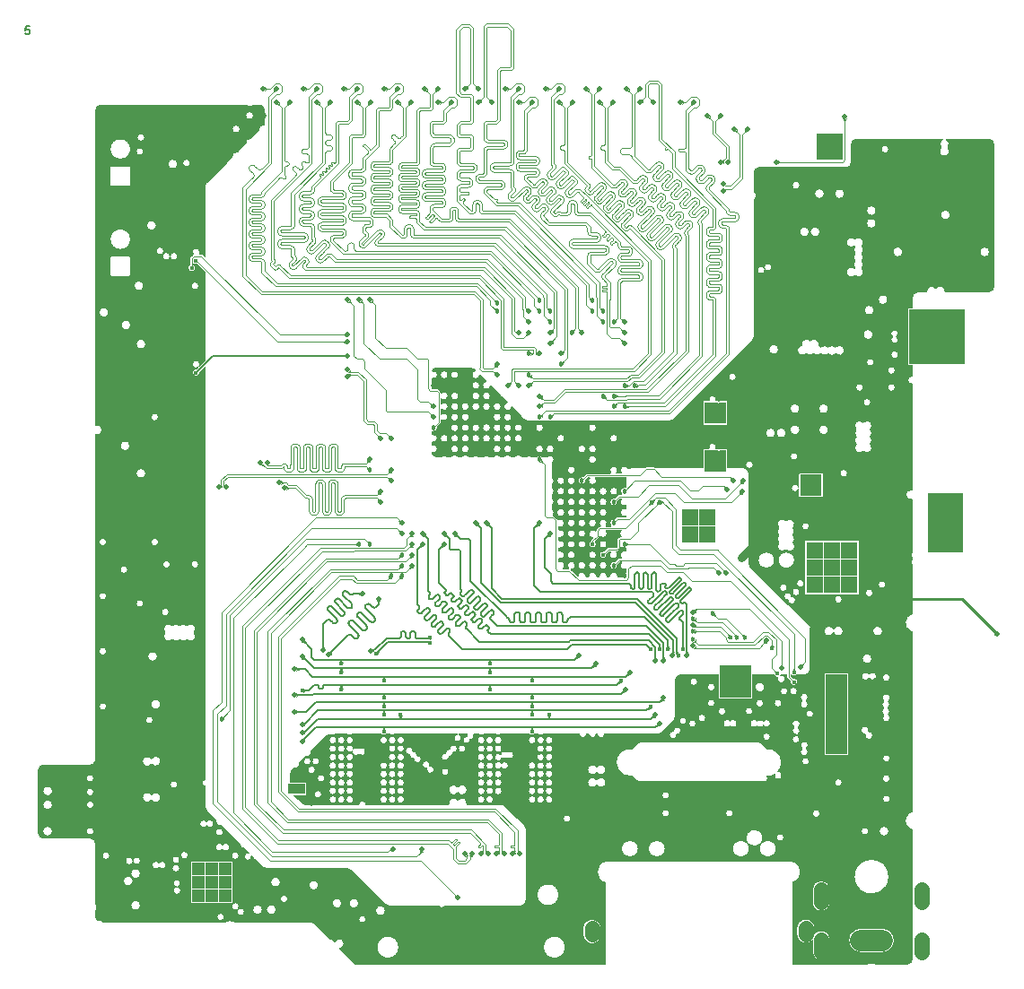
<source format=gbr>
*
%FSLAX26Y26*%
%MOIN*%
%ADD10C,0.006000*%
%ADD11C,0.047244*%
%ADD12R,0.030709X0.030709*%
%ADD13R,0.050889X0.050889*%
%ADD14R,0.039570X0.039570*%
%ADD15R,0.049213X0.049213*%
%ADD16R,0.059055X0.059055*%
%ADD17C,0.055118*%
%ADD18C,0.078740*%
%ADD19C,0.025000*%
%ADD20C,0.018000*%
%ADD21C,0.010800*%
%ADD22C,0.030800*%
%ADD23C,0.004120*%
%ADD24C,0.004810*%
%ADD25C,0.007110*%
%ADD26C,0.006620*%
%ADD27C,0.005800*%
%ADD28C,0.017875*%
%ADD29C,0.016875*%
%ADD30R,0.031675X0.031675*%
%ADD31C,0.019875*%
%ADD32R,0.035675X0.035675*%
%ADD33C,0.055350*%
%ADD34C,0.020000*%
%ADD35R,0.063992X0.063992*%
%ADD36R,0.051689X0.051689*%
%ADD37R,0.040370X0.040370*%
%ADD38R,0.032496X0.032496*%
%ADD39C,0.004000*%
%ADD40C,0.003000*%
%ADD41C,0.023874*%
%ADD42C,0.005400*%
%ADD43C,0.002400*%
%ADD44C,0.002100*%
%ADD45C,0.003300*%
%ADD46C,0.003600*%
%ADD47C,0.002900*%
%IPPOS*%
%LNciaa_acc-l5.sig.gbr*%
%LPD*%
G75*
G54D10*
X01302419Y-01207981D02*
X01288133D01*
X01286704Y-01222267D01*
X01288133Y-01220838D01*
X01290990Y-01219409D01*
X01298133D01*
X01300990Y-01220838D01*
X01302419Y-01222267D01*
X01303847Y-01225124D01*
Y-01232267D01*
X01302419Y-01235124D01*
X01300990Y-01236552D01*
X01298133Y-01237981D01*
X01290990D01*
X01288133Y-01236552D01*
X01286704Y-01235124D01*
G54D11*
X03582400Y-04225400D03*
G54D12*
X04741294Y-03116400D02*
X04753106D01*
X04741294Y-03085700D02*
X04753106D01*
X04741294Y-03055000D02*
X04753106D01*
X04741294Y-03024300D02*
X04753106D01*
X04741294Y-02993600D02*
X04753106D01*
X04698794D02*
X04710606D01*
X04698794Y-03024300D02*
X04710606D01*
X04698794Y-03055000D02*
X04710606D01*
X04698794Y-03085700D02*
X04710606D01*
X04698794Y-03116400D02*
X04710606D01*
X04656294D02*
X04668106D01*
X04656294Y-03085700D02*
X04668106D01*
X04656294Y-03055000D02*
X04668106D01*
X04656294Y-03024300D02*
X04668106D01*
X04656294Y-02993600D02*
X04668106D01*
G54D13*
X04749300Y-02387500D03*
X04698600D03*
X04647900D03*
X04597200D03*
X04749300Y-02336900D03*
X04698600D03*
X04647900D03*
X04597200D03*
G54D14*
X04319700Y-03843721D02*
Y-03833879D01*
Y-03794521D02*
Y-03784679D01*
Y-03892921D02*
Y-03883079D01*
X04280300Y-03892921D02*
Y-03883079D01*
Y-03843721D02*
Y-03833879D01*
Y-03794521D02*
Y-03784679D01*
Y-03745321D02*
Y-03735479D01*
Y-03696121D02*
Y-03686279D01*
Y-03646921D02*
Y-03637079D01*
X04319700Y-03646921D02*
Y-03637079D01*
Y-03696121D02*
Y-03686279D01*
Y-03745321D02*
Y-03735479D01*
G54D15*
X01931100Y-04340600D03*
Y-04439000D03*
X02029500Y-04340600D03*
X01980300Y-04439000D03*
X01931100Y-04389800D03*
X01980300D03*
X02029500D03*
X01980300Y-04340600D03*
X02029500Y-04439000D03*
G54D16*
X03895500Y-03674500D03*
Y-03615500D03*
X03954500D03*
Y-03674500D03*
G54D17*
X04242992Y-04649528D02*
Y-04602283D01*
Y-04464488D02*
Y-04417244D01*
X04617008Y-04649528D02*
Y-04602283D01*
Y-04464488D02*
Y-04417244D01*
G54D18*
X04390630Y-04606220D02*
X04469370D01*
G54D19*
X02350400Y-04094500D03*
X03944900Y-03185000D03*
X04838600Y-01822800D03*
Y-01795300D03*
Y-01767700D03*
Y-01740200D03*
X04811000D03*
Y-01767700D03*
Y-01795300D03*
Y-01822800D03*
X01838600Y-04177200D03*
X01752000Y-03594500D03*
X01759800Y-03866100D03*
X01897600Y-02145700D03*
X01370100Y-04000000D03*
X01622000Y-04315000D03*
X01787400Y-01720500D03*
G54D20*
X04311000Y-03558800D03*
X04196900Y-03677200D03*
X04181100Y-03779500D03*
Y-03854300D03*
X04267700Y-03972400D03*
X04330700D03*
X04310000Y-01765000D03*
X04385000Y-01665000D03*
X03511800Y-03252000D03*
X03472400Y-03133900D03*
X03354300Y-03173200D03*
X02842500Y-02779500D03*
Y-02700800D03*
X04395000Y-03765000D03*
X02881900Y-02543300D03*
X02842500D03*
X02921300Y-02503900D03*
G54D19*
X02170000Y-01540000D03*
X02120000Y-01590000D03*
X02070000Y-01540000D03*
G54D20*
X03472400Y-03212600D03*
X03511800Y-03133900D03*
X02685000Y-03252000D03*
Y-03173200D03*
Y-03212600D03*
X02645700Y-03252000D03*
X03196900Y-02661400D03*
X03236200D03*
X03472400Y-02622000D03*
X03511800D03*
X03433100Y-02582700D03*
X03472400D03*
X03551200Y-02543300D03*
X03511800D03*
X03157500Y-02503900D03*
X03472400Y-02307100D03*
X03433100D03*
Y-02267700D03*
X03393700D03*
Y-02228300D03*
X03315000Y-02346500D03*
X03275600Y-02464600D03*
X03236200Y-02307100D03*
X02803100Y-02700800D03*
X03236200Y-02267700D03*
X03196300Y-02228300D03*
X03196900Y-02267700D03*
X02566900Y-02858300D03*
X03157500Y-02425200D03*
X03039400Y-02236200D03*
Y-02267700D03*
X03196900Y-02818900D03*
X02015700Y-03783500D03*
X02566900Y-03133900D03*
X03511800Y-02937000D03*
X03472400Y-02976400D03*
Y-03055100D03*
X03354300Y-02897600D03*
X02527600Y-03133900D03*
G54D21*
X04358268Y-03338583D02*
Y-03511528D01*
X04311024Y-03558772D01*
X04897638Y-03468504D02*
X04767717Y-03338583D01*
X04358268D01*
G54D22*
X03944882Y-03185039D02*
X04055118Y-03074803D01*
Y-02956693D01*
X04137669Y-02874142D01*
X04145669Y-02866142D01*
G54D21*
X03374016Y-03219553D02*
Y-03192913D01*
X03354331Y-03173228D01*
X03492126Y-03232283D02*
X03386746D01*
X03374016Y-03219553D01*
X03511811Y-03251969D02*
X03492126Y-03232283D01*
G54D23*
X03889500Y-01696448D02*
X03870948Y-01715000D01*
X03870000D01*
X03889500Y-01657278D02*
Y-01695000D01*
Y-01696448D02*
Y-01695000D01*
X03839500Y-01559500D02*
Y-01607278D01*
X03820000Y-01540000D02*
X03839500Y-01559500D01*
Y-01607278D02*
X03889500Y-01657278D01*
X03900500Y-01700000D02*
Y-01709500D01*
X03895000Y-01715000D01*
X03900500Y-01652722D02*
Y-01700000D01*
X03870000Y-01540000D02*
X03850500Y-01559500D01*
Y-01602722D01*
X03900500Y-01652722D01*
G54D24*
X02893701Y-04448819D02*
X02755906Y-04311024D01*
X02196850D01*
X01984252Y-04098425D01*
Y-03751969D01*
X02015748Y-03720472D01*
Y-03385827D01*
X02366142Y-03035433D01*
X02665354D01*
X02685039Y-03055118D01*
X03472441Y-03212598D02*
X03492126Y-03192913D01*
X03751969Y-03220472D02*
X03842520D01*
X03492126Y-03192913D02*
X03645669D01*
X03677165Y-03224409D01*
X03748031D01*
X03751969Y-03220472D01*
X03842520D02*
X03854205Y-03232157D01*
X03862205Y-03240157D01*
X03511811Y-03133858D02*
X03606299D01*
X03862205Y-03212598D02*
X03889764Y-03240157D01*
X03606299Y-03133858D02*
X03681102Y-03208661D01*
X03700787D01*
X03704724Y-03212598D02*
X03728346D01*
X03700787Y-03208661D02*
X03704724Y-03212598D01*
X03728346D02*
X03736220Y-03204724D01*
X03854331D01*
X03862205Y-03212598D01*
X03858268Y-03158664D02*
X04173228Y-03473624D01*
X04183954Y-03484350D01*
Y-03571951D01*
X04165354Y-03590551D01*
X03614173Y-02976378D02*
X03629921Y-02960630D01*
X03661417D01*
X03704724Y-03003937D02*
Y-03137795D01*
X03661417Y-02960630D02*
X03704724Y-03003937D01*
Y-03137795D02*
X03720472Y-03153543D01*
X03858268D01*
Y-03158664D01*
X03393701Y-03133858D02*
Y-03122047D01*
X03413386Y-03102362D01*
Y-03082677D01*
X03421260Y-03074803D02*
X03515748D01*
X03413386Y-03082677D02*
X03421260Y-03074803D01*
X03515748D02*
X03614173Y-02976378D01*
X04141732Y-03598923D02*
Y-03610236D01*
X03842520Y-03169291D02*
X04141732Y-03468504D01*
X03712598Y-03169291D02*
X03842520D01*
X03688976Y-03145669D02*
X03712598Y-03169291D01*
X03688976Y-03010628D02*
Y-03145669D01*
X03654726Y-02976378D02*
X03688976Y-03010628D01*
X04141732Y-03468504D02*
Y-03598923D01*
X03641732Y-02976378D02*
X03654726D01*
X03433071Y-03173228D02*
X03452756Y-03153543D01*
X03562992Y-03082677D02*
Y-03055118D01*
X03452756Y-03153543D02*
X03484252D01*
X03492126Y-03145669D01*
X03562992Y-03055118D02*
X03641732Y-02976378D01*
X03492126Y-03145669D02*
Y-03118110D01*
X03496063Y-03114173D01*
X03531496D01*
X03562992Y-03082677D01*
G54D23*
X03124236Y-04283465D02*
X03115736Y-04274965D01*
X02237783Y-03482593D02*
X02457408Y-03262969D01*
X03115736Y-04274965D02*
Y-04198509D01*
X03033774Y-04116547D01*
X02304194D01*
X02501173Y-03262969D02*
X02515923Y-03277718D01*
X02304194Y-04116547D02*
X02237783Y-04050137D01*
Y-03482593D01*
X02457408Y-03262969D02*
X02501173D01*
X02515923Y-03277718D02*
X02659290D01*
X02674039Y-03262969D02*
X02685039Y-03251969D01*
X02659290Y-03277718D02*
X02674039Y-03262969D01*
X02919071Y-04283465D02*
X02927571Y-04291965D01*
X02899156Y-04240937D02*
X02898667Y-04240325D01*
X02388105Y-03159043D02*
X02507874D01*
X02878103Y-04252091D02*
X02877490Y-04251602D01*
X02927571Y-04291965D02*
Y-04300871D01*
X02918982Y-04309461D01*
X02895979D01*
X02871928Y-04242191D02*
X02871222Y-04242531D01*
X02895979Y-04309461D02*
X02887390Y-04300871D01*
X02888767Y-04230425D02*
X02888155Y-04229936D01*
X02881827Y-04252091D02*
X02881121Y-04252431D01*
X02899670Y-04243191D02*
Y-04242408D01*
X02887390Y-04300871D02*
Y-04261501D01*
X02886901Y-04260889D02*
X02886561Y-04260182D01*
X02887449Y-04229596D02*
X02886684Y-04229422D01*
X02895036Y-04239496D02*
X02894330Y-04239836D01*
X02886561Y-04257871D02*
X02886901Y-04257164D01*
X02872540Y-04241702D02*
X02871928Y-04242191D01*
X02860546Y-04234657D02*
X02226688D01*
X02885137Y-04229596D02*
X02884430Y-04229936D01*
X02887390Y-04261501D02*
X02886901Y-04260889D01*
X02886561Y-04260182D02*
X02886387Y-04259418D01*
Y-04258635D01*
X02886561Y-04257871D01*
X02888155Y-04229936D02*
X02887449Y-04229596D01*
X02889256Y-04234762D02*
X02889596Y-04234056D01*
X02897348Y-04239496D02*
X02896584Y-04239321D01*
X02886901Y-04257164D02*
X02887390Y-04256552D01*
X02869674Y-04242706D02*
X02868910Y-04242531D01*
X02899496Y-04243956D02*
X02899670Y-04243191D01*
X02887390Y-04256552D02*
X02898667Y-04245274D01*
X02899156Y-04244662D01*
X02898667Y-04240325D02*
X02898054Y-04239836D01*
X02876662Y-04250283D02*
X02876487Y-04249519D01*
X02899156Y-04244662D02*
X02899496Y-04243956D01*
X02899670Y-04242408D02*
X02899496Y-04241644D01*
X02899156Y-04240937D01*
X02882440Y-04251602D02*
X02881827Y-04252091D01*
X02888767Y-04235375D02*
X02889256Y-04234762D01*
X02867591Y-04241702D02*
X02860546Y-04234657D01*
X02898054Y-04239836D02*
X02897348Y-04239496D01*
X02871222Y-04242531D02*
X02870457Y-04242706D01*
X02895800Y-04239321D02*
X02895036Y-04239496D01*
X02896584Y-04239321D02*
X02895800D01*
X02894330Y-04239836D02*
X02893717Y-04240325D01*
X02882440Y-04251602D01*
X02881121Y-04252431D02*
X02880357Y-04252605D01*
X02879573D01*
X02885901Y-04229422D02*
X02885137Y-04229596D01*
X02884430Y-04229936D02*
X02883818Y-04230425D01*
X02879573Y-04252605D02*
X02878809Y-04252431D01*
X02878103Y-04252091D01*
X02876487Y-04248735D02*
X02876662Y-04247971D01*
X02877490Y-04246652D02*
X02888767Y-04235375D01*
X02877490Y-04251602D02*
X02877002Y-04250989D01*
X02876662Y-04250283D01*
X02876487Y-04249519D02*
Y-04248735D01*
X02876662Y-04247971D02*
X02877002Y-04247265D01*
X02877490Y-04246652D01*
X02883818Y-04230425D02*
X02872540Y-04241702D01*
X02889596Y-04234056D02*
X02889771Y-04233292D01*
Y-04232508D01*
X02889596Y-04231744D01*
X02889256Y-04231038D01*
X02870457Y-04242706D02*
X02869674D01*
X02889256Y-04231038D02*
X02888767Y-04230425D01*
X02886684Y-04229422D02*
X02885901D01*
X02868910Y-04242531D02*
X02868203Y-04242191D01*
X02867591Y-04241702D01*
X02226688Y-04234657D02*
X02103925Y-04111895D01*
Y-03443223D01*
X02388105Y-03159043D01*
X02507874D02*
X02508439Y-03158478D01*
X02699789D01*
X02724409Y-03133858D01*
X02947071Y-04283465D02*
X02938571Y-04291965D01*
X02704724Y-03114173D02*
X02724409Y-03094488D01*
X02876390Y-04266058D02*
X02855990Y-04245657D01*
X02938571Y-04291965D02*
Y-04305428D01*
X02692119Y-03148608D02*
X02704724Y-03136003D01*
X02938571Y-04305428D02*
X02923538Y-04320461D01*
X02876390Y-04305428D02*
Y-04266058D01*
X02923538Y-04320461D02*
X02891423D01*
X02876390Y-04305428D01*
X02855990Y-04245657D02*
X02222131D01*
X02092925Y-04116451D01*
Y-03438667D01*
X02383549Y-03148043D02*
X02507874D01*
X02092925Y-03438667D02*
X02383549Y-03148043D01*
X02507874D02*
X02508439Y-03148608D01*
X02692119D01*
X02704724Y-03136003D02*
Y-03114173D01*
X02974245Y-04261188D02*
X02973481Y-04261362D01*
X02972697D01*
X02977730Y-04247214D02*
Y-04246430D01*
X02508439Y-03187978D02*
X02670289D01*
X02978126Y-04283465D02*
X02986626Y-04274965D01*
X02972697Y-04261362D02*
X02971933Y-04261188D01*
X02986626Y-04274965D02*
Y-04254247D01*
X02938667Y-04206287D02*
X02241816D01*
X02971933Y-04261188D02*
X02971227Y-04260848D01*
X02976726Y-04244347D02*
X02938667Y-04206287D01*
X02986626Y-04254247D02*
X02986013Y-04253758D01*
X02136232Y-04100703D02*
Y-03454415D01*
X02986013Y-04253758D02*
X02985307Y-04253418D01*
X02984543Y-04253244D01*
X02977215Y-04248684D02*
X02977555Y-04247978D01*
X02984543Y-04253244D02*
X02983759D01*
X02970125Y-04256022D02*
X02970614Y-04255409D01*
X02983759Y-04253244D02*
X02982995Y-04253418D01*
X02977555Y-04247978D02*
X02977730Y-04247214D01*
X02982995Y-04253418D02*
X02982289Y-04253758D01*
X02969611Y-04258276D02*
Y-04257492D01*
X02982289Y-04253758D02*
X02981676Y-04254247D01*
X02975564Y-04260359D01*
X02974951Y-04260848D01*
X02977555Y-04245666D02*
X02977215Y-04244960D01*
X02974951Y-04260848D02*
X02974245Y-04261188D01*
X02971227Y-04260848D02*
X02970614Y-04260359D01*
X02970125Y-04259746D01*
X02969785Y-04259040D01*
X02969611Y-04258276D01*
Y-04257492D02*
X02969785Y-04256728D01*
X02970125Y-04256022D01*
X02970614Y-04255409D02*
X02976726Y-04249297D01*
X02977215Y-04248684D01*
X02977730Y-04246430D02*
X02977555Y-04245666D01*
X02977215Y-04244960D02*
X02976726Y-04244347D01*
X02241816Y-04206287D02*
X02136232Y-04100703D01*
Y-03454415D02*
X02403234Y-03187413D01*
X02670289Y-03187978D02*
X02685039Y-03173228D01*
X02403234Y-03187413D02*
X02507874D01*
X02508439Y-03187978D01*
X02997626Y-04249690D02*
Y-04274965D01*
X03006126Y-04283465D02*
X02997626Y-04274965D01*
X02407790Y-03198413D02*
X02507874D01*
X02997626Y-04249690D02*
X02943223Y-04195287D01*
X02246373D01*
X02147232Y-04096147D01*
Y-03458971D02*
X02407790Y-03198413D01*
X02147232Y-04096147D02*
Y-03458971D01*
X02507874Y-03198413D02*
X02508439Y-03197848D01*
X02699789D01*
X02724409Y-03173228D01*
X03037181Y-04283465D02*
X03045681Y-04274965D01*
Y-04263780D01*
Y-04249780D02*
Y-04210940D01*
Y-04263780D02*
X03045593Y-04263001D01*
X03045335Y-04262261D02*
X03044918Y-04261597D01*
X03042960Y-04253192D02*
X03043700Y-04252933D01*
X03032787Y-04253367D02*
X03033566Y-04253280D01*
X03045593Y-04263001D02*
X03045335Y-04262261D01*
X03043700Y-04260626D02*
X03042960Y-04260367D01*
X03030830Y-04254597D02*
X03031384Y-04254043D01*
X03032787Y-04260192D02*
X03032048Y-04259933D01*
X03030830Y-04258962D02*
X03030413Y-04258298D01*
X02670219Y-03227419D02*
X02685039Y-03212598D01*
X03044918Y-04261597D02*
X03044363Y-04261043D01*
X03033566Y-04260280D02*
X03032787Y-04260192D01*
X03044363Y-04261043D02*
X03043700Y-04260626D01*
X03031384Y-04254043D02*
X03032048Y-04253626D01*
X02260156Y-04166917D02*
X02187413Y-04094175D01*
X03042960Y-04260367D02*
X03042181Y-04260280D01*
X02507874Y-03226783D02*
X02508509Y-03227419D01*
X03042181Y-04260280D02*
X03033566D01*
X03032048Y-04259933D02*
X03031384Y-04259516D01*
X03030830Y-04258962D01*
X03045335Y-04251298D02*
X03045593Y-04250558D01*
X03032048Y-04253626D02*
X03032787Y-04253367D01*
X03030154Y-04257558D02*
X03030066Y-04256780D01*
X03030154Y-04256001D02*
X03030413Y-04255261D01*
Y-04258298D02*
X03030154Y-04257558D01*
X03030066Y-04256780D02*
X03030154Y-04256001D01*
X02187413Y-03458352D02*
X02418982Y-03226783D01*
X02507874D01*
X03030413Y-04255261D02*
X03030830Y-04254597D01*
X03001659Y-04166917D02*
X02260156D01*
X03033566Y-04253280D02*
X03042181D01*
X03042960Y-04253192D01*
X03044363Y-04252516D02*
X03044918Y-04251962D01*
X03043700Y-04252933D02*
X03044363Y-04252516D01*
X03044918Y-04251962D02*
X03045335Y-04251298D01*
X03045593Y-04250558D02*
X03045681Y-04249780D01*
Y-04210940D02*
X03001659Y-04166917D01*
X02187413Y-04094175D02*
Y-03458352D01*
X02508509Y-03227419D02*
X02670219D01*
X03056681Y-04206383D02*
Y-04274965D01*
X02724409Y-03212598D02*
X02699789Y-03237219D01*
X02198413Y-04089618D02*
X02264712Y-04155917D01*
X02699789Y-03237219D02*
X02508439D01*
X02507874Y-03237783D01*
X02423538D01*
X02198413Y-03462908D01*
Y-04089618D01*
X02264712Y-04155917D02*
X03006215D01*
X03056681Y-04206383D01*
Y-04274965D02*
X03065181Y-04283465D01*
X03096236D02*
X03104736Y-04274965D01*
X03102755Y-04260626D02*
X03102015Y-04260367D01*
X03104736Y-04274965D02*
Y-04263780D01*
X03029218Y-04127547D02*
X02299637D01*
X03104390Y-04262261D02*
X03103973Y-04261597D01*
X03091579Y-04260192D02*
X03090840Y-04259933D01*
X03104736Y-04263780D02*
X03104649Y-04263001D01*
X03101236Y-04253280D02*
X03102015Y-04253192D01*
X03104649Y-04263001D02*
X03104390Y-04262261D01*
X03103973Y-04261597D02*
X03103419Y-04261043D01*
X03089622Y-04254597D02*
X03090176Y-04254043D01*
X03088858Y-04256780D02*
X03088946Y-04256001D01*
X03103419Y-04261043D02*
X03102755Y-04260626D01*
X03102015Y-04260367D02*
X03101236Y-04260280D01*
X03090176Y-04259516D02*
X03089622Y-04258962D01*
X02226783Y-03478037D02*
X02452852Y-03251969D01*
X02630919Y-03266719D02*
X02645669Y-03251969D01*
X03101236Y-04260280D02*
X03092358D01*
X02299637Y-04127547D02*
X02226783Y-04054693D01*
X03092358Y-04260280D02*
X03091579Y-04260192D01*
X03090840Y-04259933D02*
X03090176Y-04259516D01*
X03089622Y-04258962D02*
X03089205Y-04258298D01*
X02452852Y-03251969D02*
X02505729D01*
X03089205Y-04258298D02*
X03088946Y-04257558D01*
X03088858Y-04256780D01*
X03088946Y-04256001D02*
X03089205Y-04255261D01*
X03089622Y-04254597D01*
X03091579Y-04253367D02*
X03092358Y-04253280D01*
X03090176Y-04254043D02*
X03090840Y-04253626D01*
X03104649Y-04250558D02*
X03104736Y-04249780D01*
X03090840Y-04253626D02*
X03091579Y-04253367D01*
X03092358Y-04253280D02*
X03101236D01*
X03102015Y-04253192D02*
X03102755Y-04252933D01*
X03103419Y-04252516D01*
X03103973Y-04251962D01*
X03104390Y-04251298D01*
X03104649Y-04250558D01*
X03104736Y-04249780D02*
Y-04203066D01*
X03029218Y-04127547D01*
X02226783Y-04054693D02*
Y-03478037D01*
X02505729Y-03251969D02*
X02520479Y-03266719D01*
X02630919D01*
X03831958Y-01771539D02*
X03830486Y-01770830D01*
X03196850Y-02661417D02*
X03221400Y-02636868D01*
X03869756Y-01955227D02*
X03866680Y-01953295D01*
X03738212Y-01660060D02*
X03738915Y-01658940D01*
X03889500Y-02422722D02*
Y-01963046D01*
X03920759Y-01910214D02*
X03919425Y-01909747D01*
X03221400Y-02636868D02*
X03531496D01*
X03532131Y-02636232D01*
X03798772Y-01739116D02*
X03798063Y-01737644D01*
X03777724Y-01771324D02*
X03778583Y-01767560D01*
X03873183Y-01956427D02*
X03869756Y-01955227D01*
X03884669Y-01956989D02*
X03883287Y-01956833D01*
X03922955Y-01911965D02*
X03921955Y-01910966D01*
X03532131Y-02636232D02*
X03675990D01*
X03718684Y-01674094D02*
X03717370Y-01673946D01*
X03887161Y-01958189D02*
X03885983Y-01957449D01*
X03739500Y-01680000D02*
X03739352Y-01678686D01*
X03891115Y-01900355D02*
X03889909Y-01896908D01*
X03822918Y-01772558D02*
X03808538Y-01786938D01*
X03824195Y-01771539D02*
X03822918Y-01772558D01*
X03889500Y-01963046D02*
X03889344Y-01961664D01*
X03816449Y-01818615D02*
X03814774Y-01815138D01*
X03675990Y-02636232D02*
X03889500Y-02422722D01*
X03923706Y-01913162D02*
X03922955Y-01911965D01*
X03758228Y-01755688D02*
X03754465Y-01754829D01*
X03818855Y-01797255D02*
X03833235Y-01782875D01*
X03889344Y-01961664D02*
X03888885Y-01960350D01*
X03797045Y-01746684D02*
X03798064Y-01745407D01*
X03888885Y-01960350D02*
X03888144Y-01959172D01*
X03864112Y-01950727D02*
X03862180Y-01947652D01*
X03733594Y-01674094D02*
X03718684D01*
X03828894Y-01770467D02*
X03827260D01*
X03888144Y-01959172D02*
X03887161Y-01958189D01*
X03893058Y-01903448D02*
X03891115Y-01900355D01*
X03885983Y-01957449D02*
X03884669Y-01956989D01*
X03924173Y-01917305D02*
X03924331Y-01915900D01*
X03876792Y-01956833D02*
X03873183Y-01956427D01*
X03883287Y-01956833D02*
X03876792D01*
X03737277Y-01675383D02*
X03736157Y-01674679D01*
X03769330Y-01753154D02*
X03765852Y-01754829D01*
X03873183Y-01922618D02*
X03876792Y-01922211D01*
X03866680Y-01925750D02*
X03869756Y-01923817D01*
X03818855Y-01821633D02*
X03816449Y-01818615D01*
X03866680Y-01953295D02*
X03864112Y-01950727D01*
X03782665Y-01761065D02*
X03797045Y-01746684D01*
X03862180Y-01947652D02*
X03860981Y-01944224D01*
X03860574Y-01940615D01*
X03712778Y-01668189D02*
X03712926Y-01666875D01*
X03778583Y-01778947D02*
X03777724Y-01775184D01*
X03814774Y-01815138D02*
X03813915Y-01811374D01*
X03799136Y-01742343D02*
Y-01740709D01*
X03789477Y-01734640D02*
X03788005Y-01735349D01*
X03814774Y-01803751D02*
X03816449Y-01800273D01*
X03860574Y-01940615D02*
Y-01938430D01*
X03860981Y-01934821D01*
X03898734Y-01907974D02*
X03895641Y-01906031D01*
X03784160Y-01786938D02*
X03782665Y-01785443D01*
X03918020Y-01922211D02*
X03919425Y-01922053D01*
X03780258Y-01764082D02*
X03782665Y-01761065D01*
X03860981Y-01934821D02*
X03862180Y-01931393D01*
X03869756Y-01923817D02*
X03873183Y-01922618D01*
X03715002Y-01672806D02*
X03714067Y-01671871D01*
X03716122Y-01673510D02*
X03715002Y-01672806D01*
X03802042Y-01791019D02*
X03798279Y-01791878D01*
X03862180Y-01931393D02*
X03864112Y-01928318D01*
X03919425Y-01922053D02*
X03920759Y-01921586D01*
X03799136Y-01740709D02*
X03798772Y-01739116D01*
X03864112Y-01928318D02*
X03866680Y-01925750D01*
X03876792Y-01922211D02*
X03918020D01*
X03813915Y-01807514D02*
X03814774Y-01803751D01*
X03920759Y-01921586D02*
X03921955Y-01920834D01*
X03788005Y-01735349D02*
X03786728Y-01736367D01*
X03921955Y-01920834D02*
X03922955Y-01919835D01*
X03739500Y-01656378D02*
Y-01520500D01*
X03922955Y-01919835D02*
X03923706Y-01918638D01*
X03924173Y-01917305D01*
X03794419Y-01791878D02*
X03790656Y-01791019D01*
X03921955Y-01910966D02*
X03920759Y-01910214D01*
X03924331Y-01915900D02*
X03924173Y-01914496D01*
X03919425Y-01909747D02*
X03918020Y-01909589D01*
X03924173Y-01914496D02*
X03923706Y-01913162D01*
X03918020Y-01909589D02*
X03905811D01*
X03738915Y-01677438D02*
X03738212Y-01676318D01*
X03798064Y-01745407D02*
X03798772Y-01743935D01*
X03905811Y-01909589D02*
X03902181Y-01909180D01*
X03794296Y-01734640D02*
X03792703Y-01734276D01*
X03895641Y-01906031D02*
X03893058Y-01903448D01*
X03902181Y-01909180D02*
X03898734Y-01907974D01*
X03813915Y-01811374D02*
Y-01807514D01*
X03889909Y-01896908D02*
X03889500Y-01893278D01*
Y-01892278D01*
X03816449Y-01800273D02*
X03818855Y-01797255D01*
X03889500Y-01892278D02*
X03818855Y-01821633D01*
X03762089Y-01755688D02*
X03758228D01*
X03833235Y-01782875D02*
X03834254Y-01781598D01*
X03834963Y-01780126D01*
X03835326Y-01778533D01*
Y-01776900D01*
X03798279Y-01791878D02*
X03794419D01*
X03835326Y-01776900D02*
X03834963Y-01775307D01*
X03798063Y-01737644D02*
X03797045Y-01736367D01*
X03834963Y-01775307D02*
X03834254Y-01773835D01*
X03833235Y-01772558D01*
X03831958Y-01771539D01*
X03830486Y-01770830D02*
X03828894Y-01770467D01*
X03827260D02*
X03825667Y-01770830D01*
X03717370Y-01662431D02*
X03718684Y-01662283D01*
X03738915Y-01658940D02*
X03739352Y-01657692D01*
X03825667Y-01770830D02*
X03824195Y-01771539D01*
X03808538Y-01786938D02*
X03805520Y-01789345D01*
X03747969Y-01750747D02*
X03739500Y-01742278D01*
X03805520Y-01789345D02*
X03802042Y-01791019D01*
X03790656D02*
X03787178Y-01789345D01*
X03784160Y-01786938D01*
X03782665Y-01785443D02*
X03780258Y-01782425D01*
X03778583Y-01778947D01*
X03777724Y-01775184D02*
Y-01771324D01*
X03778583Y-01767560D02*
X03780258Y-01764082D01*
X03798772Y-01743935D02*
X03799136Y-01742343D01*
X03797045Y-01736367D02*
X03795768Y-01735349D01*
X03794296Y-01734640D01*
X03739500Y-01742278D02*
Y-01680000D01*
X03792703Y-01734276D02*
X03791070D01*
X03789477Y-01734640D01*
X03786728Y-01736367D02*
X03772348Y-01750747D01*
X03769330Y-01753154D01*
X03765852Y-01754829D02*
X03762089Y-01755688D01*
X03754465Y-01754829D02*
X03750987Y-01753154D01*
X03747969Y-01750747D01*
X03715002Y-01663572D02*
X03716122Y-01662868D01*
X03739352Y-01678686D02*
X03738915Y-01677438D01*
X03738212Y-01676318D02*
X03737277Y-01675383D01*
X03736157Y-01674679D02*
X03734909Y-01674243D01*
X03733594Y-01674094D01*
X03717370Y-01673946D02*
X03716122Y-01673510D01*
X03714067Y-01671871D02*
X03713363Y-01670751D01*
X03712926Y-01669503D01*
X03712778Y-01668189D01*
X03712926Y-01666875D02*
X03713363Y-01665627D01*
X03714067Y-01664507D01*
X03715002Y-01663572D01*
X03716122Y-01662868D02*
X03717370Y-01662431D01*
X03718684Y-01662283D02*
X03733594D01*
X03739352Y-01657692D02*
X03739500Y-01656378D01*
X03733594Y-01662283D02*
X03734909Y-01662135D01*
X03736157Y-01661699D01*
X03737277Y-01660995D01*
X03738212Y-01660060D01*
X03739500Y-01520500D02*
X03770000Y-01490000D01*
X03825290Y-01808627D02*
Y-01810261D01*
X03929190Y-01902148D02*
X03931773Y-01904730D01*
X03719606Y-01490000D02*
X03739606D01*
X03872930Y-01943494D02*
X03873913Y-01944478D01*
X03750500Y-01529106D02*
Y-01737722D01*
X03900658Y-01893682D02*
X03901125Y-01895016D01*
X03922650Y-01932802D02*
X03919021Y-01933211D01*
X03789606Y-01500000D02*
X03779606Y-01510000D01*
X03793817Y-01722901D02*
X03797580Y-01723760D01*
X03531496Y-02646667D02*
X03250970D01*
X03769606Y-01510000D02*
X03750500Y-01529106D01*
X03846702Y-01775786D02*
X03846701Y-01779646D01*
X03790172Y-01769372D02*
X03789463Y-01770844D01*
X03762568Y-01743949D02*
X03764040Y-01743240D01*
X03680546Y-02647232D02*
X03532061D01*
X03891319Y-01947439D02*
X03894394Y-01949372D01*
X03906811Y-01898589D02*
X03919021D01*
X03805571Y-01729337D02*
X03807977Y-01732355D01*
X03934923Y-01920530D02*
X03933716Y-01923977D01*
X03789956Y-01722901D02*
X03793817D01*
X03825654Y-01807035D02*
X03825290Y-01808627D01*
X03845843Y-01783410D02*
X03844168Y-01786888D01*
X03837248Y-01761625D02*
X03840266Y-01764032D01*
X03935331Y-01914900D02*
Y-01916900D01*
X03759606Y-01470000D02*
X03779606D01*
X03922650Y-01898998D02*
X03926098Y-01900204D01*
X03757749Y-01743949D02*
X03759342Y-01744313D01*
X03807977Y-01750697D02*
X03805571Y-01753715D01*
X03826362Y-01805563D02*
X03825654Y-01807035D01*
X03760975Y-01744313D02*
X03762568Y-01743949D01*
X03877787Y-01933211D02*
X03876405Y-01933367D01*
X03786193Y-01723760D02*
X03789956Y-01722901D01*
X03926098Y-01900204D02*
X03929190Y-01902148D01*
X03877787Y-01945833D02*
X03884282D01*
X03750500Y-01737722D02*
X03755000Y-01742222D01*
X03929190Y-01929653D02*
X03926098Y-01931596D01*
X03871574Y-01939424D02*
Y-01939620D01*
X03871730Y-01941003D02*
X03872189Y-01942316D01*
X03822383Y-01759951D02*
X03826147Y-01759092D01*
X03779606Y-01470000D02*
X03789606Y-01480000D01*
X03809652Y-01747219D02*
X03807977Y-01750697D01*
X03825290Y-01810261D02*
X03825653Y-01811854D01*
X03779606Y-01510000D02*
X03769606D01*
X03931773Y-01904730D02*
X03933716Y-01907823D01*
X03900500Y-01962052D02*
Y-02427278D01*
X03931773Y-01927070D02*
X03929190Y-01929653D01*
X03790172Y-01777135D02*
X03791190Y-01778412D01*
X03871574Y-01939620D02*
X03871730Y-01941003D01*
X03818906Y-01761625D02*
X03822383Y-01759951D01*
X03825653Y-01811854D02*
X03826362Y-01813325D01*
X03792468Y-01779431D02*
X03793939Y-01780140D01*
X03840266Y-01764032D02*
X03841761Y-01765527D01*
X03873913Y-01944478D02*
X03875091Y-01945218D01*
X03894394Y-01949372D02*
X03896962Y-01951940D01*
X03900500Y-02427278D02*
X03680546Y-02647232D01*
X03739606Y-01490000D02*
X03759606Y-01470000D01*
X03810511Y-01743456D02*
X03809652Y-01747219D01*
X03789606Y-01480000D02*
Y-01500000D01*
X03755000Y-01742222D02*
X03756277Y-01743240D01*
X03872189Y-01936728D02*
X03871730Y-01938042D01*
X03756277Y-01743240D02*
X03757749Y-01743949D01*
X03759342Y-01744313D02*
X03760975D01*
X03764040Y-01743240D02*
X03765317Y-01742222D01*
X03779697Y-01727842D01*
X03782715Y-01725435D01*
X03786193Y-01723760D01*
X03797580D02*
X03801058Y-01725435D01*
X03804075Y-01727842D01*
X03805571Y-01729337D01*
X03826147Y-01759092D02*
X03830007D01*
X03807977Y-01732355D02*
X03809652Y-01735832D01*
X03810511Y-01739596D01*
X03810511Y-01743456D01*
X03805571Y-01753715D02*
X03791190Y-01768095D01*
X03790172Y-01769372D01*
X03789463Y-01770844D02*
X03789100Y-01772437D01*
Y-01774071D01*
X03789463Y-01775663D01*
X03798758Y-01780140D02*
X03800230Y-01779431D01*
X03789463Y-01775663D02*
X03790172Y-01777135D01*
X03791190Y-01778412D02*
X03792468Y-01779431D01*
X03793939Y-01780140D02*
X03795532Y-01780503D01*
X03797166D01*
X03798758Y-01780140D01*
X03800230Y-01779431D02*
X03801508Y-01778412D01*
X03875091Y-01933826D02*
X03873913Y-01934567D01*
X03896962Y-01951940D02*
X03898894Y-01955015D01*
X03801508Y-01778412D02*
X03815888Y-01764032D01*
X03818906Y-01761625D01*
X03830007Y-01759092D02*
X03833770Y-01759951D01*
X03837248Y-01761625D01*
X03841761Y-01765527D02*
X03844168Y-01768545D01*
X03845843Y-01772023D01*
X03846702Y-01775786D01*
X03846701Y-01779646D02*
X03845843Y-01783410D01*
X03844168Y-01786888D02*
X03841761Y-01789905D01*
X03827381Y-01804286D01*
X03905407Y-01898431D02*
X03906811Y-01898589D01*
X03827381Y-01804286D02*
X03826362Y-01805563D01*
X03826362Y-01813325D02*
X03827381Y-01814603D01*
X03900500Y-01887722D01*
Y-01892278D01*
X03901877Y-01896213D02*
X03902876Y-01897212D01*
X03900500Y-01892278D02*
X03900658Y-01893682D01*
X03901125Y-01895016D02*
X03901877Y-01896213D01*
X03902876Y-01897212D02*
X03904073Y-01897964D01*
X03905407Y-01898431D01*
X03876405Y-01945677D02*
X03877787Y-01945833D01*
X03919021Y-01898589D02*
X03922650Y-01898998D01*
X03933716Y-01907823D02*
X03934923Y-01911270D01*
X03935331Y-01914900D01*
X03926098Y-01931596D02*
X03922650Y-01932802D01*
X03532061Y-02647232D02*
X03531496Y-02646667D01*
X03935331Y-01916900D02*
X03934923Y-01920530D01*
X03933716Y-01923977D02*
X03931773Y-01927070D01*
X03919021Y-01933211D02*
X03877787D01*
X03876405Y-01933367D02*
X03875091Y-01933826D01*
X03873913Y-01934567D02*
X03872930Y-01935550D01*
X03872189Y-01936728D01*
X03871730Y-01938042D02*
X03871574Y-01939424D01*
X03872189Y-01942316D02*
X03872930Y-01943494D01*
X03875091Y-01945218D02*
X03876405Y-01945677D01*
X03884282Y-01945833D02*
X03887891Y-01946240D01*
X03891319Y-01947439D01*
X03898894Y-01955015D02*
X03900093Y-01958443D01*
X03900500Y-01962052D01*
X03250970Y-02646667D02*
X03236220Y-02661417D01*
X02484187Y-02485000D02*
X02491787Y-02492600D01*
X02591549Y-02709659D02*
X02602362Y-02720472D01*
X02491787Y-02492600D02*
X02523152D01*
X02552144Y-02521592D01*
Y-02646632D02*
X02552179Y-02646667D01*
X02552144Y-02521592D02*
Y-02646632D01*
X02552179Y-02646667D02*
Y-02668497D01*
X02559849Y-02676167D02*
X02581679D01*
X02552179Y-02668497D02*
X02559849Y-02676167D01*
X02581679D02*
X02591549Y-02686037D01*
Y-02709659D01*
X02602362Y-02720472D02*
X02625984D01*
X02645669Y-02740157D01*
X02484187Y-02510000D02*
X02491787Y-02502400D01*
X02519092D01*
X02555790Y-02685967D02*
X02577619D01*
X02519092Y-02502400D02*
X02542344Y-02525652D01*
X02581750Y-02690097D02*
Y-02715608D01*
X02542344Y-02525652D02*
Y-02650692D01*
X02581750Y-02715608D02*
X02590551Y-02724409D01*
X02542344Y-02650692D02*
X02542379Y-02650727D01*
Y-02672556D01*
X02555790Y-02685967D01*
X02577619D02*
X02581750Y-02690097D01*
X02590551Y-02724409D02*
X02606299Y-02740157D01*
X03816406Y-02108562D02*
X03816743Y-02105564D01*
X03826879Y-02095428D02*
X03829877Y-02095091D01*
X03472441Y-02622047D02*
X03487261Y-02607227D01*
X03860031Y-02095008D02*
X03860728Y-02094764D01*
X03839173Y-02226067D02*
X03838781Y-02225442D01*
X03824032Y-02222867D02*
X03821478Y-02221262D01*
X03826879Y-02189916D02*
X03829877Y-02189579D01*
X03487261Y-02607227D02*
X03508802D01*
X03663647Y-01665872D02*
X03663097Y-01665183D01*
X03530000Y-02607297D02*
X03531376Y-02608673D01*
X03508802Y-02607227D02*
X03508872Y-02607297D01*
X03836937Y-02224283D02*
X03836203Y-02224201D01*
X03862268Y-02187712D02*
X03862512Y-02187015D01*
X03824032Y-02175623D02*
X03821478Y-02174018D01*
X03862268Y-02037091D02*
X03861875Y-02036466D01*
X03859297Y-02082469D02*
X03829877D01*
X03508872Y-02607297D02*
X03530000D01*
X03861353Y-02188859D02*
X03861875Y-02188337D01*
X03838259Y-02224920D02*
X03837633Y-02224527D01*
X03860728Y-02094764D02*
X03861353Y-02094371D01*
X03531376Y-02608673D02*
X03658549D01*
X03829877Y-02176957D02*
X03826879Y-02176619D01*
X03607278Y-01420500D02*
X03600500Y-01427278D01*
X03819345Y-02219129D02*
X03817740Y-02216575D01*
X03658549Y-02608673D02*
X03839500Y-02427722D01*
Y-02227498D02*
X03839417Y-02226764D01*
X03821478Y-02079530D02*
X03819345Y-02077397D01*
X03860031Y-02142252D02*
X03860728Y-02142008D01*
X03839417Y-02226764D02*
X03839173Y-02226067D01*
X03829877Y-02224201D02*
X03826879Y-02223863D01*
X03862594Y-02180254D02*
X03862512Y-02179520D01*
X03860031Y-01988063D02*
X03859297Y-01987980D01*
X03826879Y-02129375D02*
X03824032Y-02128379D01*
X03860728Y-02000276D02*
X03861353Y-01999883D01*
X03862512Y-02179520D02*
X03862268Y-02178823D01*
X03839500Y-02427722D02*
Y-02227498D01*
X03838781Y-02225442D02*
X03838259Y-02224920D01*
X03862512Y-02132276D02*
X03862268Y-02131579D01*
X03826879Y-02034887D02*
X03824032Y-02033890D01*
X03861353Y-01999883D02*
X03861875Y-01999361D01*
X03838781Y-01952056D02*
X03839173Y-01951431D01*
X03859297Y-02176957D02*
X03829877D01*
X03861875Y-01999361D02*
X03862268Y-01998736D01*
X03837633Y-02224527D02*
X03836937Y-02224283D01*
X03829877Y-02095091D02*
X03859297D01*
X03860728Y-02189252D02*
X03861353Y-02188859D01*
X03824032Y-01986585D02*
X03821478Y-01984980D01*
X03817740Y-02216575D02*
X03816743Y-02213727D01*
X03860031Y-02035307D02*
X03859297Y-02035224D01*
X03821478Y-02221262D02*
X03819345Y-02219129D01*
X03860728Y-02047520D02*
X03861353Y-02047127D01*
X03862512Y-02085032D02*
X03862268Y-02084335D01*
X03816406Y-01974448D02*
Y-01966768D01*
X03836203Y-02224201D02*
X03829877D01*
X03861353Y-02083188D02*
X03860728Y-02082795D01*
X03861875Y-02178198D02*
X03861353Y-02177676D01*
X03821478Y-02192518D02*
X03824032Y-02190913D01*
X03829877Y-02082469D02*
X03826879Y-02082131D01*
X03816406Y-02210730D02*
Y-02203050D01*
X03826879Y-02223863D02*
X03824032Y-02222867D01*
X03862268Y-01998736D02*
X03862512Y-01998039D01*
X03816743Y-02213727D02*
X03816406Y-02210730D01*
X03817740Y-01960923D02*
X03819345Y-01958369D01*
X03821478Y-01956236D02*
X03824032Y-01954631D01*
X03673516Y-01664723D02*
X03672657Y-01664526D01*
X03670121Y-01665105D02*
X03669432Y-01665655D01*
X03816406Y-02203050D02*
X03816743Y-02200052D01*
X03600500Y-01427278D02*
Y-01470500D01*
X03824032Y-02049181D02*
X03826879Y-02048184D01*
X03819345Y-02147407D02*
X03821478Y-02145274D01*
X03816406Y-02068997D02*
Y-02061317D01*
X03862512Y-02092527D02*
X03862594Y-02091793D01*
X03816743Y-02200052D02*
X03817740Y-02197205D01*
X03663864Y-01654519D02*
X03639500Y-01630155D01*
X03862512Y-02187015D02*
X03862594Y-02186282D01*
X03826879Y-02142672D02*
X03829877Y-02142335D01*
X03817740Y-02197205D02*
X03819345Y-02194651D01*
X03821478Y-02192518D01*
X03816743Y-02024751D02*
X03816406Y-02021753D01*
X03861353Y-02141615D02*
X03861875Y-02141093D01*
X03662519Y-01662647D02*
X03662715Y-01661788D01*
X03639500Y-01427278D02*
X03632722Y-01420500D01*
X03817740Y-02055473D02*
X03819345Y-02052918D01*
X03816743Y-02166483D02*
X03816406Y-02163486D01*
X03816743Y-02152808D02*
X03817740Y-02149961D01*
X03819345Y-02147407D01*
X03862268Y-02140468D02*
X03862512Y-02139771D01*
X03824032Y-02190913D02*
X03826879Y-02189916D01*
X03860728Y-02177283D02*
X03860031Y-02177039D01*
X03829877Y-02189579D02*
X03859297D01*
X03860031Y-02189496D01*
X03816406Y-02163486D02*
Y-02155806D01*
X03860031Y-02082551D02*
X03859297Y-02082469D01*
X03860031Y-02189496D02*
X03860728Y-02189252D01*
X03861875Y-02188337D02*
X03862268Y-02187712D01*
X03861353Y-02177676D02*
X03860728Y-02177283D01*
X03826879Y-02176619D02*
X03824032Y-02175623D01*
X03862594Y-02186282D02*
Y-02180254D01*
X03821478Y-02145274D02*
X03824032Y-02143669D01*
X03862268Y-02178823D02*
X03861875Y-02178198D01*
X03826879Y-01953635D02*
X03829877Y-01953297D01*
X03664993Y-01656862D02*
X03664797Y-01656003D01*
X03816743Y-02058320D02*
X03817740Y-02055473D01*
X03860031Y-02177039D02*
X03859297Y-02176957D01*
X03829877Y-02035224D02*
X03826879Y-02034887D01*
X03819345Y-02052918D02*
X03821478Y-02050785D01*
Y-02174018D02*
X03819345Y-02171885D01*
X03817740Y-02169331D01*
X03862512Y-02037788D02*
X03862268Y-02037091D01*
X03859297Y-02142335D02*
X03860031Y-02142252D01*
X03816406Y-02155806D02*
X03816743Y-02152808D01*
X03860031Y-02000520D02*
X03860728Y-02000276D01*
X03829877Y-02047846D02*
X03859297D01*
X03861875Y-02083710D02*
X03861353Y-02083188D01*
X03817740Y-02169331D02*
X03816743Y-02166483D01*
X03824032Y-02143669D02*
X03826879Y-02142672D01*
X03829877Y-02142335D02*
X03859297D01*
X03860728Y-02142008D02*
X03861353Y-02141615D01*
X03819345Y-02124641D02*
X03817740Y-02122086D01*
X03826879Y-02048184D02*
X03829877Y-02047846D01*
X03861875Y-02141093D02*
X03862268Y-02140468D01*
X03862512Y-02139771D02*
X03862594Y-02139038D01*
Y-02133010D01*
X03666872Y-01667001D02*
X03665990Y-01667000D01*
X03862594Y-02133010D02*
X03862512Y-02132276D01*
X03861353Y-01988700D02*
X03860728Y-01988307D01*
X03862268Y-02093224D02*
X03862512Y-02092527D01*
X03824032Y-02096425D02*
X03826879Y-02095428D01*
X03861353Y-02035944D02*
X03860728Y-02035551D01*
X03817740Y-02027598D02*
X03816743Y-02024751D01*
X03838259Y-01952578D02*
X03838781Y-01952056D01*
X03862268Y-02131579D02*
X03861875Y-02130954D01*
X03826879Y-01987581D02*
X03824032Y-01986585D01*
X03862594Y-02091793D02*
Y-02085766D01*
X03821478Y-02126774D02*
X03819345Y-02124641D01*
X03861875Y-02130954D02*
X03861353Y-02130432D01*
X03860728Y-02130039D01*
X03860031Y-02129795D01*
X03859297Y-02129713D01*
X03829877D01*
X03862594Y-02085766D02*
X03862512Y-02085032D01*
X03829877Y-02129713D02*
X03826879Y-02129375D01*
X03824032Y-02128379D02*
X03821478Y-02126774D01*
X03861875Y-02046605D02*
X03862268Y-02045980D01*
X03821478Y-02050785D02*
X03824032Y-02049181D01*
X03817740Y-02122086D02*
X03816743Y-02119239D01*
X03862268Y-01989847D02*
X03861875Y-01989222D01*
X03816743Y-02119239D02*
X03816406Y-02116242D01*
X03839500Y-01950000D02*
Y-01887278D01*
X03664414Y-01659398D02*
X03664797Y-01658604D01*
X03816406Y-02116242D02*
Y-02108562D01*
X03861353Y-02094371D02*
X03861875Y-02093849D01*
X03816743Y-02105564D02*
X03817740Y-02102717D01*
X03819345Y-02100163D01*
X03821478Y-02098030D01*
X03824032Y-02096425D01*
X03859297Y-02095091D02*
X03860031Y-02095008D01*
X03861875Y-02093849D02*
X03862268Y-02093224D01*
Y-02084335D02*
X03861875Y-02083710D01*
X03816406Y-02061317D02*
X03816743Y-02058320D01*
X03860728Y-02082795D02*
X03860031Y-02082551D01*
X03824032Y-01954631D02*
X03826879Y-01953635D01*
Y-02082131D02*
X03824032Y-02081134D01*
X03821478Y-02079530D01*
X03819345Y-02077397D02*
X03817740Y-02074842D01*
X03816743Y-02071995D01*
X03816406Y-02068997D01*
X03663647Y-01660304D02*
X03663864Y-01660087D01*
X03859297Y-02047846D02*
X03860031Y-02047764D01*
X03860728Y-02047520D01*
X03861353Y-02047127D02*
X03861875Y-02046605D01*
X03862268Y-02045980D02*
X03862512Y-02045283D01*
X03669215Y-01665872D02*
X03668526Y-01666422D01*
X03862512Y-02045283D02*
X03862594Y-02044549D01*
Y-02038522D01*
X03665131Y-01666804D02*
X03664336Y-01666422D01*
X03862594Y-02038522D02*
X03862512Y-02037788D01*
X03860728Y-01988307D02*
X03860031Y-01988063D01*
X03861875Y-02036466D02*
X03861353Y-02035944D01*
X03862594Y-01997305D02*
Y-01991277D01*
X03860728Y-02035551D02*
X03860031Y-02035307D01*
X03859297Y-02035224D02*
X03829877D01*
X03824032Y-02033890D02*
X03821478Y-02032285D01*
X03819345Y-02030152D01*
X03662715Y-01664389D02*
X03662519Y-01663529D01*
X03819345Y-02030152D02*
X03817740Y-02027598D01*
X03861875Y-01989222D02*
X03861353Y-01988700D01*
X03670916Y-01664723D02*
X03670121Y-01665105D01*
X03816406Y-02021753D02*
Y-02014073D01*
X03688561Y-01679216D02*
X03675000Y-01665655D01*
X03816406Y-02014073D02*
X03816743Y-02011076D01*
X03845000Y-01987980D02*
Y-01987919D01*
X03816743Y-02011076D02*
X03817740Y-02008229D01*
X03674311Y-01665105D02*
X03673516Y-01664723D01*
X03817740Y-02008229D02*
X03819345Y-02005674D01*
X03821478Y-02003541D01*
X03824032Y-02001936D01*
X03826879Y-02000940D01*
X03632722Y-01420500D02*
X03607278D01*
X03826879Y-02000940D02*
X03829877Y-02000602D01*
X03859297D01*
X03860031Y-02000520D01*
X03862512Y-01998039D02*
X03862594Y-01997305D01*
Y-01991277D02*
X03862512Y-01990544D01*
X03862268Y-01989847D01*
X03859297Y-01987980D02*
X03845000D01*
Y-01987919D02*
X03829877D01*
X03826879Y-01987581D01*
X03821478Y-01984980D02*
X03819345Y-01982847D01*
X03664336Y-01666422D02*
X03663647Y-01665872D01*
X03819345Y-01982847D02*
X03817740Y-01980293D01*
X03664797Y-01658604D02*
X03664993Y-01657744D01*
X03817740Y-01980293D02*
X03816743Y-01977446D01*
X03816406Y-01974448D01*
Y-01966768D02*
X03816743Y-01963770D01*
X03817740Y-01960923D01*
X03819345Y-01958369D02*
X03821478Y-01956236D01*
X03829877Y-01953297D02*
X03836203D01*
X03836937Y-01953214D01*
X03639500Y-01630155D02*
Y-01427278D01*
X03836937Y-01953214D02*
X03837633Y-01952971D01*
X03838259Y-01952578D01*
X03839173Y-01951431D02*
X03839417Y-01950734D01*
X03839500Y-01950000D01*
Y-01887278D02*
X03688561Y-01736339D01*
Y-01679216D01*
X03675000Y-01665655D02*
X03674311Y-01665105D01*
X03672657Y-01664526D02*
X03671775Y-01664527D01*
X03663097Y-01665183D02*
X03662715Y-01664389D01*
X03671775Y-01664527D02*
X03670916Y-01664723D01*
X03669432Y-01665655D02*
X03669215Y-01665872D01*
X03668526Y-01666422D02*
X03667731Y-01666804D01*
X03664993Y-01657744D02*
X03664993Y-01656862D01*
X03667731Y-01666804D02*
X03666872Y-01667001D01*
X03665990Y-01667000D02*
X03665131Y-01666804D01*
X03662519Y-01663529D02*
X03662519Y-01662647D01*
X03662715Y-01661788D02*
X03663097Y-01660994D01*
X03663647Y-01660304D01*
X03664414Y-01655209D02*
X03663864Y-01654519D01*
X03663864Y-01660087D02*
X03664414Y-01659398D01*
X03664797Y-01656003D02*
X03664414Y-01655209D01*
X03600500Y-01470500D02*
X03620000Y-01490000D01*
X03527953Y-02622047D02*
X03511811D01*
X03530000Y-02620000D02*
X03527953Y-02622047D01*
X03662778Y-02620000D02*
X03530000D01*
X03849166Y-02220827D02*
X03850162Y-02223674D01*
X03847561Y-02218273D02*
X03849166Y-02220827D01*
X03840027Y-02213538D02*
X03842874Y-02214535D01*
X03837029Y-02213201D02*
X03840027Y-02213538D01*
X03829272Y-02212874D02*
X03829969Y-02213118D01*
X03827732Y-02211334D02*
X03828125Y-02211959D01*
X03827488Y-02210637D02*
X03827732Y-02211334D01*
X03827406Y-02203876D02*
Y-02209904D01*
X03827488Y-02203142D02*
X03827406Y-02203876D01*
X03827732Y-02202445D02*
X03827488Y-02203142D01*
X03828647Y-02201298D02*
X03828125Y-02201820D01*
X03830703Y-02200579D02*
X03829969Y-02200661D01*
X03860123Y-02200579D02*
X03830703D01*
X03870655Y-02195507D02*
X03868522Y-02197640D01*
X03873257Y-02190105D02*
X03872260Y-02192953D01*
X03873594Y-02179428D02*
Y-02187108D01*
X03845428Y-02216140D02*
X03847561Y-02218273D01*
X03863121Y-02166294D02*
X03865968Y-02167291D01*
X03829969Y-02165874D02*
X03830703Y-02165957D01*
X03829272Y-02165630D02*
X03829969Y-02165874D01*
X03828647Y-02165237D02*
X03829272Y-02165630D01*
X03828125Y-02164715D02*
X03828647Y-02165237D01*
X03827732Y-02164090D02*
X03828125Y-02164715D01*
X03827488Y-02163393D02*
X03827732Y-02164090D01*
X03827406Y-02162660D02*
X03827488Y-02163393D01*
X03827406Y-02156632D02*
Y-02162660D01*
X03827488Y-02155898D02*
X03827406Y-02156632D01*
X03828125Y-02154576D02*
X03827732Y-02155201D01*
X03829969Y-02153417D02*
X03829272Y-02153661D01*
X03830703Y-02153335D02*
X03829969Y-02153417D01*
X03860123Y-02153335D02*
X03830703D01*
X03850500Y-02432278D02*
X03662778Y-02620000D01*
X03868522Y-02150396D02*
X03865968Y-02152001D01*
X03872260Y-02145708D02*
X03870655Y-02148263D01*
X03873594Y-02139864D02*
X03873257Y-02142861D01*
X03873594Y-02132184D02*
Y-02139864D01*
X03873257Y-02129186D02*
X03873594Y-02132184D01*
X03872260Y-02126339D02*
X03873257Y-02129186D01*
X03868522Y-02121652D02*
X03870655Y-02123785D01*
X03865968Y-02120047D02*
X03868522Y-02121652D01*
X03872260Y-02192953D02*
X03870655Y-02195507D01*
X03863121Y-02119050D02*
X03865968Y-02120047D01*
X03860123Y-02118713D02*
X03863121Y-02119050D01*
X03829272Y-02118386D02*
X03829969Y-02118630D01*
X03827732Y-02116846D02*
X03828125Y-02117471D01*
X03827488Y-02116149D02*
X03827732Y-02116846D01*
X03870655Y-02148263D02*
X03868522Y-02150396D01*
X03827488Y-02108654D02*
X03827406Y-02109388D01*
X03850162Y-02223674D02*
X03850500Y-02226672D01*
X03830703Y-02213201D02*
X03837029D01*
X03830703Y-02106091D02*
X03829969Y-02106173D01*
X03860123Y-02106091D02*
X03830703D01*
X03865968Y-02104756D02*
X03863121Y-02105753D01*
X03868522Y-02103152D02*
X03865968Y-02104756D01*
X03828125Y-02117471D02*
X03828647Y-02117993D01*
X03872260Y-02098464D02*
X03870655Y-02101019D01*
X03863121Y-02152997D02*
X03860123Y-02153335D01*
X03873257Y-02095617D02*
X03872260Y-02098464D01*
X03873257Y-02176430D02*
X03873594Y-02179428D01*
Y-02084939D02*
Y-02092619D01*
X03873257Y-02081942D02*
X03873594Y-02084939D01*
X03863121Y-02071806D02*
X03865968Y-02072803D01*
X03829969Y-02106173D02*
X03829272Y-02106417D01*
X03860123Y-02071469D02*
X03863121Y-02071806D01*
X03870655Y-02076540D02*
X03872260Y-02079095D01*
X03829272Y-02071142D02*
X03829969Y-02071386D01*
X03865968Y-02152001D02*
X03863121Y-02152997D01*
X03828647Y-02070749D02*
X03829272Y-02071142D01*
X03827732Y-02069602D02*
X03828125Y-02070227D01*
X03829272Y-02059173D02*
X03828647Y-02059566D01*
X03829969Y-02058929D02*
X03829272Y-02059173D01*
X03830703Y-02058846D02*
X03829969Y-02058929D01*
X03865968Y-02199245D02*
X03863121Y-02200241D01*
X03829969Y-02071386D02*
X03830703Y-02071469D01*
X03860123Y-02058846D02*
X03830703D01*
X03873257Y-02142861D02*
X03872260Y-02145708D01*
X03870655Y-02123785D02*
X03872260Y-02126339D01*
X03863121Y-02058509D02*
X03860123Y-02058846D01*
X03827406Y-02115415D02*
X03827488Y-02116149D01*
X03868522Y-02055907D02*
X03865968Y-02057512D01*
X03827732Y-02060713D02*
X03827488Y-02061410D01*
X03872260Y-02079095D02*
X03873257Y-02081942D01*
X03870655Y-02053775D02*
X03868522Y-02055907D01*
X03873257Y-02048373D02*
X03872260Y-02051220D01*
X03873594Y-02187108D02*
X03873257Y-02190105D01*
X03873594Y-02037695D02*
Y-02045375D01*
X03827406Y-02109388D02*
Y-02115415D01*
X03863121Y-02200241D02*
X03860123Y-02200579D01*
X03828125Y-02070227D02*
X03828647Y-02070749D01*
X03870655Y-02029296D02*
X03872260Y-02031851D01*
X03868522Y-02027163D02*
X03870655Y-02029296D01*
X03830703Y-02024224D02*
X03860123D01*
X03872260Y-02051220D02*
X03870655Y-02053775D01*
X03829969Y-02024142D02*
X03830703Y-02024224D01*
X03829272Y-02023898D02*
X03829969Y-02024142D01*
X03827406Y-02020927D02*
X03827488Y-02021661D01*
X03865968Y-02025558D02*
X03868522Y-02027163D01*
X03827406Y-02014900D02*
Y-02020927D01*
X03830703Y-02071469D02*
X03860123D01*
X03830703Y-02011602D02*
X03829969Y-02011685D01*
X03863121Y-02011265D02*
X03860123Y-02011602D01*
X03865968Y-02010268D02*
X03863121Y-02011265D01*
X03828647Y-02106810D02*
X03828125Y-02107332D01*
X03865968Y-02057512D02*
X03863121Y-02058509D01*
X03828125Y-02060088D02*
X03827732Y-02060713D01*
X03870655Y-02006530D02*
X03868522Y-02008663D01*
X03872260Y-02003976D02*
X03870655Y-02006530D01*
X03828125Y-02012844D02*
X03827732Y-02013469D01*
X03829969Y-02011685D02*
X03829272Y-02011929D01*
X03872260Y-02031851D02*
X03873257Y-02034698D01*
X03870655Y-02101019D02*
X03868522Y-02103152D01*
X03842874Y-02214535D02*
X03845428Y-02216140D01*
X03873594Y-01998131D02*
X03873257Y-02001129D01*
X03873594Y-01990451D02*
Y-01998131D01*
X03828125Y-02201820D02*
X03827732Y-02202445D01*
X03870655Y-01982052D02*
X03872260Y-01984606D01*
X03828647Y-02059566D02*
X03828125Y-02060088D01*
X03827406Y-02068171D02*
X03827488Y-02068905D01*
X03829272Y-02200905D02*
X03828647Y-02201298D01*
Y-02012322D02*
X03828125Y-02012844D01*
X03865968Y-01978314D02*
X03868522Y-01979919D01*
X03829969Y-02213118D02*
X03830703Y-02213201D01*
X03868522Y-02197640D02*
X03865968Y-02199245D01*
X03863121Y-01977318D02*
X03865968Y-01978314D01*
X03870655Y-02171029D02*
X03872260Y-02173583D01*
X03860123Y-01976980D02*
X03863121Y-01977318D01*
X03827732Y-02107957D02*
X03827488Y-02108654D01*
X03829272Y-02011929D02*
X03828647Y-02012322D01*
X03845000Y-01976980D02*
X03860123D01*
X03873594Y-02045375D02*
X03873257Y-02048373D01*
X03865968Y-02167291D02*
X03868522Y-02168896D01*
X03829969Y-01976837D02*
X03830703Y-01976919D01*
X03827732Y-01975053D02*
X03828125Y-01975678D01*
X03863121Y-02024562D02*
X03865968Y-02025558D01*
X03860123Y-02024224D02*
X03863121Y-02024562D01*
X03827732Y-02155201D02*
X03827488Y-02155898D01*
X03828647Y-01976200D02*
X03829272Y-01976593D01*
X03827488Y-01974356D02*
X03827732Y-01975053D01*
X03827406Y-02062144D02*
Y-02068171D01*
X03827488Y-01966861D02*
X03827406Y-01967594D01*
X03829969Y-02200661D02*
X03829272Y-02200905D01*
X03868522Y-02168896D02*
X03870655Y-02171029D01*
X03829272Y-02153661D02*
X03828647Y-02154054D01*
X03827732Y-01966164D02*
X03827488Y-01966861D01*
X03828647Y-02212481D02*
X03829272Y-02212874D01*
X03828647Y-02154054D02*
X03828125Y-02154576D01*
X03828647Y-01965016D02*
X03828125Y-01965538D01*
X03827406Y-02209904D02*
X03827488Y-02210637D01*
X03873257Y-02001129D02*
X03872260Y-02003976D01*
X03830703Y-01964297D02*
X03829969Y-01964380D01*
X03828125Y-01975678D02*
X03828647Y-01976200D01*
X03872260Y-01984606D02*
X03873257Y-01987454D01*
X03830703Y-02118713D02*
X03860123D01*
X03840027Y-01963959D02*
X03837029Y-01964297D01*
X03829969Y-02118630D02*
X03830703Y-02118713D01*
X03827488Y-02061410D02*
X03827406Y-02062144D01*
X03827488Y-02021661D02*
X03827732Y-02022358D01*
X03837029Y-01964297D02*
X03830703D01*
Y-02165957D02*
X03860123D01*
X03830703Y-01976919D02*
X03845000D01*
X03873594Y-02092619D02*
X03873257Y-02095617D01*
X03860123Y-02165957D02*
X03863121Y-02166294D01*
X03868522Y-02008663D02*
X03865968Y-02010268D01*
X03849166Y-01956671D02*
X03847561Y-01959225D01*
X03845000Y-01976919D02*
Y-01976980D01*
X03827732Y-02022358D02*
X03828125Y-02022983D01*
Y-01965538D02*
X03827732Y-01966164D01*
X03850162Y-01953824D02*
X03849166Y-01956671D01*
X03828125Y-02022983D02*
X03828647Y-02023505D01*
X03828125Y-02211959D02*
X03828647Y-02212481D01*
X03827732Y-02013469D02*
X03827488Y-02014166D01*
X03828125Y-02107332D02*
X03827732Y-02107957D01*
X03850500Y-01950826D02*
X03850162Y-01953824D01*
X03865968Y-02072803D02*
X03868522Y-02074407D01*
X03870655Y-02076540D01*
X03699561Y-01674660D02*
Y-01731783D01*
X03872260Y-02173583D02*
X03873257Y-02176430D01*
X03828647Y-02117993D02*
X03829272Y-02118386D01*
X03850500Y-01882722D02*
Y-01950826D01*
X03650500Y-01625599D02*
X03699561Y-01674660D01*
X03850500Y-02226672D02*
Y-02432278D01*
X03650500Y-01422722D02*
Y-01625599D01*
X03637278Y-01409500D02*
X03650500Y-01422722D01*
X03845428Y-01961358D02*
X03842874Y-01962963D01*
X03847561Y-01959225D02*
X03845428Y-01961358D01*
X03842874Y-01962963D02*
X03840027Y-01963959D01*
X03863121Y-02105753D02*
X03860123Y-02106091D01*
X03827488Y-02068905D02*
X03827732Y-02069602D01*
X03860123Y-02011602D02*
X03830703D01*
X03602722Y-01409500D02*
X03637278D01*
X03827406Y-01967594D02*
Y-01973622D01*
X03699561Y-01731783D02*
X03850500Y-01882722D01*
X03828647Y-02023505D02*
X03829272Y-02023898D01*
Y-02106417D02*
X03828647Y-02106810D01*
X03868522Y-01979919D02*
X03870655Y-01982052D01*
X03873257Y-02034698D02*
X03873594Y-02037695D01*
X03589500Y-01422722D02*
X03602722Y-01409500D01*
X03827406Y-01973622D02*
X03827488Y-01974356D01*
X03829272Y-01964624D02*
X03828647Y-01965016D01*
X03589500Y-01470500D02*
Y-01422722D01*
X03827488Y-02014166D02*
X03827406Y-02014900D01*
X03873257Y-01987454D02*
X03873594Y-01990451D01*
X03829969Y-01964380D02*
X03829272Y-01964624D01*
Y-01976593D02*
X03829969Y-01976837D01*
X03570000Y-01490000D02*
X03589500Y-01470500D01*
X03762338Y-01900320D02*
X03762653Y-01898942D01*
X03433071Y-02582677D02*
X03447821Y-02597427D01*
X03698439Y-01839557D02*
X03697334Y-01838676D01*
X03804896Y-01878698D02*
X03801335Y-01879510D01*
X03800776Y-02435349D02*
Y-01942118D01*
X03729246Y-01865535D02*
X03729859Y-01864262D01*
X03751443Y-01816559D02*
X03748587Y-01814282D01*
X03761782Y-01849966D02*
X03761075Y-01850673D01*
X03447821Y-02597427D02*
X03518891D01*
X03695525Y-01833506D02*
X03695839Y-01832129D01*
X03729246Y-01869704D02*
X03728931Y-01868326D01*
Y-01866913D01*
X03824345Y-01894494D02*
X03823532Y-01890933D01*
X03727669Y-01817266D02*
X03706259Y-01838676D01*
X03796673Y-01937791D02*
X03796059Y-01936518D01*
X03671270Y-01745071D02*
X03667709Y-01745884D01*
X03705154Y-01839557D02*
X03703881Y-01840170D01*
X03786264Y-01874447D02*
X03788541Y-01871591D01*
X03701115Y-01779290D02*
X03697825Y-01780875D01*
X03518891Y-02597427D02*
X03523926Y-02592392D01*
X03699712Y-01840170D02*
X03698439Y-01839557D01*
X03801335Y-01879510D02*
X03798045Y-01881095D01*
X03523926Y-02592392D02*
X03643732D01*
X03800776Y-02435349D01*
X03761075Y-01850673D02*
X03739666Y-01872082D01*
X03784849Y-01849966D02*
X03781994Y-01847688D01*
X03663927Y-01796344D02*
X03686044Y-01774227D01*
X03756719Y-01824120D02*
X03755134Y-01820829D01*
X03656499Y-01723900D02*
X03654914Y-01720609D01*
X03821948Y-01887643D02*
X03819670Y-01884787D01*
X03796673Y-01931075D02*
X03797554Y-01929970D01*
X03686044Y-01774227D02*
X03688321Y-01771371D01*
X03764147Y-01905489D02*
X03763266Y-01904384D01*
X03800776Y-01942118D02*
X03797554Y-01938896D01*
X03550500Y-01691842D02*
Y-01459500D01*
X03797554Y-01929970D02*
X03819670Y-01907854D01*
X03745296Y-01812697D02*
X03741735Y-01811884D01*
X03632899Y-01773357D02*
X03631625Y-01772744D01*
X03630520Y-01771862D02*
X03629639Y-01770757D01*
X03602283Y-01740265D02*
X03600870D01*
X03771490Y-01845291D02*
X03767929Y-01846104D01*
X03752857Y-01817974D02*
X03751443Y-01816559D01*
X03797554Y-01938896D02*
X03796673Y-01937791D01*
X03796059Y-01936518D02*
X03795745Y-01935140D01*
X03790938Y-01864740D02*
Y-01861087D01*
X03818256Y-01883372D02*
X03815400Y-01881095D01*
X03645076Y-01712477D02*
X03641515Y-01711664D01*
X03795745Y-01935140D02*
Y-01933726D01*
X03796059Y-01932349D01*
X03786264Y-01851380D02*
X03784849Y-01849966D01*
X03771967Y-01906370D02*
X03770694Y-01906983D01*
X03812110Y-01879510D02*
X03808549Y-01878698D01*
X03697825Y-01780875D02*
X03694969Y-01783152D01*
X03796059Y-01932349D02*
X03796673Y-01931075D01*
X03662433Y-01798722D02*
X03663046Y-01797449D01*
X03769316Y-01907298D02*
X03767903D01*
X03824345Y-01898146D02*
Y-01894494D01*
X03767903Y-01907298D02*
X03766525Y-01906983D01*
X03728931Y-01866913D02*
X03729246Y-01865535D01*
X03823532Y-01901707D02*
X03824345Y-01898146D01*
X03737287Y-01873577D02*
X03735910Y-01873891D01*
X03723313Y-01790713D02*
X03721728Y-01787423D01*
X03819670Y-01907854D02*
X03821948Y-01904998D01*
X03788541Y-01854236D02*
X03786264Y-01851380D01*
X03821948Y-01904998D02*
X03823532Y-01901707D01*
X03808549Y-01878698D02*
X03804896D01*
X03823532Y-01890933D02*
X03821948Y-01887643D01*
X03661562Y-01749746D02*
X03660855Y-01750453D01*
X03671747Y-01806150D02*
X03670474Y-01806763D01*
X03819670Y-01884787D02*
X03818256Y-01883372D01*
X03798045Y-01881095D02*
X03795189Y-01883372D01*
X03729859Y-01864262D02*
X03730740Y-01863157D01*
X03738083Y-01811884D02*
X03734522Y-01812697D01*
X03815400Y-01881095D02*
X03812110Y-01879510D01*
X03790938Y-01861087D02*
X03790126Y-01857527D01*
X03704676Y-01778478D02*
X03701115Y-01779290D01*
X03795189Y-01883372D02*
X03794482Y-01884080D01*
X03762653Y-01898942D02*
X03763266Y-01897669D01*
X03765252Y-01906370D02*
X03764147Y-01905489D01*
X03794482Y-01884080D02*
X03773072Y-01905489D01*
X03771967Y-01906370D01*
X03770694Y-01906983D02*
X03769316Y-01907298D01*
X03766525Y-01906983D02*
X03765252Y-01906370D01*
X03695839Y-01832129D02*
X03696453Y-01830855D01*
X03763266Y-01904384D02*
X03762653Y-01903111D01*
X03757532Y-01831333D02*
Y-01827681D01*
X03788541Y-01871591D02*
X03790126Y-01868301D01*
X03739666Y-01872082D02*
X03738561Y-01872964D01*
X03664418Y-01747468D02*
X03661562Y-01749746D01*
X03762653Y-01903111D02*
X03762338Y-01901733D01*
X03735910Y-01873891D02*
X03734496D01*
X03762338Y-01901733D02*
Y-01900320D01*
X03763266Y-01897669D02*
X03764147Y-01896564D01*
X03786264Y-01874447D01*
X03764638Y-01847688D02*
X03761782Y-01849966D01*
X03731231Y-01814282D02*
X03728376Y-01816559D01*
X03790126Y-01868301D02*
X03790938Y-01864740D01*
X03637067Y-01773357D02*
X03635690Y-01773671D01*
X03756719Y-01834894D02*
X03757532Y-01831333D01*
X03790126Y-01857527D02*
X03788541Y-01854236D01*
X03781994Y-01847688D02*
X03778703Y-01846104D01*
X03775142Y-01845291D01*
X03652637Y-01717754D02*
X03651223Y-01716339D01*
X03663046Y-01797449D02*
X03663927Y-01796344D01*
X03775142Y-01845291D02*
X03771490D01*
X03767929Y-01846104D02*
X03764638Y-01847688D01*
X03738561Y-01872964D02*
X03737287Y-01873577D01*
X03641515Y-01711664D02*
X03637863D01*
X03648367Y-01714062D02*
X03645076Y-01712477D01*
X03734496Y-01873891D02*
X03733119Y-01873577D01*
X03638341Y-01772744D02*
X03637067Y-01773357D01*
X03733119Y-01873577D02*
X03731845Y-01872964D01*
X03730740Y-01872082D01*
X03755134Y-01820829D02*
X03752857Y-01817974D01*
X03730740Y-01872082D02*
X03729859Y-01870977D01*
X03729246Y-01869704D01*
X03730740Y-01863157D02*
X03752857Y-01841040D01*
X03696453Y-01830855D02*
X03697334Y-01829750D01*
X03666305Y-01806763D02*
X03665032Y-01806150D01*
X03701090Y-01840485D02*
X03699712Y-01840170D01*
X03656499Y-01734674D02*
X03657312Y-01731113D01*
X03752857Y-01841040D02*
X03755134Y-01838185D01*
X03756719Y-01834894D01*
X03715180Y-01780875D02*
X03711890Y-01779290D01*
X03748587Y-01814282D02*
X03745296Y-01812697D01*
X03757532Y-01827681D02*
X03756719Y-01824120D01*
X03741735Y-01811884D02*
X03738083D01*
X03719450Y-01807634D02*
X03721728Y-01804778D01*
X03639446Y-01771862D02*
X03638341Y-01772744D01*
X03734522Y-01812697D02*
X03731231Y-01814282D01*
X03728376Y-01816559D02*
X03727669Y-01817266D01*
X03706259Y-01838676D02*
X03705154Y-01839557D01*
X03703881Y-01840170D02*
X03702503Y-01840485D01*
X03701090D01*
X03724125Y-01797927D02*
Y-01794274D01*
X03662118Y-01801513D02*
Y-01800100D01*
X03697334Y-01838676D02*
X03696453Y-01837571D01*
X03663046Y-01804164D02*
X03662433Y-01802891D01*
X03694969Y-01783152D02*
X03694262Y-01783860D01*
X03696453Y-01837571D02*
X03695839Y-01836298D01*
X03695525Y-01834920D01*
Y-01833506D01*
X03697334Y-01829750D02*
X03719450Y-01807634D01*
X03721728Y-01804778D02*
X03723313Y-01801487D01*
X03550500Y-01459500D02*
X03570000Y-01440000D01*
X03723313Y-01801487D02*
X03724125Y-01797927D01*
Y-01794274D02*
X03723313Y-01790713D01*
X03721728Y-01787423D02*
X03719450Y-01784567D01*
X03718036Y-01783152D01*
X03715180Y-01780875D01*
X03711890Y-01779290D02*
X03708329Y-01778478D01*
X03704676D01*
X03694262Y-01783860D02*
X03672852Y-01805269D01*
X03671747Y-01806150D01*
X03627449Y-01717046D02*
X03606039Y-01738456D01*
X03670474Y-01806763D02*
X03669096Y-01807078D01*
X03667683D01*
X03666305Y-01806763D01*
X03665032Y-01806150D02*
X03663927Y-01805269D01*
X03663046Y-01804164D01*
X03662433Y-01802891D02*
X03662118Y-01801513D01*
X03629026Y-01769484D02*
X03628712Y-01768106D01*
X03662118Y-01800100D02*
X03662433Y-01798722D01*
X03688321Y-01771371D02*
X03689906Y-01768081D01*
X03690719Y-01764520D01*
X03598219Y-01739337D02*
X03597114Y-01738456D01*
X03690719Y-01764520D02*
Y-01760867D01*
X03689906Y-01757307D01*
X03688321Y-01754016D01*
X03686044Y-01751160D01*
X03657312Y-01727461D02*
X03656499Y-01723900D01*
X03686044Y-01751160D02*
X03684629Y-01749746D01*
X03681774Y-01747468D01*
X03678483Y-01745884D01*
X03674922Y-01745071D01*
X03671270D01*
X03667709Y-01745884D02*
X03664418Y-01747468D01*
X03660855Y-01750453D02*
X03639446Y-01771862D01*
X03635690Y-01773671D02*
X03634276D01*
X03632899Y-01773357D01*
X03654914Y-01737965D02*
X03656499Y-01734674D01*
X03631625Y-01772744D02*
X03630520Y-01771862D01*
X03629639Y-01770757D02*
X03629026Y-01769484D01*
X03628712Y-01768106D02*
Y-01766693D01*
X03629026Y-01765315D01*
X03629639Y-01764042D01*
X03630520Y-01762937D01*
X03652637Y-01740820D01*
X03654914Y-01737965D01*
X03657312Y-01731113D02*
Y-01727461D01*
X03654914Y-01720609D02*
X03652637Y-01717754D01*
X03597114Y-01738456D02*
X03550500Y-01691842D01*
X03651223Y-01716339D02*
X03648367Y-01714062D01*
X03637863Y-01711664D02*
X03634302Y-01712477D01*
X03631011Y-01714062D01*
X03628156Y-01716339D01*
X03627449Y-01717046D01*
X03606039Y-01738456D02*
X03604934Y-01739337D01*
X03603661Y-01739950D01*
X03602283Y-01740265D01*
X03600870D02*
X03599492Y-01739950D01*
X03598219Y-01739337D01*
X03779273Y-01864998D02*
X03779587Y-01863620D01*
X03472441Y-02582677D02*
X03515748D01*
X03496654Y-01672776D02*
X03496950Y-01670148D01*
X03515748Y-02582677D02*
X03517033Y-02581392D01*
X03777287Y-01916252D02*
X03773997Y-01917836D01*
X03517033Y-02581392D02*
X03639176D01*
X03718393Y-01862233D02*
X03719978Y-01858942D01*
X03808807Y-01890363D02*
X03807429Y-01890049D01*
X03751800Y-01906413D02*
X03750987Y-01902853D01*
X03806016Y-01890049D02*
X03804638Y-01890363D01*
X03708587Y-01790143D02*
X03707209Y-01789829D01*
X03639176Y-02581392D02*
X03789776Y-02430793D01*
X03590043Y-01746941D02*
X03539500Y-01696398D01*
X03812066Y-01899678D02*
X03812679Y-01898405D01*
X03636331Y-01723943D02*
X03635227Y-01724824D01*
X03789776Y-02430793D02*
Y-01946674D01*
X03535053Y-01658388D02*
X03536923Y-01656518D01*
X03746181Y-01830214D02*
Y-01828800D01*
X03789776Y-01946674D02*
X03789068Y-01945966D01*
X03812679Y-01898405D02*
X03812994Y-01897027D01*
X03536923Y-01689034D02*
X03535053Y-01687164D01*
X03711846Y-01792743D02*
X03710965Y-01791638D01*
X03677067Y-01816032D02*
X03673777Y-01817616D01*
X03773997Y-01917836D02*
X03770436Y-01918649D01*
X03789068Y-01945966D02*
X03786791Y-01943111D01*
X03769958Y-01857570D02*
X03768853Y-01858451D01*
X03645646Y-01731371D02*
X03645961Y-01729994D01*
X03643047Y-01723943D02*
X03641774Y-01723330D01*
X03710965Y-01791638D02*
X03709860Y-01790756D01*
X03497824Y-01677901D02*
X03496950Y-01675404D01*
X03786791Y-01943111D02*
X03785206Y-01939820D01*
X03802260Y-01891858D02*
X03780143Y-01913974D01*
X03811185Y-01900783D02*
X03812066Y-01899678D01*
X03686571Y-01842891D02*
X03684986Y-01839600D01*
X03785206Y-01939820D02*
X03784394Y-01936259D01*
X03776674Y-01857570D02*
X03775400Y-01856957D01*
X03770436Y-01918649D02*
X03766783D01*
X03745253Y-01826149D02*
X03744372Y-01825044D01*
X03729816Y-01884430D02*
X03726525Y-01882845D01*
X03784394Y-01936259D02*
Y-01932607D01*
X03779273Y-01860829D02*
X03778660Y-01859556D01*
X03535053Y-01687164D02*
X03532814Y-01685757D01*
X03784394Y-01932607D02*
X03785206Y-01929046D01*
X03786791Y-01925755D01*
X03643661Y-01782625D02*
X03640370Y-01784210D01*
X03779587Y-01863620D02*
Y-01862207D01*
X03807429Y-01890049D02*
X03806016D01*
X03751800Y-01895639D02*
X03753384Y-01892349D01*
X03780143Y-01913974D02*
X03777287Y-01916252D01*
X03786791Y-01925755D02*
X03789068Y-01922900D01*
X03603403Y-01751616D02*
X03599750D01*
X03746181Y-01828800D02*
X03745866Y-01827423D01*
X03789068Y-01922900D02*
X03811185Y-01900783D01*
X03812994Y-01897027D02*
Y-01895614D01*
X03812679Y-01894236D01*
X03812066Y-01892963D01*
X03746736Y-01880568D02*
X03743881Y-01882845D01*
X03712459Y-01798185D02*
X03712774Y-01796807D01*
X03812066Y-01892963D02*
X03811185Y-01891858D01*
X03679053Y-01760609D02*
X03678440Y-01759336D01*
X03811185Y-01891858D02*
X03810080Y-01890976D01*
X03527689Y-01684587D02*
X03508465D01*
X03722255Y-01879153D02*
X03719978Y-01876298D01*
X03539500Y-01696398D02*
X03539204Y-01693770D01*
X03810080Y-01890976D02*
X03808807Y-01890363D01*
X03675180Y-01756737D02*
X03673802Y-01756422D01*
X03804638Y-01890363D02*
X03803365Y-01890976D01*
X03757076Y-01913974D02*
X03755662Y-01912560D01*
X03645033Y-01725929D02*
X03644152Y-01724824D01*
X03741994Y-01823550D02*
X03740616Y-01823236D01*
X03803365Y-01890976D02*
X03802260Y-01891858D01*
X03772609Y-01856642D02*
X03771231Y-01856957D01*
X03670216Y-01818429D02*
X03666563D01*
X03703623Y-01851836D02*
X03699970D01*
X03753384Y-01892349D02*
X03755662Y-01889493D01*
X03633157Y-01785023D02*
X03629596Y-01784210D01*
X03766783Y-01918649D02*
X03763223Y-01917836D01*
X03777778Y-01858451D02*
X03776674Y-01857570D01*
X03668633Y-01758231D02*
X03646516Y-01780348D01*
X03704418Y-01790143D02*
X03703145Y-01790756D01*
X03645961Y-01729994D02*
Y-01728580D01*
X03532814Y-01685757D02*
X03530317Y-01684883D01*
X03763223Y-01917836D02*
X03759932Y-01916252D01*
X03757076Y-01913974D01*
X03755662Y-01912560D02*
X03753384Y-01909704D01*
X03778660Y-01866271D02*
X03779273Y-01864998D01*
X03736551Y-01824163D02*
X03735446Y-01825044D01*
X03676454Y-01757350D02*
X03675180Y-01756737D01*
X03753384Y-01909704D02*
X03751800Y-01906413D01*
X03688848Y-01822680D02*
X03710965Y-01800563D01*
X03723670Y-01880568D02*
X03722255Y-01879153D01*
X03750987Y-01902853D02*
Y-01899200D01*
X03751800Y-01895639D01*
X03637605Y-01723330D02*
X03636331Y-01723943D01*
X03755662Y-01889493D02*
X03777778Y-01867376D01*
X03696409Y-01851023D02*
X03693119Y-01849438D01*
X03777778Y-01867376D02*
X03778660Y-01866271D01*
X03779587Y-01862207D02*
X03779273Y-01860829D01*
X03501101Y-01663542D02*
X03503340Y-01662135D01*
X03778660Y-01859556D02*
X03777778Y-01858451D01*
X03539204Y-01651782D02*
X03539500Y-01649154D01*
X03775400Y-01856957D02*
X03774022Y-01856642D01*
X03663003Y-01817616D02*
X03659712Y-01816032D01*
X03774022Y-01856642D02*
X03772609D01*
X03771231Y-01856957D02*
X03769958Y-01857570D01*
X03640396Y-01723016D02*
X03638983D01*
X03532814Y-01659795D02*
X03535053Y-01658388D01*
X03710965Y-01800563D02*
X03711846Y-01799458D01*
X03768853Y-01858451D02*
X03746736Y-01880568D01*
X03743881Y-01882845D02*
X03740590Y-01884430D01*
X03707183Y-01851023D02*
X03703623Y-01851836D01*
X03740590Y-01884430D02*
X03737029Y-01885243D01*
X03673777Y-01817616D02*
X03670216Y-01818429D01*
X03684174Y-01836039D02*
Y-01832387D01*
X03737029Y-01885243D02*
X03733377D01*
X03729816Y-01884430D01*
X03726525Y-01882845D02*
X03723670Y-01880568D01*
X03719978Y-01876298D02*
X03718393Y-01873007D01*
X03745866Y-01831591D02*
X03746181Y-01830214D01*
X03718393Y-01873007D02*
X03717580Y-01869446D01*
Y-01865794D01*
X03718393Y-01862233D01*
X03644152Y-01733750D02*
X03645033Y-01732645D01*
X03719978Y-01858942D02*
X03722255Y-01856086D01*
X03679367Y-01761987D02*
X03679053Y-01760609D01*
X03619758Y-01776078D02*
X03618173Y-01772787D01*
X03722255Y-01856086D02*
X03744372Y-01833970D01*
X03745253Y-01832865D01*
X03684986Y-01828826D02*
X03686571Y-01825535D01*
X03745253Y-01832865D02*
X03745866Y-01831591D01*
X03530317Y-01660669D02*
X03532814Y-01659795D01*
X03745866Y-01827423D02*
X03745253Y-01826149D01*
X03744372Y-01825044D02*
X03743267Y-01824163D01*
X03684986Y-01839600D02*
X03684174Y-01836039D01*
X03743267Y-01824163D02*
X03741994Y-01823550D01*
X03740616Y-01823236D02*
X03739203D01*
X03596189Y-01750803D02*
X03592899Y-01749218D01*
X03684174Y-01832387D02*
X03684986Y-01828826D01*
X03739203Y-01823236D02*
X03737825Y-01823550D01*
X03736551Y-01824163D01*
X03651580Y-01795419D02*
X03653164Y-01792129D01*
X03713330Y-01847161D02*
X03710474Y-01849438D01*
X03735446Y-01825044D02*
X03713330Y-01847161D01*
X03702040Y-01791638D02*
X03679923Y-01813754D01*
X03669738Y-01757350D02*
X03668633Y-01758231D01*
X03710474Y-01849438D02*
X03707183Y-01851023D01*
X03699970Y-01851836D02*
X03696409Y-01851023D01*
X03693119Y-01849438D02*
X03690263Y-01847161D01*
X03536923Y-01656518D02*
X03538330Y-01654279D01*
X03690263Y-01847161D02*
X03688848Y-01845746D01*
X03686571Y-01842891D01*
X03640370Y-01784210D02*
X03636809Y-01785023D01*
X03707209Y-01789829D02*
X03705796D01*
X03686571Y-01825535D02*
X03688848Y-01822680D01*
X03711846Y-01799458D02*
X03712459Y-01798185D01*
X03712774Y-01796807D02*
Y-01795394D01*
X03712459Y-01794016D01*
X03538330Y-01654279D02*
X03539204Y-01651782D01*
X03712459Y-01794016D02*
X03711846Y-01792743D01*
X03709860Y-01790756D02*
X03708587Y-01790143D01*
X03705796Y-01789829D02*
X03704418Y-01790143D01*
X03703145Y-01790756D02*
X03702040Y-01791638D01*
X03679923Y-01813754D02*
X03677067Y-01816032D01*
X03666563Y-01818429D02*
X03663003Y-01817616D01*
X03501101Y-01682010D02*
X03499231Y-01680140D01*
X03659712Y-01816032D02*
X03656856Y-01813754D01*
X03618173Y-01762013D02*
X03619758Y-01758722D01*
X03656856Y-01813754D02*
X03655442Y-01812340D01*
X03671011Y-01756737D02*
X03669738Y-01757350D01*
X03655442Y-01812340D02*
X03653164Y-01809484D01*
X03651580Y-01806194D01*
X03650767Y-01802633D01*
X03499231Y-01680140D02*
X03497824Y-01677901D01*
X03650767Y-01802633D02*
Y-01798980D01*
X03592899Y-01749218D02*
X03590043Y-01746941D01*
X03650767Y-01798980D02*
X03651580Y-01795419D01*
X03653164Y-01792129D02*
X03655442Y-01789273D01*
X03677558Y-01767156D01*
X03678440Y-01759336D02*
X03677558Y-01758231D01*
X03530317Y-01684883D02*
X03527689Y-01684587D01*
X03677558Y-01767156D02*
X03678440Y-01766051D01*
X03679053Y-01764778D01*
X03679367Y-01763400D01*
Y-01761987D01*
X03638983Y-01723016D02*
X03637605Y-01723330D01*
X03677558Y-01758231D02*
X03676454Y-01757350D01*
X03673802Y-01756422D02*
X03672389D01*
X03671011Y-01756737D01*
X03508465Y-01660965D02*
X03527689D01*
X03646516Y-01780348D02*
X03643661Y-01782625D01*
X03626305D02*
X03623450Y-01780348D01*
X03636809Y-01785023D02*
X03633157D01*
X03629596Y-01784210D02*
X03626305Y-01782625D01*
X03623450Y-01780348D02*
X03622035Y-01778933D01*
X03619758Y-01776078D01*
X03618173Y-01772787D02*
X03617360Y-01769226D01*
Y-01765574D01*
X03618173Y-01762013D01*
X03619758Y-01758722D02*
X03622035Y-01755866D01*
X03644152Y-01733750D01*
X03645033Y-01732645D02*
X03645646Y-01731371D01*
X03645961Y-01728580D02*
X03645646Y-01727203D01*
X03645033Y-01725929D01*
X03539500Y-01649154D02*
Y-01459500D01*
X03644152Y-01724824D02*
X03643047Y-01723943D01*
X03641774Y-01723330D02*
X03640396Y-01723016D01*
X03635227Y-01724824D02*
X03613110Y-01746941D01*
X03610254Y-01749218D01*
X03606963Y-01750803D01*
X03603403Y-01751616D01*
X03599750D02*
X03596189Y-01750803D01*
X03539204Y-01693770D02*
X03538330Y-01691274D01*
X03536923Y-01689034D01*
X03508465Y-01684587D02*
X03505837Y-01684291D01*
X03503340Y-01683418D01*
X03501101Y-01682010D01*
X03496950Y-01675404D02*
X03496654Y-01672776D01*
X03496950Y-01670148D02*
X03497824Y-01667652D01*
X03499231Y-01665412D01*
X03501101Y-01663542D01*
X03503340Y-01662135D02*
X03505837Y-01661261D01*
X03508465Y-01660965D01*
X03527689D02*
X03530317Y-01660669D01*
X03539500Y-01459500D02*
X03520000Y-01440000D01*
X03581350Y-01813348D02*
X03580245Y-01812467D01*
X03563592Y-02568492D02*
X03599286D01*
X03554658Y-01779941D02*
X03553385Y-01780554D01*
X03678970Y-01910308D02*
X03678656Y-01908931D01*
X03712990Y-01944988D02*
X03712377Y-01943715D01*
X03747278Y-01979500D02*
X03746397Y-01978395D01*
X03196850Y-02622047D02*
X03211635Y-02607262D01*
X03562992Y-02567892D02*
X03563592Y-02568492D01*
X03696710Y-01885232D02*
X03697523Y-01881671D01*
X03720419Y-01947588D02*
X03719041Y-01947902D01*
X03211635Y-02607262D02*
X03254475D01*
X03695125Y-01871167D02*
X03692848Y-01868312D01*
X03750500Y-01982722D02*
X03747278Y-01979500D01*
X03728532Y-01904574D02*
X03726255Y-01901718D01*
X03718694Y-01896442D02*
X03715133Y-01895629D01*
X03746397Y-01978395D02*
X03745784Y-01977122D01*
X03680465Y-01912687D02*
X03679584Y-01911582D01*
X03663303Y-01851825D02*
X03664116Y-01848264D01*
X03713871Y-01946093D02*
X03712990Y-01944988D01*
X03254475Y-02607262D02*
X03293845Y-02567892D01*
X03745469Y-01974331D02*
X03745784Y-01972953D01*
X03688578Y-01864620D02*
X03685287Y-01863035D01*
X03552007Y-01780869D02*
X03550594D01*
X03293845Y-02567892D02*
X03562992D01*
X03664116Y-01848264D02*
Y-01844612D01*
X03752100Y-01929848D02*
X03748539Y-01929035D01*
X03645249Y-01874111D02*
X03645564Y-01872733D01*
X03746397Y-01971680D02*
X03747278Y-01970575D01*
X03759661Y-01958192D02*
X03761938Y-01955336D01*
X03750500Y-02417278D02*
Y-01982722D01*
X03664116Y-01844612D02*
X03663303Y-01841051D01*
X03761938Y-01955336D02*
X03763523Y-01952045D01*
X03599286Y-02568492D02*
X03750500Y-02417278D01*
X03659441Y-01834905D02*
X03658027Y-01833490D01*
X03719041Y-01947902D02*
X03717627D01*
X03745784Y-01977122D02*
X03745469Y-01975744D01*
X03711480Y-01895629D02*
X03707919Y-01896442D01*
X03712063Y-01940924D02*
X03712377Y-01939546D01*
X03714976Y-01946975D02*
X03713871Y-01946093D01*
X03682843Y-01914181D02*
X03681570Y-01913568D01*
X03621764Y-01797806D02*
X03618474Y-01796222D01*
X03745469Y-01975744D02*
Y-01974331D01*
X03721984Y-01898026D02*
X03718694Y-01896442D01*
X03764336Y-01944832D02*
X03763523Y-01941271D01*
X03582623Y-01813961D02*
X03581350Y-01813348D01*
X03745784Y-01972953D02*
X03746397Y-01971680D01*
X03580245Y-01803542D02*
X03592628Y-01791158D01*
X03578750Y-01810089D02*
X03578436Y-01808711D01*
X03648163Y-01880161D02*
X03647058Y-01879280D01*
X03650814Y-01881089D02*
X03649436Y-01880774D01*
X03747278Y-01970575D02*
X03759661Y-01958192D01*
X03763523Y-01952045D02*
X03764336Y-01948484D01*
X03730929Y-01915078D02*
Y-01911425D01*
X03612157Y-01839326D02*
X03612770Y-01838053D01*
X03707919Y-01896442D02*
X03704629Y-01898026D01*
X03764336Y-01948484D02*
Y-01944832D01*
X03450500Y-01509500D02*
X03470000Y-01490000D01*
X03715133Y-01895629D02*
X03711480D01*
X03763523Y-01941271D02*
X03761938Y-01937980D01*
X03759661Y-01935125D01*
X03726255Y-01901718D02*
X03724840Y-01900304D01*
X03759661Y-01935125D02*
X03758247Y-01933710D01*
X03755391Y-01931433D02*
X03752100Y-01929848D01*
X03681726Y-01862222D02*
X03678074D01*
X03758247Y-01933710D02*
X03755391Y-01931433D01*
X03591213Y-01766677D02*
X03588358Y-01764400D01*
X03645564Y-01876902D02*
X03645249Y-01875524D01*
X03744887Y-01929035D02*
X03741326Y-01929848D01*
X03574293Y-01762815D02*
X03571002Y-01764400D01*
X03701066Y-01901011D02*
X03689390Y-01912687D01*
X03695125Y-01888523D02*
X03696710Y-01885232D01*
X03748539Y-01929035D02*
X03744887D01*
X03685634Y-01914495D02*
X03684221D01*
X03659441Y-01857972D02*
X03661719Y-01855116D01*
X03741326Y-01929848D02*
X03738035Y-01931433D01*
X03691433Y-01866897D02*
X03688578Y-01864620D01*
X03738035Y-01931433D02*
X03735180Y-01933710D01*
X03734473Y-01934418D01*
X03687012Y-01914181D02*
X03685634Y-01914495D01*
X03647058Y-01879280D02*
X03646177Y-01878175D01*
X03647058Y-01870355D02*
X03659441Y-01857972D01*
X03617407Y-01847682D02*
X03616030Y-01847368D01*
X03734473Y-01934418D02*
X03722797Y-01946093D01*
X03721692Y-01946975D01*
X03624620Y-01800084D02*
X03621764Y-01797806D01*
X03721692Y-01946975D02*
X03720419Y-01947588D01*
X03717627Y-01947902D02*
X03716250Y-01947588D01*
X03678074Y-01862222D02*
X03674513Y-01863035D01*
X03724840Y-01900304D02*
X03721984Y-01898026D01*
X03716250Y-01947588D02*
X03714976Y-01946975D01*
X03697523Y-01878019D02*
X03696710Y-01874458D01*
X03668367Y-01866897D02*
X03667659Y-01867604D01*
X03704629Y-01898026D02*
X03701773Y-01900304D01*
X03712377Y-01943715D02*
X03712063Y-01942337D01*
X03712377Y-01939546D02*
X03712990Y-01938273D01*
X03712063Y-01942337D02*
Y-01940924D01*
X03555763Y-01779060D02*
X03554658Y-01779941D01*
X03684221Y-01914495D02*
X03682843Y-01914181D01*
X03596490Y-01774238D02*
X03594905Y-01770947D01*
X03680465Y-01903761D02*
X03692848Y-01891378D01*
X03652227Y-01881089D02*
X03650814D01*
X03730117Y-01907864D02*
X03728532Y-01904574D01*
X03612157Y-01843495D02*
X03611843Y-01842117D01*
X03581506Y-01762002D02*
X03577854D01*
X03712990Y-01938273D02*
X03713871Y-01937168D01*
X03726255Y-01924785D01*
X03728532Y-01921929D01*
X03730117Y-01918639D01*
X03730929Y-01911425D02*
X03730117Y-01907864D01*
X03697523Y-01881671D02*
Y-01878019D01*
X03730117Y-01918639D02*
X03730929Y-01915078D01*
X03653605Y-01880774D02*
X03652227Y-01881089D01*
X03701773Y-01900304D02*
X03701066Y-01901011D01*
X03644667Y-01828815D02*
X03641106Y-01829628D01*
X03663303Y-01841051D02*
X03661719Y-01837760D01*
X03571002Y-01764400D02*
X03568147Y-01766677D01*
X03689390Y-01912687D02*
X03688285Y-01913568D01*
X03648319Y-01828815D02*
X03644667D01*
X03621472Y-01846755D02*
X03620199Y-01847368D01*
X03630709Y-01811205D02*
X03629897Y-01807644D01*
X03688285Y-01913568D02*
X03687012Y-01914181D01*
X03681570Y-01913568D02*
X03680465Y-01912687D01*
X03679584Y-01911582D02*
X03678970Y-01910308D01*
X03678656Y-01908931D02*
Y-01907517D01*
X03616030Y-01847368D02*
X03614756Y-01846755D01*
X03678656Y-01907517D02*
X03678970Y-01906140D01*
X03685287Y-01863035D02*
X03681726Y-01862222D01*
X03678970Y-01906140D02*
X03679584Y-01904866D01*
X03655983Y-01879280D02*
X03654878Y-01880161D01*
X03629897Y-01807644D02*
X03628312Y-01804354D01*
X03679584Y-01904866D02*
X03680465Y-01903761D01*
X03692848Y-01891378D02*
X03695125Y-01888523D01*
X03658027Y-01833490D02*
X03655171Y-01831213D01*
X03550594Y-01780869D02*
X03549216Y-01780554D01*
X03696710Y-01874458D02*
X03695125Y-01871167D01*
X03585414Y-01814276D02*
X03584001D01*
X03692848Y-01868312D02*
X03691433Y-01866897D01*
X03674513Y-01863035D02*
X03671222Y-01864620D01*
X03668367Y-01866897D01*
X03645249Y-01875524D02*
Y-01874111D01*
X03611843Y-01842117D02*
Y-01840704D01*
X03667659Y-01867604D02*
X03655983Y-01879280D01*
X03654878Y-01880161D02*
X03653605Y-01880774D01*
X03630709Y-01814858D02*
Y-01811205D01*
X03649436Y-01880774D02*
X03648163Y-01880161D01*
X03655171Y-01831213D02*
X03651880Y-01829628D01*
X03611843Y-01840704D02*
X03612157Y-01839326D01*
X03646177Y-01878175D02*
X03645564Y-01876902D01*
Y-01872733D02*
X03646177Y-01871460D01*
X03647058Y-01870355D01*
X03661719Y-01855116D02*
X03663303Y-01851825D01*
X03661719Y-01837760D02*
X03659441Y-01834905D01*
X03651880Y-01829628D02*
X03648319Y-01828815D01*
X03641106Y-01829628D02*
X03637815Y-01831213D01*
X03634960Y-01833490D01*
X03634253Y-01834198D01*
X03622577Y-01845873D01*
X03621472Y-01846755D01*
X03620199Y-01847368D02*
X03618821Y-01847682D01*
X03617407D01*
X03614756Y-01846755D02*
X03613651Y-01845873D01*
X03597303Y-01781451D02*
Y-01777799D01*
X03497278Y-01729500D02*
X03472278D01*
X03613651Y-01845873D02*
X03612770Y-01844769D01*
X03612157Y-01843495D01*
X03612770Y-01838053D02*
X03613651Y-01836948D01*
X03626035Y-01824565D01*
X03628312Y-01821709D01*
X03629897Y-01818419D01*
X03630709Y-01814858D01*
X03450500Y-01707722D02*
Y-01509500D01*
X03628312Y-01804354D02*
X03626035Y-01801498D01*
X03624620Y-01800084D01*
X03618474Y-01796222D02*
X03614913Y-01795409D01*
X03611260D01*
X03607700Y-01796222D01*
X03589170Y-01812467D02*
X03588065Y-01813348D01*
X03607700Y-01796222D02*
X03604409Y-01797806D01*
X03596490Y-01785012D02*
X03597303Y-01781451D01*
X03604409Y-01797806D02*
X03601553Y-01800084D01*
X03600846Y-01800791D01*
X03594905Y-01788303D02*
X03596490Y-01785012D01*
X03584001Y-01814276D02*
X03582623Y-01813961D01*
X03600846Y-01800791D02*
X03589170Y-01812467D01*
X03588065Y-01813348D02*
X03586792Y-01813961D01*
X03585414Y-01814276D01*
X03580245Y-01812467D02*
X03579364Y-01811362D01*
X03578750Y-01810089D01*
X03472278Y-01729500D02*
X03450500Y-01707722D01*
X03578436Y-01808711D02*
Y-01807297D01*
X03578750Y-01805920D01*
X03579364Y-01804646D01*
X03580245Y-01803542D01*
X03592628Y-01791158D02*
X03594905Y-01788303D01*
X03597303Y-01777799D02*
X03596490Y-01774238D01*
X03594905Y-01770947D02*
X03592628Y-01768092D01*
X03591213Y-01766677D01*
X03588358Y-01764400D02*
X03585067Y-01762815D01*
X03581506Y-01762002D01*
X03577854D02*
X03574293Y-01762815D01*
X03568147Y-01766677D02*
X03567439Y-01767384D01*
X03555763Y-01779060D01*
X03553385Y-01780554D02*
X03552007Y-01780869D01*
X03549216Y-01780554D02*
X03547943Y-01779941D01*
X03546838Y-01779060D01*
X03497278Y-01729500D01*
X03196850Y-02582677D02*
X03211635Y-02597462D01*
X03744629Y-01940701D02*
X03743356Y-01941314D01*
X03752985Y-01945952D02*
X03752670Y-01944574D01*
X03667305Y-01906398D02*
X03668117Y-01902837D01*
X03211635Y-02597462D02*
X03250416D01*
X03539767Y-01787545D02*
X03492722Y-01740500D01*
X03709656Y-01956856D02*
X03706801Y-01954579D01*
X03650956Y-01850901D02*
X03651837Y-01849796D01*
X03594730Y-02557492D02*
X03739500Y-02412722D01*
X03652450Y-01848523D02*
X03652765Y-01847145D01*
X03636295Y-01866140D02*
X03638573Y-01863284D01*
X03747420Y-01940387D02*
X03746007D01*
X03250416Y-02597462D02*
X03289786Y-02558092D01*
X03719264Y-01911167D02*
X03718650Y-01909894D01*
X03289786Y-02558092D02*
X03562992D01*
X03685244Y-01876487D02*
X03684363Y-01875382D01*
X03729867Y-01954579D02*
X03727012Y-01956856D01*
X03703109Y-01950308D02*
X03701524Y-01947018D01*
X03439500Y-01643504D02*
Y-01509500D01*
X03739500Y-01987278D02*
X03738793Y-01986571D01*
X03439500Y-01509500D02*
X03420000Y-01490000D01*
X03562992Y-02558092D02*
X03563592Y-02557492D01*
X03586534Y-01825627D02*
X03582881D01*
X03686171Y-01880551D02*
Y-01879138D01*
X03563592Y-02557492D02*
X03594730D01*
X03542623Y-01789823D02*
X03539767Y-01787545D01*
X03752670Y-01944574D02*
X03752057Y-01943300D01*
X03567085Y-01809830D02*
Y-01806178D01*
X03703109Y-01932953D02*
X03705386Y-01930097D01*
X03585951Y-01778918D02*
X03585637Y-01777540D01*
X03649694Y-01892440D02*
X03646134Y-01891627D01*
X03739500Y-02412722D02*
Y-01987278D01*
X03738793Y-01986571D02*
X03736515Y-01983715D01*
X03743356Y-01941314D02*
X03742251Y-01942196D01*
X03646134Y-01891627D02*
X03642843Y-01890043D01*
X03736515Y-01983715D02*
X03734931Y-01980424D01*
X03720160Y-01959253D02*
X03716508D01*
X03708844Y-01908789D02*
X03696461Y-01921172D01*
X03652765Y-01845732D02*
X03652450Y-01844354D01*
X03751176Y-01942196D02*
X03750071Y-01941314D01*
X03573174Y-01820952D02*
X03571759Y-01819538D01*
X03716508Y-01959253D02*
X03712947Y-01958441D01*
X03734118Y-01976864D02*
Y-01973211D01*
X03435042Y-01667906D02*
X03433378Y-01667323D01*
X03425294Y-01654343D02*
X03426541Y-01653096D01*
X03738793Y-01963504D02*
X03751176Y-01951121D01*
X03734931Y-01980424D02*
X03734118Y-01976864D01*
X03746007Y-01940387D02*
X03744629Y-01940701D01*
X03619044Y-01815116D02*
X03619358Y-01813738D01*
X03431626Y-01651378D02*
X03433378Y-01651181D01*
X03734931Y-01969650D02*
X03736515Y-01966360D01*
X03556688Y-01791407D02*
X03553127Y-01792220D01*
X03705386Y-01953164D02*
X03703109Y-01950308D01*
X03616288Y-01859033D02*
X03612727Y-01858221D01*
X03671979Y-01896691D02*
X03684363Y-01884307D01*
X03734118Y-01973211D02*
X03734931Y-01969650D01*
X03751176Y-01951121D02*
X03752057Y-01950016D01*
X03750071Y-01941314D02*
X03748798Y-01940701D01*
X03676542Y-01874501D02*
X03675437Y-01875382D01*
X03736515Y-01966360D02*
X03738793Y-01963504D01*
X03676250Y-01923449D02*
X03673394Y-01921172D01*
X03752057Y-01943300D02*
X03751176Y-01942196D01*
X03752057Y-01950016D02*
X03752670Y-01948743D01*
X03748798Y-01940701D02*
X03747420Y-01940387D01*
X03717769Y-01917714D02*
X03718650Y-01916609D01*
X03615171Y-01807075D02*
X03613793Y-01806760D01*
X03439500Y-01675000D02*
X03439303Y-01673248D01*
X03683258Y-01874501D02*
X03681984Y-01873888D01*
X03752670Y-01948743D02*
X03752985Y-01947365D01*
X03709949Y-01907908D02*
X03708844Y-01908789D01*
X03752985Y-01947365D02*
Y-01945952D01*
X03712600Y-01906980D02*
X03711222Y-01907295D01*
X03653347Y-01892440D02*
X03649694D01*
X03742251Y-01942196D02*
X03729867Y-01954579D01*
X03727012Y-01956856D02*
X03723721Y-01958441D01*
X03648578Y-01840481D02*
X03647200Y-01840167D01*
X03686754Y-01925847D02*
X03683101D01*
X03723721Y-01958441D02*
X03720160Y-01959253D01*
X03715391Y-01907295D02*
X03714013Y-01906980D01*
X03712947Y-01958441D02*
X03709656Y-01956856D01*
X03601304Y-01846798D02*
X03600491Y-01843237D01*
X03706801Y-01954579D02*
X03705386Y-01953164D01*
X03701524Y-01947018D02*
X03700711Y-01943457D01*
X03436535Y-01668844D02*
X03435042Y-01667906D01*
X03700711Y-01943457D02*
Y-01939805D01*
X03638573Y-01863284D02*
X03650956Y-01850901D01*
Y-01841976D02*
X03649851Y-01841094D01*
X03700711Y-01939805D02*
X03701524Y-01936244D01*
X03703109Y-01932953D01*
X03651837Y-01849796D02*
X03652450Y-01848523D01*
X03705386Y-01930097D02*
X03717769Y-01917714D01*
X03716664Y-01907908D02*
X03715391Y-01907295D01*
X03718650Y-01916609D02*
X03719264Y-01915336D01*
X03429698Y-01651575D02*
X03431450Y-01651378D01*
X03719264Y-01915336D02*
X03719578Y-01913958D01*
Y-01912545D01*
X03549475Y-01792220D02*
X03545914Y-01791407D01*
X03651837Y-01843081D02*
X03650956Y-01841976D01*
X03681984Y-01873888D02*
X03680606Y-01873573D01*
X03578973Y-01773353D02*
X03577595Y-01773668D01*
X03719578Y-01912545D02*
X03719264Y-01911167D01*
X03584143Y-01775162D02*
X03583038Y-01774281D01*
X03643136Y-01841094D02*
X03642031Y-01841976D01*
X03717769Y-01908789D02*
X03716664Y-01907908D01*
X03439500Y-01712278D02*
Y-01675000D01*
X03718650Y-01909894D02*
X03717769Y-01908789D01*
X03714013Y-01906980D02*
X03712600D01*
X03711222Y-01907295D02*
X03709949Y-01907908D01*
X03423576Y-01659252D02*
X03423773Y-01657500D01*
X03696461Y-01921172D02*
X03693605Y-01923449D01*
X03605166Y-01852944D02*
X03602889Y-01850089D01*
X03618430Y-01809674D02*
X03617549Y-01808569D01*
X03613793Y-01806760D02*
X03612380D01*
X03669702Y-01899546D02*
X03671979Y-01896691D01*
Y-01919757D02*
X03669702Y-01916902D01*
X03693605Y-01923449D02*
X03690314Y-01925034D01*
X03428033Y-01666346D02*
X03426541Y-01665408D01*
X03690314Y-01925034D02*
X03686754Y-01925847D01*
X03596241Y-01820952D02*
X03593385Y-01823229D01*
X03683101Y-01925847D02*
X03679540Y-01925034D01*
X03676250Y-01923449D01*
X03636295Y-01883495D02*
X03634711Y-01880205D01*
X03673394Y-01921172D02*
X03671979Y-01919757D01*
X03669702Y-01916902D02*
X03668117Y-01913611D01*
X03667305Y-01910050D01*
X03663054Y-01887765D02*
X03660198Y-01890043D01*
X03667305Y-01910050D02*
Y-01906398D01*
X03623501Y-01858221D02*
X03619940Y-01859033D01*
X03668117Y-01902837D02*
X03669702Y-01899546D01*
X03684363Y-01884307D02*
X03685244Y-01883203D01*
X03685857Y-01881929D01*
X03686171Y-01880551D01*
X03567085Y-01806178D02*
X03567897Y-01802617D01*
X03686171Y-01879138D02*
X03685857Y-01877760D01*
X03680606Y-01873573D02*
X03679193D01*
X03685857Y-01877760D02*
X03685244Y-01876487D01*
X03602889Y-01850089D02*
X03601304Y-01846798D01*
X03684363Y-01875382D02*
X03683258Y-01874501D01*
X03679193Y-01873573D02*
X03677815Y-01873888D01*
X03676542Y-01874501D01*
X03645787Y-01840167D02*
X03644409Y-01840481D01*
X03675437Y-01875382D02*
X03663054Y-01887765D01*
X03660198Y-01890043D02*
X03656908Y-01891627D01*
X03653347Y-01892440D01*
X03642843Y-01890043D02*
X03639987Y-01887765D01*
X03638573Y-01886351D01*
X03636295Y-01883495D01*
X03629647Y-01854359D02*
X03626792Y-01856636D01*
X03634711Y-01880205D02*
X03633898Y-01876644D01*
Y-01872991D01*
X03567897Y-01802617D02*
X03569482Y-01799326D01*
X03633898Y-01872991D02*
X03634711Y-01869430D01*
X03423773Y-01657500D02*
X03424356Y-01655836D01*
X03634711Y-01869430D02*
X03636295Y-01866140D01*
X03652765Y-01847145D02*
Y-01845732D01*
X03492722Y-01740500D02*
X03467722D01*
X03652450Y-01844354D02*
X03651837Y-01843081D01*
X03649851Y-01841094D02*
X03648578Y-01840481D01*
X03647200Y-01840167D02*
X03645787D01*
X03644409Y-01840481D02*
X03643136Y-01841094D01*
X03642031Y-01841976D02*
X03629647Y-01854359D01*
X03577595Y-01773668D02*
X03576322Y-01774281D01*
X03626792Y-01856636D02*
X03623501Y-01858221D01*
X03567897Y-01813391D02*
X03567085Y-01809830D01*
X03619940Y-01859033D02*
X03616288D01*
X03612727Y-01858221D02*
X03609436Y-01856636D01*
X03606581Y-01854359D01*
X03605166Y-01852944D01*
X03600491Y-01843237D02*
Y-01839585D01*
X03601304Y-01836024D01*
X03602889Y-01832733D01*
X03605166Y-01829877D01*
X03617549Y-01817494D01*
X03585637Y-01781709D02*
X03585951Y-01780331D01*
X03617549Y-01817494D02*
X03618430Y-01816389D01*
X03619044Y-01815116D01*
X03619358Y-01813738D02*
Y-01812325D01*
X03559979Y-01789823D02*
X03556688Y-01791407D01*
X03619358Y-01812325D02*
X03619044Y-01810947D01*
X03618430Y-01809674D01*
X03617549Y-01808569D02*
X03616444Y-01807688D01*
X03615171Y-01807075D01*
X03612380Y-01806760D02*
X03611002Y-01807075D01*
X03609729Y-01807688D01*
X03437782Y-01648413D02*
X03438720Y-01646920D01*
X03609729Y-01807688D02*
X03608624Y-01808569D01*
X03596241Y-01820952D01*
X03593385Y-01823229D02*
X03590094Y-01824814D01*
X03435042Y-01650598D02*
X03436535Y-01649660D01*
X03590094Y-01824814D02*
X03586534Y-01825627D01*
X03582881D02*
X03579320Y-01824814D01*
X03576030Y-01823229D01*
X03573174Y-01820952D01*
X03571759Y-01819538D02*
X03569482Y-01816682D01*
X03567897Y-01813391D01*
X03569482Y-01799326D02*
X03571759Y-01796471D01*
X03467722Y-01740500D02*
X03439500Y-01712278D01*
X03571759Y-01796471D02*
X03584143Y-01784088D01*
X03585024Y-01782983D01*
X03585637Y-01781709D01*
X03580387Y-01773353D02*
X03578973D01*
X03425294Y-01664161D02*
X03424356Y-01662668D01*
X03585951Y-01780331D02*
Y-01778918D01*
X03585637Y-01777540D02*
X03585024Y-01776267D01*
X03584143Y-01775162D01*
X03583038Y-01774281D02*
X03581764Y-01773668D01*
X03580387Y-01773353D01*
X03576322Y-01774281D02*
X03575217Y-01775162D01*
X03562834Y-01787545D01*
X03424356Y-01655836D02*
X03425294Y-01654343D01*
X03562834Y-01787545D02*
X03559979Y-01789823D01*
X03553127Y-01792220D02*
X03549475D01*
X03545914Y-01791407D02*
X03542623Y-01789823D01*
X03439303Y-01673248D02*
X03438720Y-01671584D01*
X03437782Y-01670091D01*
X03436535Y-01668844D01*
X03433378Y-01667323D02*
X03431626Y-01667126D01*
X03429698Y-01666929D02*
X03428033Y-01666346D01*
X03431626Y-01667126D02*
X03431450D01*
X03429698Y-01666929D01*
X03426541Y-01665408D02*
X03425294Y-01664161D01*
X03424356Y-01662668D02*
X03423773Y-01661004D01*
X03423576Y-01659252D01*
X03426541Y-01653096D02*
X03428033Y-01652158D01*
X03429698Y-01651575D01*
X03438720Y-01646920D02*
X03439303Y-01645256D01*
X03431450Y-01651378D02*
X03431626D01*
X03433378Y-01651181D02*
X03435042Y-01650598D01*
X03436535Y-01649660D02*
X03437782Y-01648413D01*
X03439303Y-01645256D02*
X03439500Y-01643504D01*
X03683900Y-01972139D02*
X03686178Y-01969283D01*
X03638821Y-02020578D02*
Y-02019165D01*
X03551181Y-02543307D02*
X03563909D01*
X03571030Y-01897368D02*
X03569756Y-01896754D01*
X03688575Y-01958780D02*
X03687762Y-01955219D01*
X03576195Y-01959015D02*
X03574922Y-01958402D01*
X03721169Y-01999399D02*
X03721982Y-01995839D01*
X03563909Y-02543307D02*
X03567846Y-02539370D01*
X03650494Y-01915666D02*
X03649079Y-01914251D01*
X03605729Y-01984381D02*
X03606343Y-01983107D01*
X03533750Y-01860088D02*
X03533436Y-01858711D01*
X03709746Y-01977202D02*
X03706185Y-01976390D01*
X03606343Y-01983107D02*
X03607224Y-01982003D01*
X03679630Y-01945381D02*
X03676339Y-01943796D01*
X03686178Y-01951928D02*
X03683900Y-01949072D01*
X03535245Y-01862467D02*
X03534364Y-01861362D01*
X03628868Y-01911974D02*
X03626012Y-01914251D01*
X03588408Y-02539370D02*
X03705500Y-02422278D01*
X03713037Y-01978787D02*
X03709746Y-01977202D01*
X03649556Y-02024334D02*
X03648451Y-02025216D01*
X03652771Y-01918521D02*
X03650494Y-01915666D01*
X03492386Y-01780624D02*
X03491678Y-01781332D01*
X03702278Y-02020575D02*
X03717307Y-02005546D01*
X03567846Y-02539370D02*
X03588408D01*
X03705500Y-02422278D02*
Y-02032722D01*
X03572407Y-01897682D02*
X03571030Y-01897368D01*
X03705500Y-02032722D02*
X03702278Y-02029500D01*
X03500344Y-01822513D02*
X03500957Y-01821240D01*
X03607224Y-01990928D02*
X03606343Y-01989823D01*
X03576472Y-01896754D02*
X03575198Y-01897368D01*
X03644386Y-02026143D02*
X03643009Y-02025829D01*
X03626012Y-01914251D02*
X03625305Y-01914958D01*
X03700469Y-02024331D02*
X03700784Y-02022953D01*
X03510763Y-01829060D02*
X03509658Y-01829941D01*
X03521542Y-01795399D02*
Y-01791746D01*
X03717307Y-02005546D02*
X03719584Y-02002690D01*
X03702278Y-02029500D02*
X03701397Y-02028395D01*
X03573817Y-01957521D02*
X03572936Y-01956416D01*
X03509306Y-01776762D02*
X03505745Y-01775950D01*
X03721982Y-01992186D02*
X03721169Y-01988625D01*
X03665556Y-02008334D02*
X03649556Y-02024334D01*
X03665565Y-01943796D02*
X03662275Y-01945381D01*
X03687762Y-01955219D02*
X03686178Y-01951928D01*
X03701397Y-02028395D02*
X03700784Y-02027122D01*
X03536350Y-01863348D02*
X03535245Y-01862467D01*
X03700784Y-02027122D02*
X03700469Y-02025744D01*
X03612817Y-01878567D02*
X03609526Y-01876982D01*
X03700469Y-02025744D02*
Y-02024331D01*
X03702533Y-01976390D02*
X03698972Y-01977202D01*
X03638821Y-02019165D02*
X03639136Y-02017787D01*
X03715892Y-01981064D02*
X03713037Y-01978787D01*
X03700784Y-02022953D02*
X03701397Y-02021680D01*
X03609602Y-01992422D02*
X03608329Y-01991809D01*
X03505594Y-01830869D02*
X03504216Y-01830554D01*
X03608329Y-01991809D02*
X03607224Y-01990928D01*
X03615672Y-01880844D02*
X03612817Y-01878567D01*
X03701397Y-02021680D02*
X03702278Y-02020575D01*
X03639749Y-02016514D02*
X03640630Y-02015409D01*
X03719584Y-02002690D02*
X03721169Y-01999399D01*
X03649079Y-01914251D02*
X03646223Y-01911974D01*
X03721982Y-01995839D02*
Y-01992186D01*
X03525085Y-01814738D02*
X03510763Y-01829060D01*
X03721169Y-01988625D02*
X03719584Y-01985335D01*
X03572323Y-01950974D02*
X03572936Y-01949701D01*
X03719584Y-01985335D02*
X03717307Y-01982479D01*
X03639372Y-01909576D02*
X03635719D01*
X03509658Y-01829941D02*
X03508385Y-01830554D01*
X03648451Y-02025216D02*
X03647177Y-02025829D01*
X03698972Y-01977202D02*
X03695681Y-01978787D01*
X03619364Y-01902470D02*
X03620949Y-01899179D01*
X03706185Y-01976390D02*
X03702533D01*
X03583680Y-01871919D02*
X03585958Y-01869063D01*
X03717307Y-01982479D02*
X03715892Y-01981064D01*
X03543065Y-01863348D02*
X03541792Y-01863961D01*
X03695681Y-01978787D02*
X03692826Y-01981064D01*
X03640630Y-02015409D02*
X03664409Y-01991631D01*
X03640630Y-02024334D02*
X03639749Y-02023230D01*
X03607224Y-01982003D02*
X03631002Y-01958224D01*
X03617087Y-01882259D02*
X03615672Y-01880844D01*
X03595461Y-01878567D02*
X03592606Y-01880844D01*
X03692826Y-01981064D02*
X03692118Y-01981772D01*
X03580364Y-01959015D02*
X03578986Y-01959330D01*
X03692118Y-01981772D02*
X03669445Y-02004445D01*
X03665556Y-02008334D01*
X03647177Y-02025829D02*
X03645800Y-02026143D01*
X03504216Y-01830554D02*
X03502943Y-01829941D01*
X03642933Y-01910389D02*
X03639372Y-01909576D01*
X03572323Y-01955143D02*
X03572008Y-01953765D01*
X03645800Y-02026143D02*
X03644386D01*
X03643009Y-02025829D02*
X03641735Y-02025216D01*
X03566843Y-01892117D02*
Y-01890704D01*
X03641735Y-02025216D02*
X03640630Y-02024334D01*
X03625305Y-01914958D02*
X03582742Y-01957521D01*
X03558492Y-01848145D02*
X03544170Y-01862467D01*
X03568906Y-01842763D02*
X03565345Y-01843576D01*
X03502093Y-01775950D02*
X03498532Y-01776762D01*
X03639749Y-02023230D02*
X03639136Y-02021956D01*
X03606343Y-01989823D02*
X03605729Y-01988550D01*
X03662275Y-01945381D02*
X03659419Y-01947658D01*
X03501838Y-01829060D02*
X03500957Y-01827955D01*
X03676339Y-01943796D02*
X03672779Y-01942983D01*
X03635719Y-01909576D02*
X03632159Y-01910389D01*
X03639136Y-02021956D02*
X03638821Y-02020578D01*
X03639136Y-02017787D02*
X03639749Y-02016514D01*
X03658712Y-01948365D02*
X03616149Y-01990928D01*
X03688575Y-01962432D02*
Y-01958780D01*
X03664409Y-01991631D02*
X03683900Y-01972139D01*
X03568651Y-01886948D02*
X03583680Y-01871919D01*
X03534364Y-01854646D02*
X03535245Y-01853541D01*
X03686178Y-01969283D02*
X03687762Y-01965993D01*
X03669126Y-01942983D02*
X03665565Y-01943796D01*
X03687762Y-01965993D02*
X03688575Y-01962432D01*
X03610980Y-01992737D02*
X03609602Y-01992422D01*
X03683900Y-01949072D02*
X03682486Y-01947658D01*
X03567770Y-01888053D02*
X03568651Y-01886948D01*
X03682486Y-01947658D02*
X03679630Y-01945381D01*
X03574922Y-01958402D02*
X03573817Y-01957521D01*
X03672779Y-01942983D02*
X03669126D01*
X03659419Y-01947658D02*
X03658712Y-01948365D01*
X03400500Y-01459500D02*
X03420000Y-01440000D01*
X03616149Y-01990928D02*
X03615044Y-01991809D01*
X03613771Y-01992422D01*
X03400500Y-01727722D02*
Y-01459500D01*
X03548859Y-01814031D02*
X03546003Y-01811754D01*
X03613771Y-01992422D02*
X03612393Y-01992737D01*
X03610980D01*
X03605729Y-01988550D02*
X03605415Y-01987172D01*
Y-01985758D01*
X03605729Y-01984381D01*
X03573817Y-01948596D02*
X03602058Y-01920355D01*
X03470810Y-01797148D02*
X03469536Y-01796534D01*
X03631002Y-01958224D02*
X03650494Y-01938732D01*
X03652771Y-01935877D01*
X03554136Y-01832366D02*
X03554948Y-01828805D01*
X03554136Y-01821592D02*
X03552551Y-01818301D01*
X03652771Y-01935877D02*
X03654356Y-01932586D01*
X03609526Y-01876982D02*
X03605965Y-01876170D01*
X03654356Y-01932586D02*
X03655168Y-01929025D01*
Y-01925373D01*
X03654356Y-01921812D01*
X03476252Y-01796534D02*
X03474978Y-01797148D01*
X03620949Y-01888405D02*
X03619364Y-01885115D01*
X03654356Y-01921812D02*
X03652771Y-01918521D01*
X03646223Y-01911974D02*
X03642933Y-01910389D01*
X03516867Y-01805106D02*
X03519144Y-01802250D01*
X03632159Y-01910389D02*
X03628868Y-01911974D01*
X03582742Y-01957521D02*
X03581637Y-01958402D01*
X03515452Y-01780624D02*
X03512597Y-01778347D01*
X03568651Y-01895873D02*
X03567770Y-01894768D01*
X03581637Y-01958402D02*
X03580364Y-01959015D01*
X03602313Y-01876170D02*
X03598752Y-01876982D01*
X03578986Y-01959330D02*
X03577573D01*
X03605965Y-01876170D02*
X03602313D01*
X03472187Y-01797462D02*
X03470810Y-01797148D01*
X03512597Y-01778347D02*
X03509306Y-01776762D01*
X03573821Y-01897682D02*
X03572407D01*
X03569756Y-01896754D02*
X03568651Y-01895873D01*
X03577573Y-01959330D02*
X03576195Y-01959015D01*
X03550274Y-01838512D02*
X03552551Y-01835657D01*
X03572936Y-01956416D02*
X03572323Y-01955143D01*
X03572008Y-01953765D02*
Y-01952352D01*
X03567157Y-01893495D02*
X03566843Y-01892117D01*
X03572008Y-01952352D02*
X03572323Y-01950974D01*
X03572936Y-01949701D02*
X03573817Y-01948596D01*
X03602058Y-01920355D02*
X03617087Y-01905326D01*
X03552551Y-01818301D02*
X03550274Y-01815446D01*
X03617087Y-01905326D02*
X03619364Y-01902470D01*
X03500957Y-01821240D02*
X03501838Y-01820135D01*
X03620949Y-01899179D02*
X03621762Y-01895619D01*
Y-01891966D01*
X03620949Y-01888405D01*
X03619364Y-01885115D02*
X03617087Y-01882259D01*
X03598752Y-01876982D02*
X03595461Y-01878567D01*
X03554948Y-01825153D02*
X03554136Y-01821592D01*
X03592606Y-01880844D02*
X03591898Y-01881552D01*
X03577577Y-01895873D01*
X03500344Y-01826682D02*
X03500029Y-01825304D01*
X03577577Y-01895873D02*
X03576472Y-01896754D01*
X03505745Y-01775950D02*
X03502093D01*
X03575198Y-01897368D02*
X03573821Y-01897682D01*
X03567770Y-01894768D02*
X03567157Y-01893495D01*
X03566843Y-01890704D02*
X03567157Y-01889326D01*
X03567770Y-01888053D01*
X03500029Y-01823891D02*
X03500344Y-01822513D01*
X03585958Y-01869063D02*
X03587542Y-01865773D01*
X03588355Y-01862212D01*
Y-01858559D01*
X03587542Y-01854999D01*
X03585958Y-01851708D01*
X03583680Y-01848852D01*
X03582266Y-01847438D01*
X03535245Y-01853541D02*
X03550274Y-01838512D01*
X03582266Y-01847438D02*
X03579410Y-01845160D01*
X03477357Y-01795653D02*
X03476252Y-01796534D01*
X03579410Y-01845160D02*
X03576119Y-01843576D01*
X03572558Y-01842763D01*
X03568906D01*
X03565345Y-01843576D02*
X03562055Y-01845160D01*
X03559199Y-01847438D01*
X03501838Y-01820135D02*
X03516867Y-01805106D01*
X03559199Y-01847438D02*
X03558492Y-01848145D01*
X03531939Y-01810169D02*
X03528648Y-01811754D01*
X03544170Y-01862467D02*
X03543065Y-01863348D01*
X03541792Y-01863961D02*
X03540414Y-01864275D01*
X03539001D01*
X03537623Y-01863961D01*
X03536350Y-01863348D01*
X03498532Y-01776762D02*
X03495241Y-01778347D01*
X03534364Y-01861362D02*
X03533750Y-01860088D01*
X03533436Y-01858711D02*
Y-01857297D01*
X03533750Y-01855920D01*
X03534364Y-01854646D01*
X03552551Y-01835657D02*
X03554136Y-01832366D01*
X03554948Y-01828805D02*
Y-01825153D01*
X03550274Y-01815446D02*
X03548859Y-01814031D01*
X03546003Y-01811754D02*
X03542713Y-01810169D01*
X03539152Y-01809356D01*
X03535499D01*
X03531939Y-01810169D01*
X03528648Y-01811754D02*
X03525792Y-01814031D01*
X03525085Y-01814738D01*
X03508385Y-01830554D02*
X03507007Y-01830869D01*
X03505594D01*
X03520729Y-01798959D02*
X03521542Y-01795399D01*
X03502943Y-01829941D02*
X03501838Y-01829060D01*
X03500957Y-01827955D02*
X03500344Y-01826682D01*
X03500029Y-01825304D02*
Y-01823891D01*
X03519144Y-01802250D02*
X03520729Y-01798959D01*
X03521542Y-01791746D02*
X03520729Y-01788185D01*
X03519144Y-01784895D01*
X03516867Y-01782039D01*
X03515452Y-01780624D01*
X03495241Y-01778347D02*
X03492386Y-01780624D01*
X03491678Y-01781332D02*
X03477357Y-01795653D01*
X03474978Y-01797148D02*
X03473601Y-01797462D01*
X03472187D01*
X03469536Y-01796534D02*
X03468431Y-01795653D01*
X03400500Y-01727722D01*
X03566039Y-01940818D02*
X03585928Y-01920928D01*
X03511811Y-02543307D02*
X03529351D01*
X03578501Y-01908221D02*
X03574940Y-01909033D01*
X03529351Y-02543307D02*
X03545099Y-02527559D01*
X03509876Y-01795657D02*
X03510190Y-01794279D01*
X03509876Y-01791488D02*
X03509263Y-01790215D01*
X03620364Y-02001690D02*
X03617073Y-02003275D01*
X03666490Y-01956143D02*
X03623220Y-01999413D01*
X03384579Y-01690236D02*
X03385674Y-01690113D01*
X03608602Y-01889330D02*
X03607497Y-01888449D01*
X03577004Y-01859679D02*
X03576689Y-01858301D01*
X03491075Y-01815919D02*
X03493353Y-01813064D01*
X03709703Y-01997370D02*
X03710316Y-01996097D01*
X03543597Y-01827686D02*
Y-01826272D01*
X03522085Y-01856178D02*
X03522897Y-01852617D01*
X03676909Y-01958521D02*
X03676296Y-01957248D01*
X03710630Y-01994719D02*
Y-01993306D01*
X03705066Y-01987741D02*
X03703652D01*
X03689931Y-02019650D02*
X03691515Y-02016360D01*
X03545099Y-02527559D02*
X03584663D01*
X03710316Y-01996097D02*
X03710630Y-01994719D01*
X03639706Y-02036682D02*
X03636415Y-02035097D01*
X03574090Y-01855042D02*
X03572817Y-01854429D01*
X03584663Y-02527559D02*
X03694500Y-02417722D01*
X03710630Y-01993306D02*
X03710316Y-01991928D01*
X03628283Y-02014485D02*
X03629868Y-02011194D01*
X03693793Y-02013504D02*
X03708822Y-01998475D01*
X03560166Y-01902944D02*
X03557889Y-01900088D01*
X03632145Y-02031405D02*
X03629868Y-02028550D01*
X03522085Y-01859830D02*
Y-01856178D01*
X03694500Y-02417722D02*
Y-02037278D01*
X03710316Y-01991928D02*
X03709703Y-01990655D01*
X03609483Y-01897150D02*
X03610096Y-01895877D01*
X03555491Y-01893237D02*
Y-01889584D01*
X03607497Y-01888449D02*
X03606223Y-01887835D01*
X03689118Y-02026864D02*
Y-02023211D01*
X03580106Y-01970681D02*
X03576453D01*
X03600781Y-01888449D02*
X03599676Y-01889330D01*
X03694500Y-02037278D02*
X03693793Y-02036571D01*
X03543283Y-01829063D02*
X03543597Y-01827686D01*
X03652742Y-01987742D03*
X03693793Y-02036571D02*
X03691515Y-02033715D01*
X03677224Y-01961312D02*
Y-01959899D01*
X03491075Y-01833275D02*
X03489491Y-01829984D01*
X03703652Y-01987741D02*
X03702275Y-01988055D01*
X03701001Y-01988669D01*
X03596461Y-01977787D02*
X03598738Y-01974932D01*
X03691515Y-02033715D02*
X03689931Y-02030424D01*
X03610410Y-01893086D02*
X03610096Y-01891708D01*
X03570026Y-01854114D02*
X03568648Y-01854429D01*
X03689931Y-02030424D02*
X03689118Y-02026864D01*
X03653771Y-02035097D02*
X03650480Y-02036682D01*
X03689118Y-02023211D02*
X03689931Y-02019650D01*
X03461361Y-01804139D02*
X03389500Y-01732278D01*
X03636415Y-02035097D02*
X03633560Y-02032820D01*
X03691515Y-02016360D02*
X03693793Y-02013504D01*
X03382234Y-01690360D02*
X03383329Y-01690236D01*
X03594876Y-01981078D02*
X03596461Y-01977787D01*
X03708822Y-01998475D02*
X03709703Y-01997370D01*
X03507277Y-01788229D02*
X03506003Y-01787615D01*
X03378531Y-01694062D02*
X03378895Y-01693022D01*
X03675415Y-01965068D02*
X03676296Y-01963963D01*
X03619335Y-01954335D03*
X03709703Y-01990655D02*
X03708822Y-01989550D01*
X03701001Y-01988669D02*
X03699896Y-01989550D01*
X03656626Y-02032820D01*
X03617073Y-02003275D02*
X03613513Y-02004088D01*
X03708822Y-01989550D02*
X03707717Y-01988669D01*
X03706443Y-01988055D01*
X03705066Y-01987741D01*
X03656626Y-02032820D02*
X03653771Y-02035097D01*
X03650480Y-02036682D02*
X03646919Y-02037494D01*
X03613513Y-02004088D02*
X03609860D01*
X03576076Y-01863743D02*
X03576689Y-01862470D01*
X03599446Y-01974224D02*
X03619335Y-01954335D01*
X03563054Y-01961736D02*
X03561470Y-01958446D01*
X03388426Y-01701932D02*
X03387647Y-01701152D01*
X03646919Y-02037494D02*
X03643267D01*
X03639706Y-02036682D01*
X03538032Y-01820708D02*
X03536619D01*
X03633560Y-02032820D02*
X03632145Y-02031405D01*
X03676296Y-01963963D02*
X03676909Y-01962690D01*
X03629868Y-02028550D02*
X03628283Y-02025259D01*
X03642889Y-01923841D02*
X03642008Y-01922736D01*
X03514978Y-01839823D02*
X03511688Y-01841407D01*
X03628283Y-02025259D02*
X03627470Y-02021698D01*
X03543283Y-01824895D02*
X03542669Y-01823621D01*
X03629868Y-02011194D02*
X03632145Y-02008338D01*
X03627470Y-02021698D02*
Y-02018046D01*
X03628283Y-02014485D01*
X03565332Y-01941525D02*
X03566039Y-01940818D01*
X03610096Y-01895877D02*
X03610410Y-01894499D01*
X03632145Y-02008338D02*
X03632852Y-02007631D01*
X03494767Y-01837545D02*
X03493353Y-01836131D01*
X03676909Y-01962690D02*
X03677224Y-01961312D01*
X03488678Y-01822771D02*
X03489491Y-01819210D01*
X03508382Y-01798035D02*
X03509263Y-01796930D01*
X03484427Y-01804139D02*
X03481572Y-01806416D01*
X03524482Y-01849326D02*
X03526759Y-01846471D01*
X03632852Y-02007631D02*
X03652742Y-01987742D01*
X03634188Y-01921855D02*
X03633083Y-01922736D01*
X03565332Y-01964592D02*
X03563054Y-01961736D01*
X03652742Y-01987742D02*
X03656631Y-01983853D01*
X03643503Y-01925115D02*
X03642889Y-01923841D01*
X03481572Y-01806416D02*
X03478281Y-01808001D01*
X03656631Y-01983853D02*
X03675415Y-01965068D01*
X03517834Y-01837545D02*
X03514978Y-01839823D01*
X03677224Y-01959899D02*
X03676909Y-01958521D01*
X03676296Y-01957248D02*
X03675415Y-01956143D01*
X03501835Y-01787615D02*
X03500561Y-01788229D01*
X03598738Y-01974932D02*
X03599446Y-01974224D01*
X03675415Y-01956143D02*
X03674310Y-01955262D01*
X03673037Y-01954649D01*
X03493353Y-01836131D02*
X03491075Y-01833275D01*
X03524482Y-01866682D02*
X03522897Y-01863391D01*
X03389377Y-01703905D02*
X03389013Y-01702865D01*
X03673037Y-01954649D02*
X03671659Y-01954334D01*
X03643817Y-01926492D02*
X03643503Y-01925115D01*
X03671659Y-01954334D02*
X03670246D01*
X03610096Y-01891708D02*
X03609483Y-01890435D01*
X03543597Y-01826272D02*
X03543283Y-01824895D01*
X03389377Y-01686410D02*
X03389500Y-01685315D01*
X03378531Y-01696253D02*
X03378408Y-01695157D01*
X03670246Y-01954334D02*
X03668868Y-01954649D01*
X03619335Y-01954335D02*
X03623224Y-01950446D01*
X03594064Y-01988291D02*
Y-01984639D01*
X03668868Y-01954649D02*
X03667595Y-01955262D01*
X03503212Y-01787301D02*
X03501835Y-01787615D01*
X03667595Y-01955262D02*
X03666490Y-01956143D01*
X03636839Y-01920928D02*
X03635461Y-01921242D01*
X03623220Y-01999413D02*
X03620364Y-02001690D01*
X03609860Y-02004088D02*
X03606299Y-02003275D01*
X03603008Y-02001690D01*
X03384579Y-01700079D02*
X03383329D01*
X03642008Y-01931662D02*
X03642889Y-01930557D01*
X03603008Y-02001690D02*
X03600153Y-01999413D01*
X03526759Y-01869537D02*
X03524482Y-01866682D01*
X03589813Y-01966006D02*
X03586957Y-01968284D01*
X03508127Y-01842220D02*
X03504474D01*
X03572893Y-01969869D02*
X03569602Y-01968284D01*
X03539410Y-01821022D02*
X03538032Y-01820708D01*
X03600153Y-01999413D02*
X03598738Y-01997999D01*
X03569602Y-01968284D02*
X03566746Y-01966006D01*
X03522897Y-01863391D02*
X03522085Y-01859830D01*
X03598738Y-01997999D02*
X03596461Y-01995143D01*
X03608602Y-01898255D02*
X03609483Y-01897150D01*
X03594876Y-01991852D02*
X03594064Y-01988291D01*
X03640903Y-01921855D02*
X03639630Y-01921242D01*
X03596461Y-01995143D02*
X03594876Y-01991852D01*
X03594064Y-01984639D02*
X03594876Y-01981078D01*
X03500914Y-01841407D02*
X03497623Y-01839823D01*
X03623224Y-01950446D02*
X03642008Y-01931662D01*
X03642889Y-01930557D02*
X03643503Y-01929283D01*
X03509263Y-01796930D02*
X03509876Y-01795657D01*
X03643503Y-01929283D02*
X03643817Y-01927906D01*
X03560657Y-01954885D02*
Y-01951232D01*
X03643817Y-01927906D02*
Y-01926492D01*
X03642008Y-01922736D02*
X03640903Y-01921855D01*
X03639630Y-01921242D02*
X03638252Y-01920928D01*
X03636839D01*
X03635461Y-01921242D02*
X03634188Y-01921855D01*
X03561470Y-01947671D02*
X03563054Y-01944381D01*
X03633083Y-01922736D02*
X03589813Y-01966006D01*
X03585928Y-01920928D03*
X03586957Y-01968284D02*
X03583667Y-01969868D01*
X03580106Y-01970681D01*
X03576453D02*
X03572893Y-01969869D01*
X03536619Y-01820708D02*
X03535241Y-01821022D01*
X03566746Y-01966006D02*
X03565332Y-01964592D01*
X03561470Y-01958446D02*
X03560657Y-01954885D01*
Y-01951232D02*
X03561470Y-01947671D01*
X03383329Y-01700079D02*
X03382234Y-01699955D01*
X03563054Y-01944381D02*
X03565332Y-01941525D01*
X03585928Y-01920928D02*
X03608602Y-01898255D01*
X03522897Y-01852617D02*
X03524482Y-01849326D01*
X03610410Y-01894499D02*
Y-01893086D01*
X03609483Y-01890435D02*
X03608602Y-01889330D01*
X03385674Y-01700202D02*
X03384579Y-01700079D01*
X03506003Y-01787615D02*
X03504626Y-01787301D01*
X03606223Y-01887835D02*
X03604846Y-01887521D01*
X03560166Y-01879877D02*
X03575195Y-01864848D01*
X03604846Y-01887521D02*
X03603432D01*
X03602055Y-01887835D01*
X03571439Y-01854114D02*
X03570026D01*
X03386714Y-01689749D02*
X03387647Y-01689163D01*
X03548385Y-01873229D02*
X03545094Y-01874814D01*
X03602055Y-01887835D02*
X03600781Y-01888449D01*
X03599676Y-01889330D02*
X03584647Y-01904359D01*
X03581792Y-01906636D01*
X03578501Y-01908221D01*
X03574940Y-01909033D02*
X03571288D01*
X03567727Y-01908221D01*
X03493353Y-01813064D02*
X03508382Y-01798035D01*
X03567727Y-01908221D02*
X03564436Y-01906636D01*
X03561581Y-01904359D01*
X03560166Y-01902944D01*
X03557889Y-01900088D02*
X03556304Y-01896798D01*
X03555491Y-01893237D01*
Y-01889584D02*
X03556304Y-01886024D01*
X03557889Y-01882733D01*
X03389500Y-01705000D02*
X03389377Y-01703905D01*
X03557889Y-01882733D02*
X03560166Y-01879877D01*
X03575195Y-01864848D02*
X03576076Y-01863743D01*
X03576689Y-01862470D02*
X03577004Y-01861092D01*
X03387647Y-01701152D02*
X03386714Y-01700566D01*
X03508382Y-01789110D02*
X03507277Y-01788229D01*
X03577004Y-01861092D02*
Y-01859679D01*
X03478281Y-01808001D02*
X03474720Y-01808813D01*
X03576689Y-01858301D02*
X03576076Y-01857028D01*
X03575195Y-01855923D01*
X03574090Y-01855042D01*
X03572817Y-01854429D02*
X03571439Y-01854114D01*
X03381194Y-01699591D02*
X03380261Y-01699005D01*
X03568648Y-01854429D02*
X03567375Y-01855042D01*
X03566270Y-01855923D01*
X03551241Y-01870952D01*
X03548385Y-01873229D01*
X03545094Y-01874814D02*
X03541533Y-01875627D01*
X03537881D01*
X03534320Y-01874814D01*
X03531030Y-01873229D01*
X03528174Y-01870952D01*
X03389500Y-01732278D02*
Y-01705000D01*
X03528174Y-01870952D02*
X03526759Y-01869537D01*
Y-01846471D02*
X03541788Y-01831442D01*
X03542669Y-01830337D01*
X03543283Y-01829063D01*
X03542669Y-01823621D02*
X03541788Y-01822516D01*
X03378408Y-01695157D02*
X03378531Y-01694062D01*
X03535241Y-01821022D02*
X03533968Y-01821635D01*
X03378895Y-01693022D02*
X03379482Y-01692089D01*
X03541788Y-01822516D02*
X03540683Y-01821635D01*
X03539410Y-01821022D01*
X03533968Y-01821635D02*
X03532863Y-01822516D01*
X03380261Y-01699005D02*
X03379482Y-01698226D01*
X03509263Y-01790215D02*
X03508382Y-01789110D01*
X03532863Y-01822516D02*
X03517834Y-01837545D01*
X03511688Y-01841407D02*
X03508127Y-01842220D01*
X03504474D02*
X03500914Y-01841407D01*
X03497623Y-01839823D02*
X03494767Y-01837545D01*
X03489491Y-01829984D02*
X03488678Y-01826424D01*
Y-01822771D01*
X03489491Y-01819210D02*
X03491075Y-01815919D01*
X03510190Y-01794279D02*
Y-01792866D01*
X03509876Y-01791488D01*
X03504626Y-01787301D02*
X03503212D01*
X03500561Y-01788229D02*
X03499456Y-01789110D01*
X03484427Y-01804139D01*
X03474720Y-01808813D02*
X03471068D01*
X03467507Y-01808001D01*
X03464216Y-01806416D01*
X03461361Y-01804139D01*
X03389013Y-01702865D02*
X03388426Y-01701932D01*
X03386714Y-01700566D02*
X03385674Y-01700202D01*
X03382234Y-01699955D02*
X03381194Y-01699591D01*
X03379482Y-01698226D02*
X03378895Y-01697293D01*
X03378531Y-01696253D01*
X03379482Y-01692089D02*
X03380261Y-01691310D01*
X03381194Y-01690724D01*
X03382234Y-01690360D01*
X03383329Y-01690236D02*
X03384579D01*
X03385674Y-01690113D02*
X03386714Y-01689749D01*
X03387647Y-01689163D02*
X03388426Y-01688383D01*
X03389013Y-01687450D01*
X03389377Y-01686410D01*
X03389500Y-01685315D02*
Y-01459500D01*
X03370000Y-01440000D01*
X03320000Y-01490000D02*
X03300500Y-01509500D01*
X03384652Y-01822273D02*
X03384858Y-01822174D01*
X03375870Y-01813491D02*
X03375819Y-01813713D01*
X03300500Y-01509500D02*
Y-01712722D01*
X03464898Y-01822567D02*
X03468189Y-01824152D01*
X03383736Y-01801988D02*
X03383172Y-01804460D01*
X03450850Y-01889250D02*
X03451056Y-01889349D01*
X03431491Y-01789161D02*
X03434782Y-01790746D01*
X03476593Y-01913589D02*
X03476451Y-01913767D01*
Y-01914851D02*
X03476593Y-01915029D01*
X03427931Y-01788348D02*
X03431491Y-01789161D01*
X03418322Y-01855943D02*
X03418527Y-01855844D01*
X03300500Y-01712722D02*
X03380491Y-01792713D01*
X03484078Y-01922514D02*
X03484256Y-01922656D01*
X03380000Y-01809218D02*
X03376111Y-01813107D01*
X03442945Y-01880566D02*
X03442895Y-01880789D01*
X03442914Y-01811358D02*
X03441330Y-01814649D01*
X03476352Y-01913973D02*
X03476301Y-01914195D01*
X03380491Y-01792713D02*
X03382072Y-01794695D01*
X03409539Y-01847833D02*
X03409638Y-01848038D01*
X03397686Y-01809908D02*
X03414571Y-01793023D01*
X03484239Y-01857558D02*
X03487530Y-01855974D01*
X03450672Y-01889108D02*
X03450850Y-01889250D01*
X03382072Y-01794695D02*
X03383172Y-01796980D01*
X03476451Y-01913767D02*
X03476352Y-01913973D01*
X03414571Y-01793023D02*
X03417427Y-01790746D01*
X03468189Y-01824152D02*
X03471044Y-01826429D01*
X03383774Y-01822174D02*
X03383980Y-01822273D01*
X03472459Y-01827844D02*
X03474736Y-01830699D01*
X03418527Y-01855844D02*
X03418705Y-01855701D01*
X03383172Y-01804460D02*
X03382072Y-01806744D01*
X03383172Y-01796980D02*
X03383736Y-01799452D01*
X03380491Y-01808727D02*
X03380000Y-01809218D01*
X03376111Y-01814547D02*
X03383596Y-01822032D01*
X03539370Y-02512774D02*
X03523622Y-02528522D01*
X03383736Y-01799452D02*
Y-01801988D01*
X03382072Y-01806744D02*
X03380491Y-01808727D01*
X03484684Y-01922806D02*
X03484912D01*
X03417649Y-01855943D02*
X03417871Y-01855993D01*
X03376111Y-01813107D02*
X03375969Y-01813285D01*
X03527572Y-01948860D02*
X03530044Y-01948295D01*
X03375969Y-01813285D02*
X03375870Y-01813491D01*
X03375819Y-01813713D02*
Y-01813941D01*
X03442914Y-01800584D02*
X03443727Y-01804144D01*
X03420717Y-01789161D02*
X03424278Y-01788348D01*
X03375819Y-01813941D02*
X03375870Y-01814163D01*
X03375969Y-01814369D01*
X03376111Y-01814547D01*
X03443044Y-01880361D02*
X03442945Y-01880566D01*
X03518746Y-01956063D02*
X03518925Y-01955921D01*
X03443044Y-01881444D02*
X03443187Y-01881623D01*
X03393534Y-01813534D02*
X03393797Y-01813797D01*
X03418705Y-01855701D02*
X03431092Y-01843314D01*
X03383596Y-01822032D02*
X03383774Y-01822174D01*
X03439052Y-01817504D02*
X03409780Y-01846776D01*
X03476301Y-01914195D02*
Y-01914423D01*
X03509708Y-01947830D02*
X03509758Y-01948052D01*
X03383980Y-01822273D02*
X03384202Y-01822324D01*
X03442945Y-01881239D02*
X03443044Y-01881444D01*
X03518925Y-01955921D02*
X03523305Y-01951541D01*
X03409638Y-01846955D02*
X03409539Y-01847160D01*
X03384202Y-01822324D02*
X03384430D01*
X03517663Y-01956063D02*
X03517868Y-01956162D01*
X03434782Y-01790746D02*
X03437638Y-01793023D01*
X03384430Y-01822324D02*
X03384652Y-01822273D01*
X03441330Y-01814649D02*
X03439052Y-01817504D01*
X03384858Y-01822174D02*
X03385036Y-01822032D01*
X03393534Y-01813534D01*
X03417444Y-01855844D02*
X03417649Y-01855943D01*
X03393797Y-01813797D02*
X03397686Y-01809908D01*
X03505865Y-01861250D02*
X03508143Y-01864106D01*
X03539319Y-01951541D02*
X03660500Y-02072722D01*
X03509727Y-01867397D02*
X03510540Y-01870957D01*
X03417427Y-01790746D02*
X03420717Y-01789161D01*
X03518319Y-01956213D02*
X03518541Y-01956162D01*
X03424278Y-01788348D02*
X03427931D01*
X03528150Y-01888567D02*
X03531711Y-01889380D01*
X03437638Y-01793023D02*
X03439052Y-01794437D01*
X03441330Y-01797293D01*
X03409780Y-01848216D02*
X03417265Y-01855701D01*
X03441330Y-01797293D02*
X03442914Y-01800584D01*
X03443727Y-01804144D02*
Y-01807797D01*
X03508143Y-01881461D02*
X03505865Y-01884317D01*
X03477133Y-01837551D02*
Y-01841203D01*
X03484912Y-01922806D02*
X03485135Y-01922756D01*
X03443727Y-01807797D02*
X03442914Y-01811358D01*
X03409780Y-01846776D02*
X03409638Y-01846955D01*
Y-01848038D02*
X03409780Y-01848216D01*
X03457685Y-01821755D02*
X03461337D01*
X03525287Y-01949960D02*
X03527572Y-01948860D01*
X03409539Y-01847160D02*
X03409488Y-01847382D01*
Y-01847610D01*
X03409539Y-01847833D01*
X03476593Y-01915029D02*
X03484078Y-01922514D01*
X03417265Y-01855701D02*
X03417444Y-01855844D01*
X03417871Y-01855993D02*
X03418099D01*
X03485518Y-01922514D02*
X03497905Y-01910127D01*
X03418099Y-01855993D02*
X03418322Y-01855943D01*
X03431092Y-01843314D02*
X03447977Y-01826429D01*
X03451056Y-01889349D02*
X03451278Y-01889400D01*
X03447977Y-01826429D02*
X03450833Y-01824152D01*
X03484462Y-01922756D02*
X03484684Y-01922806D01*
X03450833Y-01824152D02*
X03454124Y-01822567D01*
X03457685Y-01821755D01*
X03461337D02*
X03464898Y-01822567D01*
X03531711Y-01889380D02*
X03535002Y-01890965D01*
X03471044Y-01826429D02*
X03472459Y-01827844D01*
X03485135Y-01922756D02*
X03485340Y-01922656D01*
X03474736Y-01830699D02*
X03476321Y-01833990D01*
X03487530Y-01855974D02*
X03491091Y-01855161D01*
X03476321Y-01833990D02*
X03477133Y-01837551D01*
X03442895Y-01880789D02*
Y-01881017D01*
X03474736Y-01848055D02*
X03472459Y-01850911D01*
X03477133Y-01841203D02*
X03476321Y-01844764D01*
X03537336Y-01949960D02*
X03539319Y-01951541D01*
X03543134Y-01900803D02*
X03543946Y-01904364D01*
X03472459Y-01850911D02*
X03443187Y-01880183D01*
X03476321Y-01844764D02*
X03474736Y-01848055D01*
X03443187Y-01880183D02*
X03443044Y-01880361D01*
X03523622Y-02528522D02*
X03172265D01*
X03494744Y-01855161D02*
X03498304Y-01855974D01*
X03442895Y-01881017D02*
X03442945Y-01881239D01*
X03451728Y-01889349D02*
X03451934Y-01889250D01*
X03443187Y-01881623D02*
X03450672Y-01889108D01*
X03451278Y-01889400D02*
X03451506D01*
X03544244Y-02514244D02*
X03542774Y-02512774D01*
X03451506Y-01889400D02*
X03451728Y-01889349D01*
X03451934Y-01889250D02*
X03452112Y-01889108D01*
X03464499Y-01876721D01*
X03481384Y-01859836D01*
X03484239Y-01857558D01*
X03491091Y-01855161D02*
X03494744D01*
X03505865Y-01884317D02*
X03476593Y-01913589D01*
X03498304Y-01855974D02*
X03501595Y-01857558D01*
X03504451Y-01859836D01*
X03543946Y-01904364D02*
Y-01908016D01*
X03520937Y-01889380D02*
X03524498Y-01888567D01*
X03542774Y-02512774D02*
X03539370D01*
X03509727Y-01878171D02*
X03508143Y-01881461D01*
X03537857Y-01893242D02*
X03539272Y-01894657D01*
X03504451Y-01859836D02*
X03505865Y-01861250D01*
X03508143Y-01864106D02*
X03509727Y-01867397D01*
X03510540Y-01870957D02*
Y-01874610D01*
X03509727Y-01878171D01*
X03476301Y-01914423D02*
X03476352Y-01914645D01*
X03485340Y-01922656D02*
X03485518Y-01922514D01*
X03476352Y-01914645D02*
X03476451Y-01914851D01*
X03484256Y-01922656D02*
X03484462Y-01922756D01*
X03497905Y-01910127D02*
X03514790Y-01893242D01*
X03517646Y-01890965D01*
X03520937Y-01889380D01*
X03524498Y-01888567D02*
X03528150D01*
X03535002Y-01890965D02*
X03537857Y-01893242D01*
X03539272Y-01894657D02*
X03541549Y-01897512D01*
X03543134Y-01900803D01*
X03543946Y-01908016D02*
X03543134Y-01911577D01*
X03541549Y-01914868D01*
X03539272Y-01917723D01*
X03510000Y-01946996D01*
X03509857Y-01947174D01*
X03509758Y-01947379D01*
X03509708Y-01947602D01*
X03660500Y-02421006D02*
X03567262Y-02514244D01*
X03509708Y-01947602D02*
Y-01947830D01*
X03509758Y-01948052D02*
X03509857Y-01948257D01*
X03510000Y-01948436D01*
X03517485Y-01955921D01*
X03517663Y-01956063D01*
X03517868Y-01956162D02*
X03518091Y-01956213D01*
X03518319D01*
X03518541Y-01956162D02*
X03518746Y-01956063D01*
X03523305Y-01951541D02*
X03525287Y-01949960D01*
X03530044Y-01948295D02*
X03532580D01*
X03535052Y-01948860D01*
X03537336Y-01949960D01*
X03660500Y-02072722D02*
Y-02421006D01*
X03567262Y-02514244D02*
X03544244D01*
X03172265Y-02528522D02*
X03157480Y-02543307D01*
X03528408Y-01900233D02*
X03527030Y-01899919D01*
X03157480Y-02503937D02*
X03172265Y-02518722D01*
X03273466Y-01655836D02*
X03274404Y-01654343D01*
X03530770Y-01959668D02*
X03530592Y-01959810D01*
X03498874Y-01870699D02*
X03498261Y-01869426D01*
X03434918Y-01872896D02*
X03463973Y-01843840D01*
X03512180Y-01965771D02*
X03510198Y-01964190D01*
X03501730Y-01939709D02*
X03530786Y-01910653D01*
X03401511Y-01839489D02*
X03430567Y-01810433D01*
X03172265Y-02518722D02*
X03519685D01*
X03535163Y-02503244D01*
X03398830Y-01851236D02*
X03398266Y-01848764D01*
X03500149Y-01941691D02*
X03501730Y-01939709D01*
X03492211Y-01866512D02*
X03490833Y-01866827D01*
X03530592Y-01959810D02*
X03526212Y-01964190D01*
X03421725Y-01866652D02*
X03419253Y-01867216D01*
X03461595Y-01833420D02*
X03460217Y-01833106D01*
X03535163Y-02503244D02*
X03562706D01*
X03411961Y-01865552D02*
X03409978Y-01863971D01*
X03495002Y-01866827D02*
X03493624Y-01866512D01*
X03372364Y-01800178D02*
X03372222Y-01800000D01*
X03530786Y-01910653D02*
X03531667Y-01909548D01*
X03465643Y-01910569D02*
X03466743Y-01908285D01*
X03521861Y-01901728D02*
X03493296Y-01930292D01*
X03456153Y-01834033D02*
X03455048Y-01834915D01*
X03562706Y-02503244D02*
X03649500Y-02416450D01*
X03498485Y-01948983D02*
Y-01946448D01*
X03519473Y-01967435D02*
X03516937D01*
X03498261Y-01869426D02*
X03497380Y-01868321D01*
X03649500Y-02416450D02*
Y-02077278D01*
X03529681Y-01900846D02*
X03528408Y-01900233D01*
X03516937Y-01967435D02*
X03514465Y-01966871D01*
X03272884Y-01657500D02*
X03273466Y-01655836D01*
X03510198Y-01964190D02*
X03501730Y-01955723D01*
X03498485Y-01946448D02*
X03499049Y-01943976D01*
X03531854Y-01959668D02*
X03531648Y-01959569D01*
X03419253Y-01867216D02*
X03416718D01*
X03500149Y-01953740D02*
X03499049Y-01951456D01*
X03649500Y-02077278D02*
X03532032Y-01959810D01*
X03531854Y-01959668D01*
X03531198Y-01959518D02*
X03530975Y-01959569D01*
X03432236Y-01884643D02*
X03431672Y-01882171D01*
X03531426Y-01959518D02*
X03531198D01*
X03380576Y-01832982D02*
X03378292Y-01831882D01*
X03531648Y-01959569D02*
X03531426Y-01959518D01*
X03488538Y-01933465D02*
X03486066Y-01934029D01*
X03530975Y-01959569D02*
X03530770Y-01959668D01*
X03526212Y-01964190D02*
X03524229Y-01965771D01*
X03532281Y-01904106D02*
X03531667Y-01902832D01*
X03468324Y-01906302D02*
X03497380Y-01877246D01*
X03524229Y-01965771D02*
X03521945Y-01966871D01*
X03398266Y-01846228D02*
X03398830Y-01843756D01*
X03489560Y-01867440D02*
X03488455Y-01868321D01*
X03493296Y-01930292D02*
X03492805Y-01930783D01*
X03428189Y-01800014D02*
X03426811Y-01799699D01*
X03460217Y-01833106D02*
X03458804D01*
X03521945Y-01966871D02*
X03519473Y-01967435D01*
X03277144Y-01666346D02*
X03275651Y-01665408D01*
X03531667Y-01902832D02*
X03530786Y-01901727D01*
X03430567Y-01801508D02*
X03429462Y-01800627D01*
X03532281Y-01908275D02*
X03532595Y-01906897D01*
X03425992Y-01863971D02*
X03424010Y-01865552D01*
X03514465Y-01966871D02*
X03512180Y-01965771D01*
X03525617Y-01899919D02*
X03524239Y-01900233D01*
X03432376Y-01806677D02*
Y-01805264D01*
X03287782Y-01648413D02*
X03288720Y-01646920D01*
X03501730Y-01955723D02*
X03500149Y-01953740D01*
X03388056Y-01832982D02*
X03385584Y-01833547D01*
X03367842Y-01821834D02*
X03366261Y-01819852D01*
X03409978Y-01863971D02*
X03401511Y-01855503D01*
X03499049Y-01951456D02*
X03498485Y-01948983D01*
X03499049Y-01943976D02*
X03500149Y-01941691D01*
X03426483Y-01863480D02*
X03425992Y-01863971D01*
X03372463Y-01800384D02*
X03372364Y-01800178D01*
X03497380Y-01877246D02*
X03498261Y-01876141D01*
X03464855Y-01842735D02*
X03465468Y-01841462D01*
X03531667Y-01909548D02*
X03532281Y-01908275D01*
X03455048Y-01834915D02*
X03426483Y-01863480D01*
X03532595Y-01906897D02*
Y-01905483D01*
X03532281Y-01904106D01*
X03530786Y-01901727D02*
X03529681Y-01900846D01*
X03364596Y-01815095D02*
Y-01812559D01*
X03286535Y-01668844D02*
X03285042Y-01667906D01*
X03527030Y-01899919D02*
X03525617D01*
X03524239Y-01900233D02*
X03522966Y-01900846D01*
X03521861Y-01901728D01*
X03476791Y-01930783D02*
X03468324Y-01922316D01*
X03490833Y-01866827D02*
X03489560Y-01867440D01*
X03492805Y-01930783D02*
X03490823Y-01932364D01*
X03283378Y-01667323D02*
X03281626Y-01667126D01*
X03490823Y-01932364D02*
X03488538Y-01933465D01*
X03414245Y-01866652D02*
X03411961Y-01865552D01*
X03465079Y-01913041D02*
X03465643Y-01910569D01*
X03486066Y-01934029D02*
X03483530D01*
X03372364Y-01801262D02*
X03372463Y-01801056D01*
X03483530Y-01934029D02*
X03481058Y-01933465D01*
X03289500Y-01675000D02*
X03289303Y-01673248D01*
X03433337Y-01874878D02*
X03434918Y-01872896D01*
X03289303Y-01673248D02*
X03288720Y-01671584D01*
X03498261Y-01876141D02*
X03498874Y-01874868D01*
X03481058Y-01933465D02*
X03478774Y-01932364D01*
X03476791Y-01930783D01*
X03468324Y-01922316D02*
X03466743Y-01920334D01*
X03424010Y-01865552D02*
X03421725Y-01866652D01*
X03466743Y-01920334D02*
X03465643Y-01918049D01*
X03463973Y-01834915D02*
X03462869Y-01834033D01*
X03465643Y-01918049D02*
X03465079Y-01915577D01*
X03466743Y-01908285D02*
X03468324Y-01906302D01*
X03465079Y-01915577D02*
Y-01913041D01*
X03392323Y-01830301D02*
X03390341Y-01831882D01*
X03498874Y-01874868D02*
X03499189Y-01873490D01*
Y-01872077D01*
X03401511Y-01855503D02*
X03399930Y-01853521D01*
X03499189Y-01872077D02*
X03498874Y-01870699D01*
X03497380Y-01868321D02*
X03496275Y-01867440D01*
X03495002Y-01866827D01*
X03493624Y-01866512D02*
X03492211D01*
X03459399Y-01897377D02*
X03457416Y-01898958D01*
X03488455Y-01868321D02*
X03459890Y-01896886D01*
X03431672Y-01882171D02*
Y-01879635D01*
X03447652Y-01900058D02*
X03445367Y-01898958D01*
X03399930Y-01841472D02*
X03401511Y-01839489D01*
X03459890Y-01896886D02*
X03459399Y-01897377D01*
X03457416Y-01898958D02*
X03455132Y-01900058D01*
X03452660Y-01900622D01*
X03464855Y-01836019D02*
X03463973Y-01834915D01*
X03452660Y-01900622D02*
X03450124D01*
X03447652Y-01900058D01*
X03431672Y-01879635D02*
X03432236Y-01877163D01*
X03421642Y-01801508D02*
X03401575Y-01821575D01*
X03445367Y-01898958D02*
X03443385Y-01897377D01*
X03434918Y-01888910D01*
X03433337Y-01886927D01*
X03424020Y-01800014D02*
X03422747Y-01800627D01*
X03433337Y-01886927D02*
X03432236Y-01884643D01*
X03288720Y-01646920D02*
X03289303Y-01645256D01*
X03432236Y-01877163D02*
X03433337Y-01874878D01*
X03385584Y-01833547D02*
X03383048D01*
X03463973Y-01843840D02*
X03464855Y-01842735D01*
X03432376Y-01805264D02*
X03432061Y-01803886D01*
X03465468Y-01841462D02*
X03465782Y-01840084D01*
X03289500Y-01717278D02*
Y-01675000D01*
X03416718Y-01867216D02*
X03414245Y-01866652D01*
X03401575Y-01821575D02*
X03401312Y-01821312D01*
X03287782Y-01670091D02*
X03286535Y-01668844D01*
X03465782Y-01840084D02*
Y-01838671D01*
X03398830Y-01843756D02*
X03399930Y-01841472D01*
X03366261Y-01819852D02*
X03365161Y-01817567D01*
X03465782Y-01838671D02*
X03465468Y-01837293D01*
X03464855Y-01836019D01*
X03462869Y-01834033D02*
X03461595Y-01833420D01*
X03458804Y-01833106D02*
X03457426Y-01833420D01*
X03456153Y-01834033D01*
X03399930Y-01853521D02*
X03398830Y-01851236D01*
X03398266Y-01848764D02*
Y-01846228D01*
X03425398Y-01799699D02*
X03424020Y-01800014D01*
X03430567Y-01810433D02*
X03431448Y-01809328D01*
X03378292Y-01831882D02*
X03376309Y-01830301D01*
X03431448Y-01809328D02*
X03432061Y-01808055D01*
X03432376Y-01806677D01*
X03429462Y-01800627D02*
X03428189Y-01800014D01*
X03366261Y-01807802D02*
X03367842Y-01805820D01*
X03432061Y-01803886D02*
X03431448Y-01802613D01*
X03372222Y-01801440D02*
X03372364Y-01801262D01*
X03431448Y-01802613D02*
X03430567Y-01801508D01*
X03426811Y-01799699D02*
X03425398D01*
X03422747Y-01800627D02*
X03421642Y-01801508D01*
X03401312Y-01821312D02*
X03392323Y-01830301D01*
X03390341Y-01831882D02*
X03388056Y-01832982D01*
X03383048Y-01833547D02*
X03380576Y-01832982D01*
X03376309Y-01830301D02*
X03367842Y-01821834D01*
X03365161Y-01817567D02*
X03364596Y-01815095D01*
Y-01812559D02*
X03365161Y-01810087D01*
X03366261Y-01807802D01*
X03367842Y-01805820D02*
X03372222Y-01801440D01*
X03273466Y-01662668D02*
X03272884Y-01661004D01*
X03372463Y-01801056D02*
X03372514Y-01800834D01*
Y-01800606D01*
X03372463Y-01800384D01*
X03275651Y-01653096D02*
X03277144Y-01652158D01*
X03286535Y-01649660D02*
X03287782Y-01648413D01*
X03372222Y-01800000D02*
X03289500Y-01717278D01*
X03288720Y-01671584D02*
X03287782Y-01670091D01*
X03285042Y-01667906D02*
X03283378Y-01667323D01*
X03278808Y-01651575D02*
X03280560Y-01651378D01*
X03281626Y-01667126D02*
X03280560D01*
X03278808Y-01666929D01*
X03289303Y-01645256D02*
X03289500Y-01643504D01*
Y-01509500D02*
X03270000Y-01490000D01*
X03278808Y-01666929D02*
X03277144Y-01666346D01*
X03281626Y-01651378D02*
X03283378Y-01651181D01*
X03275651Y-01665408D02*
X03274404Y-01664161D01*
X03273466Y-01662668D01*
X03272884Y-01661004D02*
X03272686Y-01659252D01*
X03272884Y-01657500D01*
X03274404Y-01654343D02*
X03275651Y-01653096D01*
X03277144Y-01652158D02*
X03278808Y-01651575D01*
X03280560Y-01651378D02*
X03281626D01*
X03283378Y-01651181D02*
X03285042Y-01650598D01*
X03286535Y-01649660D01*
X03289500Y-01643504D02*
Y-01509500D01*
X03078740Y-02543307D02*
X03093525Y-02528522D01*
X03369588Y-01852491D02*
X03368882Y-01852150D01*
X03542870Y-02479352D02*
X03599500Y-02422722D01*
X03386369Y-01871949D02*
X03385663Y-01872289D01*
X03337772Y-01823911D02*
X03336394Y-01824225D01*
X03316694Y-01776228D02*
X03312850Y-01780072D01*
X03385050Y-01872778D02*
X03375813Y-01882015D01*
X03371204Y-01855846D02*
Y-01855062D01*
X03388681Y-01871949D02*
X03387917Y-01871775D01*
X03253527Y-01772583D02*
X03250671Y-01774860D01*
X03366570Y-01852150D02*
X03365864Y-01852491D01*
X03093525Y-02528522D02*
Y-02485463D01*
X03360475Y-01867779D02*
X03360964Y-01867166D01*
X03370375Y-01881402D02*
X03370035Y-01880696D01*
X03093525Y-02485463D02*
X03099636Y-02479352D01*
X03381104Y-01865745D02*
X03381104Y-01864962D01*
X03099636Y-02479352D02*
X03542870D01*
X03387917Y-01871775D02*
X03387133D01*
X03359961Y-01870032D02*
Y-01869249D01*
X03599500Y-02422722D02*
Y-02082278D01*
X03389387Y-01872289D02*
X03388681Y-01871949D01*
X03599500Y-02082278D02*
X03390000Y-01872778D01*
X03389387Y-01872289D01*
X03387133Y-01871775D02*
X03386369Y-01871949D01*
X03380929Y-01864197D02*
X03380589Y-01863491D01*
X03385663Y-01872289D02*
X03385050Y-01872778D01*
X03375813Y-01882015D02*
X03375201Y-01882504D01*
X03273574Y-01810664D02*
X03270013Y-01809851D01*
X03375764Y-01862390D02*
X03375151Y-01862879D01*
X03224371Y-01761461D02*
Y-01757809D01*
X03375201Y-01882504D02*
X03374494Y-01882844D01*
X03379488Y-01862390D02*
X03378782Y-01862050D01*
X03350062Y-01860133D02*
Y-01859349D01*
X03380589Y-01867216D02*
X03380929Y-01866509D01*
X03370864Y-01882015D02*
X03370375Y-01881402D01*
X03381104Y-01864962D02*
X03380929Y-01864197D01*
X03291183Y-01828274D02*
Y-01824622D01*
X03374494Y-01882844D02*
X03373730Y-01883018D01*
X03257777Y-01791215D02*
X03258590Y-01787654D01*
X03284570Y-01759570D02*
X03292303Y-01751837D01*
X03373730Y-01883018D02*
X03372947D01*
X03372182Y-01882844D01*
X03310632Y-01844070D02*
X03306980D01*
X03370375Y-01877678D02*
X03370864Y-01877065D01*
X03260175Y-01784364D02*
X03262452Y-01781508D01*
X03369860Y-01879932D02*
Y-01879148D01*
X03372182Y-01882844D02*
X03371476Y-01882504D01*
X03370864Y-01877065D02*
X03380100Y-01867828D01*
X03371476Y-01882504D02*
X03370864Y-01882015D01*
X03360964Y-01872116D02*
X03360475Y-01871503D01*
X03360790Y-01843692D02*
X03360302Y-01843080D01*
X03370035Y-01880696D02*
X03369860Y-01879932D01*
X03284480Y-01759480D02*
X03284570Y-01759570D01*
X03369860Y-01879148D02*
X03370035Y-01878384D01*
X03300128Y-01841673D02*
X03297273Y-01839396D01*
X03360475Y-01871503D02*
X03360135Y-01870797D01*
X03370035Y-01878384D02*
X03370375Y-01877678D01*
X03380100Y-01867828D02*
X03380589Y-01867216D01*
X03360135Y-01870797D02*
X03359961Y-01870032D01*
X03279444Y-01746666D02*
X03253527Y-01772583D01*
X03380929Y-01866509D02*
X03381104Y-01865745D01*
X03351065Y-01862216D02*
X03350576Y-01861603D01*
X03377234Y-01861875D02*
X03376470Y-01862050D01*
X03284078Y-01808267D02*
X03280787Y-01809851D01*
X03353931Y-01863219D02*
X03353148D01*
X03380589Y-01863491D02*
X03380101Y-01862879D01*
X03356014Y-01862216D02*
X03355402Y-01862705D01*
X03380101Y-01862879D02*
X03379488Y-01862390D01*
X03350236Y-01860897D02*
X03350062Y-01860133D01*
X03371030Y-01856610D02*
X03371204Y-01855846D01*
X03378782Y-01862050D02*
X03378018Y-01861875D01*
X03371030Y-01854298D02*
X03370690Y-01853592D01*
X03378018Y-01861875D02*
X03377234D01*
X03376470Y-01862050D02*
X03375764Y-01862390D01*
X03364595Y-01872944D02*
X03363831Y-01873119D01*
X03375151Y-01862879D02*
X03365914Y-01872116D01*
X03363831Y-01873119D02*
X03363047Y-01873119D01*
X03365914Y-01872116D02*
X03365301Y-01872604D01*
X03370201Y-01857929D02*
X03370690Y-01857316D01*
X03350576Y-01861603D02*
X03350236Y-01860897D01*
X03365301Y-01872604D02*
X03364595Y-01872944D01*
X03353148Y-01863219D02*
X03352384Y-01863045D01*
X03363047Y-01873119D02*
X03362283Y-01872944D01*
X03361577Y-01872604D01*
X03360135Y-01868485D02*
X03360475Y-01867779D01*
X03361577Y-01872604D02*
X03360964Y-01872116D01*
X03250671Y-01774860D02*
X03247380Y-01776445D01*
X03320340Y-01839396D02*
X03317484Y-01841673D01*
X03339185Y-01823911D02*
X03337772D01*
X03359961Y-01869249D02*
X03360135Y-01868485D01*
X03317886Y-01792886D02*
X03317976Y-01792976D01*
X03360964Y-01867166D02*
X03370201Y-01857929D01*
X03370690Y-01857316D02*
X03371030Y-01856610D01*
X03371204Y-01855062D02*
X03371030Y-01854298D01*
X03368882Y-01852150D02*
X03368118Y-01851976D01*
X03370690Y-01853592D02*
X03370201Y-01852979D01*
X03325709Y-01785243D02*
X03316694Y-01776228D01*
X03370201Y-01852979D02*
X03369588Y-01852491D01*
X03368118Y-01851976D02*
X03367334Y-01851976D01*
X03229045Y-01748102D02*
X03242722Y-01734425D01*
X03312850Y-01780072D02*
X03308961Y-01783961D01*
X03367334Y-01851976D02*
X03366570Y-01852150D01*
X03365864Y-01852491D02*
X03365251Y-01852979D01*
X03356014Y-01862216D01*
X03355402Y-01862705D02*
X03354695Y-01863045D01*
X03239500Y-01722278D02*
Y-01470106D01*
X03354695Y-01863045D02*
X03353931Y-01863219D01*
X03352384Y-01863045D02*
X03351677Y-01862705D01*
X03351065Y-01862216D01*
X03350062Y-01859349D02*
X03350236Y-01858585D01*
X03350576Y-01857879D01*
X03226768Y-01750957D02*
X03229045Y-01748102D01*
X03350576Y-01857879D02*
X03351065Y-01857266D01*
X03334016Y-01825719D02*
X03320340Y-01839396D01*
X03351065Y-01857266D02*
X03360302Y-01848029D01*
X03360790Y-01847417D01*
X03361130Y-01846711D01*
X03291996Y-01831835D02*
X03291183Y-01828274D01*
X03361130Y-01846711D02*
X03361305Y-01845946D01*
X03361305Y-01845163D01*
X03308961Y-01783961D02*
X03286933Y-01805989D01*
X03361305Y-01845163D02*
X03361130Y-01844399D01*
X03360790Y-01843692D01*
X03291996Y-01821061D02*
X03293581Y-01817770D01*
X03360302Y-01843080D02*
X03342941Y-01825719D01*
X03341836Y-01824838D01*
X03340563Y-01824225D01*
X03339185Y-01823911D01*
X03336394Y-01824225D02*
X03335121Y-01824838D01*
X03334016Y-01825719D01*
X03242722Y-01734425D02*
X03243603Y-01733320D01*
X03317484Y-01841673D02*
X03314193Y-01843258D01*
X03310632Y-01844070D01*
X03306980D02*
X03303419Y-01843258D01*
X03300128Y-01841673D01*
X03297273Y-01839396D02*
X03295858Y-01837981D01*
X03293581Y-01835126D01*
X03257777Y-01794868D02*
Y-01791215D01*
X03293581Y-01835126D02*
X03291996Y-01831835D01*
X03291183Y-01824622D02*
X03291996Y-01821061D01*
X03293581Y-01817770D02*
X03295858Y-01814914D01*
X03317886Y-01792886D01*
X03317976Y-01792976D02*
X03325709Y-01785243D01*
X03286933Y-01805989D02*
X03284078Y-01808267D01*
X03280787Y-01809851D02*
X03277226Y-01810664D01*
X03266722Y-01808267D02*
X03263866Y-01805989D01*
X03277226Y-01810664D02*
X03273574D01*
X03270013Y-01809851D02*
X03266722Y-01808267D01*
X03263866Y-01805989D02*
X03262452Y-01804575D01*
X03260175Y-01801719D01*
X03258590Y-01798428D01*
X03257777Y-01794868D01*
X03258590Y-01787654D02*
X03260175Y-01784364D01*
X03262452Y-01781508D02*
X03284480Y-01759480D01*
X03243603Y-01726605D02*
X03242722Y-01725500D01*
X03292303Y-01751837D02*
X03283288Y-01742822D01*
X03236606Y-01776445D02*
X03233316Y-01774860D01*
X03283288Y-01742822D02*
X03279444Y-01746666D01*
X03247380Y-01776445D02*
X03243820Y-01777258D01*
X03233316Y-01774860D02*
X03230460Y-01772583D01*
X03243820Y-01777258D02*
X03240167D01*
X03236606Y-01776445D01*
X03230460Y-01772583D02*
X03229045Y-01771168D01*
X03226768Y-01768313D01*
X03225183Y-01765022D01*
X03224371Y-01761461D01*
Y-01757809D02*
X03225183Y-01754248D01*
X03226768Y-01750957D01*
X03243603Y-01733320D02*
X03244216Y-01732047D01*
X03244531Y-01730669D01*
Y-01729256D01*
X03244216Y-01727878D01*
X03243603Y-01726605D01*
X03242722Y-01725500D02*
X03239500Y-01722278D01*
Y-01470106D02*
X03269606Y-01440000D01*
X03311167Y-01766565D02*
X03313246Y-01765563D01*
X03255069Y-01724575D02*
X03255882Y-01728136D01*
X03259606Y-01420000D02*
X03279606D01*
X03347156Y-01814957D02*
X03350012Y-01817234D01*
X03282089Y-01731644D02*
X03284397D01*
X03303391Y-01750638D02*
Y-01752946D01*
X03300438Y-01744506D02*
X03301877Y-01746310D01*
X03302878Y-01748389D02*
X03303391Y-01750638D01*
X03278757Y-01798385D02*
X03279862Y-01797504D01*
X03236650Y-01762993D02*
X03237531Y-01764098D01*
X03275957Y-01734597D02*
X03277761Y-01733158D01*
X03269128Y-01793748D02*
X03269443Y-01795126D01*
X03335283Y-01779716D02*
X03336284Y-01781795D01*
X03237531Y-01755172D02*
X03236650Y-01756277D01*
X03270937Y-01797504D02*
X03272042Y-01798385D01*
X03326945Y-01817234D02*
X03329801Y-01814957D01*
X03244078Y-01765592D02*
X03245351Y-01764979D01*
X03301877Y-01746310D02*
X03302878Y-01748389D01*
X03336652Y-01812559D02*
X03340305D01*
X03350012Y-01817234D02*
X03350719Y-01817941D01*
X03245351Y-01764979D02*
X03246456Y-01764098D01*
X03301877Y-01757274D02*
X03300438Y-01759078D01*
X03277484Y-01798998D02*
X03278757Y-01798385D01*
X03103695Y-02489152D02*
X03103325Y-02489522D01*
X03610500Y-02427278D02*
X03548626Y-02489152D01*
X03236036Y-01761719D02*
X03236650Y-01762993D01*
X03317803Y-01765050D02*
X03320053Y-01765563D01*
X03269606Y-01460000D02*
X03250500Y-01479106D01*
X03269443Y-01790957D02*
X03269128Y-01792335D01*
X03279606Y-01460000D02*
X03269606D01*
X03253484Y-01721285D02*
X03255069Y-01724575D01*
X03255882Y-01731789D02*
X03255069Y-01735350D01*
X03276106Y-01799313D02*
X03277484Y-01798998D01*
X03255069Y-01735350D02*
X03253484Y-01738640D01*
X03251207Y-01741496D02*
X03237531Y-01755172D01*
X03300438Y-01759078D02*
X03299991Y-01759525D01*
X03302535Y-01825741D02*
Y-01827154D01*
X03284397Y-01731644D02*
X03286646Y-01732157D01*
X03335283Y-01790681D02*
X03333844Y-01792485D01*
X03238636Y-01764979D02*
X03239909Y-01765592D01*
X03286646Y-01732157D02*
X03288725Y-01733158D01*
X03325664Y-01800664D03*
X03235722Y-01758928D02*
Y-01760342D01*
X03250500Y-01717722D02*
X03251207Y-01718429D01*
X03340305Y-01812559D02*
X03343866Y-01813372D01*
X03236036Y-01757551D02*
X03235722Y-01758928D01*
X03292258Y-01767258D03*
X03309513Y-01832719D02*
X03310891Y-01832405D01*
X03219606Y-01440000D02*
X03239606D01*
X03259606Y-01420000D01*
X03279606D02*
X03289606Y-01430000D01*
Y-01450000D01*
X03251207Y-01718429D02*
X03253484Y-01721285D01*
X03237531Y-01764098D02*
X03238636Y-01764979D01*
X03289606Y-01450000D02*
X03279606Y-01460000D01*
X03250500Y-01479106D02*
X03250500Y-01717722D01*
X03246456Y-01764098D02*
X03275957Y-01734597D01*
X03255882Y-01728136D02*
Y-01731789D01*
X03301183Y-01776183D03*
X03253484Y-01738640D02*
X03251207Y-01741496D01*
X03302878Y-01755195D02*
X03301877Y-01757274D01*
X03313269Y-01830910D02*
X03326945Y-01817234D01*
X03236650Y-01756277D02*
X03236036Y-01757551D01*
X03312164Y-01831792D02*
X03313269Y-01830910D01*
X03235722Y-01760342D02*
X03236036Y-01761719D01*
X03239909Y-01765592D02*
X03241287Y-01765906D01*
X03242700D01*
X03304344Y-01821985D02*
X03303463Y-01823090D01*
X03242700Y-01765906D02*
X03244078Y-01765592D01*
X03322132Y-01766565D02*
X03323936Y-01768003D01*
X03277761Y-01733158D02*
X03279840Y-01732157D01*
X03103325Y-02528522D02*
X03118110Y-02543307D01*
X03279840Y-01732157D02*
X03282089Y-01731644D01*
X03288725Y-01733158D02*
X03290529Y-01734597D01*
X03300438Y-01744506D01*
X03548626Y-02489152D02*
X03103695D01*
X03303391Y-01752946D02*
X03302878Y-01755195D01*
X03299991Y-01759525D02*
X03292258Y-01767258D01*
X03292258Y-01767258D02*
X03270937Y-01788579D01*
X03270056Y-01789684D01*
X03269443Y-01790957D01*
X03308916Y-01768450D02*
X03309363Y-01768003D01*
X03269128Y-01792335D02*
Y-01793748D01*
X03269443Y-01795126D02*
X03270056Y-01796399D01*
X03306722Y-01832405D02*
X03308100Y-01832719D01*
X03270056Y-01796399D02*
X03270937Y-01797504D01*
X03272042Y-01798385D02*
X03273315Y-01798998D01*
X03274693Y-01799313D01*
X03276106D01*
X03279862Y-01797504D02*
X03301183Y-01776183D01*
X03303463Y-01823090D02*
X03302849Y-01824363D01*
X03301183Y-01776183D02*
X03305072Y-01772294D01*
X03308916Y-01768450D01*
X03309363Y-01768003D02*
X03311167Y-01766565D01*
X03336798Y-01786352D02*
X03336284Y-01788602D01*
X03333844Y-01792485D02*
X03333398Y-01792931D01*
X03313246Y-01765563D02*
X03315496Y-01765050D01*
X03317803Y-01765050D01*
X03320053Y-01765563D02*
X03322132Y-01766565D01*
X03323936Y-01768003D02*
X03333844Y-01777912D01*
X03335283Y-01779716D01*
X03333092Y-01813372D02*
X03336652Y-01812559D01*
X03336284Y-01781795D02*
X03336798Y-01784044D01*
Y-01786352D01*
X03336284Y-01788602D02*
X03335283Y-01790681D01*
X03333398Y-01792931D02*
X03325664Y-01800664D01*
X03325664Y-01800664D02*
X03304344Y-01821985D01*
X03371550Y-01838772D02*
X03610500Y-02077722D01*
X03302849Y-01824363D02*
X03302535Y-01825741D01*
Y-01827154D02*
X03302849Y-01828532D01*
X03303463Y-01829806D01*
X03304344Y-01830910D01*
X03305449Y-01831792D01*
X03306722Y-01832405D01*
X03308100Y-01832719D02*
X03309513D01*
X03310891Y-01832405D02*
X03312164Y-01831792D01*
X03329801Y-01814957D02*
X03333092Y-01813372D01*
X03343866D02*
X03347156Y-01814957D01*
X03350719Y-01817941D02*
X03371550Y-01838772D01*
X03610500Y-02077722D02*
Y-02427278D01*
X03103325Y-02489522D02*
Y-02528522D01*
X03567350Y-02139515D02*
X03567509Y-02138110D01*
X03463147Y-02019495D02*
X03462073Y-02019250D01*
X03446299Y-02004165D02*
X03445612Y-02003303D01*
X03472441Y-02307087D02*
X03487226Y-02292302D01*
X03566884Y-02135372D02*
X03566132Y-02134175D01*
X03440464Y-01975201D02*
X03441151Y-01974340D01*
X03526534Y-02037936D02*
X03525200Y-02037469D01*
X03499307Y-02144830D02*
X03502937Y-02144421D01*
X03488241Y-02153655D02*
X03490184Y-02150562D01*
X03317218Y-01865788D02*
X03315884Y-01866255D01*
X03487226Y-02292302D02*
Y-02245000D01*
X03486626Y-02244400D01*
X03448285Y-01981474D02*
X03447423Y-01982161D01*
X03486626Y-02244400D02*
Y-02160732D01*
X03221274Y-01850861D02*
X03222040Y-01847502D01*
X03238420Y-01903049D02*
X03237286Y-01900694D01*
X03469468Y-02001186D02*
X03469713Y-02000111D01*
X03239596Y-01815562D02*
X03238403D01*
X03444888Y-02001236D02*
Y-02000134D01*
X03526534Y-02049308D02*
X03527731Y-02048556D01*
X03108795Y-01690474D02*
X03108409Y-01687051D01*
X03323556Y-01868006D02*
X03322557Y-01867007D01*
X03486626Y-02160732D02*
X03487035Y-02157102D01*
X03488241Y-02075321D02*
X03487035Y-02071874D01*
X03492767Y-02147980D02*
X03495860Y-02146037D01*
X03464272Y-01994670D02*
X03463197Y-01994915D01*
X03495860Y-02130184D02*
X03492767Y-02128241D01*
X03482222Y-02010000D02*
X03481360Y-02009313D01*
X03486626Y-02021000D02*
Y-02014404D01*
X03469713Y-02000111D02*
Y-01999009D01*
X03567350Y-02136706D02*
X03566884Y-02135372D01*
X03562602Y-02084713D02*
X03561198Y-02084555D01*
X03490184Y-02150562D02*
X03492767Y-02147980D01*
X03529949Y-02042218D02*
X03529482Y-02040884D01*
X03236166Y-01816345D02*
X03235233Y-01817088D01*
X03183208Y-01711082D02*
X03183843Y-01710072D01*
X03325342Y-01897819D02*
X03324933Y-01894189D01*
X03563936Y-02143796D02*
X03565133Y-02143044D01*
X03502937Y-02049933D02*
X03523796D01*
X03269500Y-01907278D02*
X03269257Y-01907084D01*
X03274133Y-01848644D02*
X03273389Y-01847711D01*
X03446299Y-01997205D02*
X03454383Y-01989121D01*
X03487035Y-02157102D02*
X03488241Y-02153655D01*
X03566132Y-02142045D02*
X03566884Y-02140848D01*
X03487035Y-02062614D02*
X03488241Y-02059167D01*
X03490184Y-02125658D02*
X03488241Y-02122565D01*
X03495860Y-02146037D02*
X03499307Y-02144830D01*
Y-02084146D02*
X03495860Y-02082940D01*
X03562602Y-02144263D02*
X03563936Y-02143796D01*
X03502937Y-02144421D02*
X03561198D01*
X03562602Y-02144263D01*
X03565133Y-02143044D02*
X03566132Y-02142045D01*
X03111766Y-01675573D02*
X03114201Y-01673137D01*
X03502937Y-02131799D02*
X03499307Y-02131390D01*
X03431214Y-01985140D02*
X03431692Y-01984147D01*
X03490184Y-02078414D02*
X03488241Y-02075321D01*
X03563936Y-02085180D02*
X03562602Y-02084713D01*
X03566884Y-02140848D02*
X03567350Y-02139515D01*
X03139500Y-01520500D02*
X03170000Y-01490000D01*
X03331074Y-01906942D02*
X03328492Y-01904359D01*
X03227017Y-01864795D02*
X03225682Y-01863461D01*
X03109933Y-01721797D02*
X03111766Y-01718880D01*
X03179043Y-01713088D02*
X03180229Y-01712954D01*
X03567509Y-02138110D02*
X03567350Y-02136706D01*
X03272722Y-01910500D02*
X03269500Y-01907278D01*
X03563936Y-02132424D02*
X03562602Y-02131957D01*
X03241834Y-01816345D02*
X03240759Y-01815827D01*
X03271382Y-01846450D02*
X03270219Y-01846185D01*
X03566132Y-02134175D02*
X03565133Y-02133176D01*
X03451454Y-01980751D02*
X03450352Y-01980751D01*
X03445133Y-01999060D02*
X03445612Y-01998067D01*
X03565133Y-02133176D02*
X03563936Y-02132424D01*
X03566132Y-02086931D02*
X03565133Y-02085932D01*
X03328492Y-01904359D02*
X03326548Y-01901266D01*
X03562602Y-02131957D02*
X03561198Y-02131799D01*
X03502937D01*
X03499307Y-02131390D02*
X03495860Y-02130184D01*
X03138973Y-01666765D02*
X03139366Y-01665639D01*
X03256192Y-01915019D02*
X03253577D01*
X03492767Y-02128241D02*
X03490184Y-02125658D01*
X03205543Y-01785722D02*
X03204610Y-01786466D01*
X03486626Y-02115488D02*
Y-02113488D01*
X03488241Y-02122565D02*
X03487035Y-02119118D01*
X03480367Y-02008835D02*
X03479293Y-02008590D01*
X03487035Y-02119118D02*
X03486626Y-02115488D01*
X03449228Y-02005575D02*
X03448153Y-02005330D01*
X03523796Y-02037311D02*
X03502937D01*
X03187526Y-01803549D02*
X03184833Y-01805697D01*
X03111766Y-01696642D02*
X03109933Y-01693726D01*
X03488241Y-02106411D02*
X03490184Y-02103318D01*
X03445612Y-01998067D02*
X03446299Y-01997205D01*
X03486626Y-02113488D02*
X03487035Y-02109858D01*
X03183843Y-01710072D02*
X03184237Y-01708947D01*
X03495860Y-02082940D02*
X03492767Y-02080997D01*
X03567509Y-02090866D02*
X03567350Y-02089462D01*
X03240759Y-01815827D02*
X03239596Y-01815562D01*
X03195060Y-01832838D02*
X03192912Y-01830145D01*
X03108795Y-01733781D02*
X03108409Y-01730358D01*
X03273389Y-01847711D02*
X03272456Y-01846968D01*
X03487035Y-02109858D02*
X03488241Y-02106411D01*
X03459531Y-02011986D02*
X03460218Y-02011125D01*
X03490184Y-02103318D02*
X03492767Y-02100736D01*
X03495860Y-02098792D01*
X03460218Y-02018084D02*
X03459531Y-02017223D01*
X03225682Y-01863461D02*
X03223535Y-01860767D01*
X03458808Y-02014053D02*
X03459053Y-02012979D01*
X03181355Y-01702962D02*
X03180229Y-01702568D01*
X03134173Y-01669781D02*
X03135359Y-01669647D01*
X03567350Y-02089462D02*
X03566884Y-02088128D01*
X03208994Y-01838581D02*
X03205549D01*
X03495860Y-02098792D02*
X03499307Y-02097586D01*
X03236704Y-01895531D02*
X03237286Y-01892983D01*
X03486626Y-02066244D02*
X03487035Y-02062614D01*
X03145292Y-01759751D02*
X03148209Y-01757919D01*
X03499307Y-02097586D02*
X03502937Y-02097177D01*
X03430969Y-01987317D02*
X03430969Y-01986215D01*
X03263139Y-01911673D02*
X03261095Y-01913303D01*
X03454383Y-01982161D02*
X03453521Y-01981474D01*
X03502937Y-02097177D02*
X03561198D01*
X03478191Y-02008590D02*
X03477117Y-02008835D01*
X03468302Y-01996081D02*
X03467441Y-01995393D01*
X03561198Y-02097177D02*
X03562602Y-02097019D01*
X03310696Y-01901266D02*
X03308753Y-01904359D01*
X03458808Y-02015155D02*
Y-02014053D01*
X03123793Y-01669781D02*
X03134173D01*
X03296000Y-01910500D02*
X03272722D01*
X03562602Y-02097019D02*
X03563936Y-02096552D01*
X03109933Y-01693726D02*
X03108795Y-01690474D01*
X03441874Y-01972272D02*
Y-01971170D01*
X03566132Y-02094801D02*
X03566884Y-02093604D01*
X03563936Y-02096552D02*
X03565133Y-02095800D01*
X03312936Y-01869203D02*
X03312469Y-01870537D01*
X03243510Y-01823689D02*
X03244027Y-01822614D01*
X03528730Y-02039687D02*
X03527731Y-02038688D01*
X03238403Y-01815562D02*
X03237240Y-01815827D01*
X03148209Y-01757919D02*
X03151460Y-01756781D01*
X03459531Y-02017223D02*
X03459053Y-02016230D01*
X03435308Y-01991656D02*
X03434234Y-01991411D01*
X03529949Y-02045026D02*
X03530107Y-02043622D01*
X03212887Y-01793066D02*
X03213405Y-01791992D01*
X03565133Y-02095800D02*
X03566132Y-02094801D01*
X03460218Y-02011125D02*
X03468302Y-02003040D01*
X03315884Y-01866255D02*
X03314687Y-01867007D01*
X03566884Y-02093604D02*
X03567350Y-02092270D01*
X03266788Y-01846968D02*
X03265856Y-01847711D01*
X03196394Y-01834172D02*
X03195060Y-01832838D01*
X03449278Y-01980996D02*
X03448285Y-01981474D01*
X03527731Y-02038688D02*
X03526534Y-02037936D01*
X03481360Y-02009313D02*
X03480367Y-02008835D01*
X03477117D02*
X03476124Y-02009313D01*
X03436410Y-01991656D02*
X03435308D01*
X03567350Y-02092270D02*
X03567509Y-02090866D01*
X03487035Y-02024630D02*
X03486626Y-02021000D01*
X03566884Y-02088128D02*
X03566132Y-02086931D01*
X03565133Y-02085932D02*
X03563936Y-02085180D01*
X03561198Y-02084555D02*
X03502937D01*
X03492767Y-02053492D02*
X03495860Y-02051548D01*
X03465323Y-02019250D02*
X03464249Y-02019495D01*
X03459053Y-02012979D02*
X03459531Y-02011986D01*
X03502937Y-02084555D02*
X03499307Y-02084146D01*
X03492767Y-02080997D02*
X03490184Y-02078414D01*
X03114201Y-01716444D02*
X03117118Y-01714611D01*
X03236704Y-01898146D02*
X03236704Y-01895531D01*
X03499307Y-02036902D02*
X03495860Y-02035696D01*
X03487035Y-02071874D02*
X03486626Y-02068244D01*
X03465374Y-01994670D02*
X03464272D01*
X03299630Y-01910091D02*
X03296000Y-01910500D01*
X03461080Y-02018771D02*
X03460218Y-02018084D01*
X03486626Y-02068244D02*
Y-02066244D01*
X03135359Y-01669647D02*
X03136484Y-01669253D01*
X03237286Y-01900694D02*
X03236704Y-01898146D01*
X03488241Y-02059167D02*
X03490184Y-02056074D01*
X03525200Y-02049775D02*
X03526534Y-02049308D01*
X03490184Y-02056074D02*
X03492767Y-02053492D01*
X03495860Y-02051548D02*
X03499307Y-02050342D01*
X03468989Y-02002179D02*
X03469468Y-02001186D01*
X03499307Y-02050342D02*
X03502937Y-02049933D01*
X03468302Y-02003040D02*
X03468989Y-02002179D01*
X03120370Y-01713474D02*
X03123793Y-01713088D01*
X03523796Y-02049933D02*
X03525200Y-02049775D01*
X03527731Y-02048556D02*
X03528730Y-02047557D01*
X03441629Y-01973347D02*
X03441874Y-01972272D01*
X03184237Y-01706576D02*
X03183843Y-01705450D01*
X03268976Y-01906949D02*
X03268673Y-01906880D01*
X03432379Y-01983286D02*
X03440464Y-01975201D01*
X03528730Y-02047557D02*
X03529482Y-02046360D01*
X03529949Y-02045026D01*
X03246079Y-01866943D02*
X03242975Y-01868437D01*
X03232814D02*
X03229710Y-01866943D01*
X03431692Y-01984147D02*
X03432379Y-01983286D01*
X03530107Y-02043622D02*
X03529949Y-02042218D01*
X03334167Y-01908885D02*
X03331074Y-01906942D01*
X03529482Y-02040884D02*
X03528730Y-02039687D01*
X03476124Y-02009313D02*
X03475262Y-02010000D01*
X03455548Y-01987266D02*
X03455793Y-01986192D01*
X03525200Y-02037469D02*
X03523796Y-02037311D01*
X03274650Y-01853237D02*
X03274916Y-01852074D01*
X03502937Y-02037311D02*
X03499307Y-02036902D01*
X03495860Y-02035696D02*
X03492767Y-02033753D01*
X03490184Y-02031170D01*
X03488241Y-02028077D02*
X03487035Y-02024630D01*
X03490184Y-02031170D02*
X03488241Y-02028077D01*
X03486626Y-02014404D02*
X03482222Y-02010000D01*
X03455070Y-01988259D02*
X03455548Y-01987266D01*
X03479293Y-02008590D02*
X03478191D01*
X03475262Y-02010000D02*
X03467178Y-02018084D01*
X03466316Y-02018771D01*
X03190651Y-01823683D02*
Y-01820238D01*
X03466316Y-02018771D02*
X03465323Y-02019250D01*
X03464249Y-02019495D02*
X03463147D01*
X03274133Y-01854312D02*
X03274650Y-01853237D01*
X03462073Y-02019250D02*
X03461080Y-02018771D01*
X03459053Y-02016230D02*
X03458808Y-02015155D01*
X03117118Y-01700911D02*
X03114201Y-01699078D01*
X03469713Y-01999009D02*
X03469468Y-01997935D01*
X03468989Y-01996942D01*
X03468302Y-01996081D01*
X03312311Y-01871941D02*
Y-01894189D01*
X03467441Y-01995393D02*
X03466448Y-01994915D01*
X03465374Y-01994670D01*
X03463197Y-01994915D02*
X03462204Y-01995393D01*
X03461343Y-01996081D01*
X03453258Y-02004165D01*
X03450330Y-02005575D02*
X03449228Y-02005575D01*
X03455794Y-01985090D02*
X03455548Y-01984016D01*
X03453258Y-02004165D02*
X03452397Y-02004852D01*
X03451404Y-02005330D01*
X03123793Y-01713088D02*
X03179043D01*
X03451404Y-02005330D02*
X03450330Y-02005575D01*
X03448153Y-02005330D02*
X03447160Y-02004852D01*
X03446299Y-02004165D01*
X03212352Y-01837815D02*
X03208994Y-01838581D01*
X03341244Y-01910500D02*
X03337614Y-01910091D01*
X03445612Y-02003303D02*
X03445133Y-02002310D01*
X03215456Y-01836320D02*
X03212352Y-01837815D01*
X03445133Y-02002310D02*
X03444888Y-02001236D01*
X03120370Y-01745356D02*
X03117118Y-01744218D01*
X03444888Y-02000134D02*
X03445133Y-01999060D01*
X03183208Y-01704440D02*
X03182364Y-01703597D01*
X03322557Y-01867007D02*
X03321360Y-01866255D01*
X03208973Y-01784939D02*
X03207780D01*
X03454383Y-01989121D02*
X03455070Y-01988259D01*
X03433241Y-01990932D02*
X03432379Y-01990245D01*
X03268673Y-01906880D02*
X03268362D01*
X03455793Y-01986192D02*
X03455794Y-01985090D01*
X03455548Y-01984016D02*
X03455070Y-01983023D01*
X03454383Y-01982161D01*
X03453521Y-01981474D02*
X03452529Y-01980996D01*
X03313688Y-01868006D02*
X03312936Y-01869203D01*
X03452529Y-01980996D02*
X03451454Y-01980751D01*
X03261095Y-01913303D02*
X03258740Y-01914438D01*
X03182364Y-01711926D02*
X03183208Y-01711082D01*
X03450352Y-01980751D02*
X03449278Y-01980996D01*
X03447423Y-01982161D02*
X03439339Y-01990245D01*
X03303077Y-01908885D02*
X03299630Y-01910091D01*
X03439339Y-01990245D02*
X03438477Y-01990932D01*
X03324933Y-01871941D02*
X03324775Y-01870537D01*
X03438477Y-01990932D02*
X03437484Y-01991411D01*
X03267778Y-01907084D02*
X03267535Y-01907278D01*
X03437484Y-01991411D02*
X03436410Y-01991656D01*
X03242766Y-01824622D02*
X03243510Y-01823689D01*
X03434234Y-01991411D02*
X03433241Y-01990932D01*
X03268058Y-01906949D02*
X03267778Y-01907084D01*
X03432379Y-01990245D02*
X03431692Y-01989384D01*
X03431214Y-01988391D01*
X03430969Y-01987317D01*
X03440464Y-01968242D02*
X03382722Y-01910500D01*
X03108795Y-01725048D02*
X03109933Y-01721797D01*
X03430969Y-01986215D02*
X03431214Y-01985140D01*
X03204610Y-01786466D02*
X03187526Y-01803549D01*
X03441151Y-01974340D02*
X03441629Y-01973347D01*
X03441874Y-01971170D02*
X03441629Y-01970096D01*
X03441151Y-01969103D01*
X03440464Y-01968242D01*
X03382722Y-01910500D02*
X03341244D01*
X03337614Y-01910091D02*
X03334167Y-01908885D01*
X03326548Y-01901266D02*
X03325342Y-01897819D01*
X03324933Y-01894189D02*
Y-01871941D01*
X03324775Y-01870537D02*
X03324308Y-01869203D01*
X03323556Y-01868006D01*
X03268362Y-01906880D02*
X03268058Y-01906949D01*
X03321360Y-01866255D02*
X03320026Y-01865788D01*
X03318622Y-01865630D01*
X03317218Y-01865788D01*
X03314687Y-01867007D02*
X03313688Y-01868006D01*
X03246630Y-01911673D02*
X03240050Y-01905093D01*
X03312469Y-01870537D02*
X03312311Y-01871941D01*
Y-01894189D02*
X03311902Y-01897819D01*
X03310696Y-01901266D01*
X03274650Y-01849719D02*
X03274133Y-01848644D01*
X03308753Y-01904359D02*
X03306170Y-01906942D01*
X03303077Y-01908885D01*
X03269257Y-01907084D02*
X03268976Y-01906949D01*
X03267535Y-01907278D02*
X03263139Y-01911673D01*
X03117118Y-01671304D02*
X03120370Y-01670167D01*
X03258740Y-01914438D02*
X03256192Y-01915019D01*
X03213405Y-01791992D02*
X03213670Y-01790829D01*
X03253577Y-01915019D02*
X03251029Y-01914438D01*
X03248674Y-01913303D01*
X03191417Y-01816879D02*
X03192912Y-01813776D01*
X03248674Y-01913303D02*
X03246630Y-01911673D01*
X03240050Y-01905093D02*
X03238420Y-01903049D01*
X03244293Y-01820259D02*
X03244027Y-01819096D01*
X03237286Y-01892983D02*
X03238420Y-01890628D01*
X03240050Y-01888584D01*
X03242975Y-01868437D02*
X03239617Y-01869204D01*
X03240050Y-01888584D02*
X03273389Y-01855244D01*
X03274133Y-01854312D01*
X03274916Y-01852074D02*
Y-01850881D01*
X03274650Y-01849719D01*
X03272456Y-01846968D02*
X03271382Y-01846450D01*
X03270219Y-01846185D02*
X03269026D01*
X03267863Y-01846450D01*
X03266788Y-01846968D01*
X03265856Y-01847711D02*
X03248772Y-01864795D01*
X03246079Y-01866943D01*
X03239617Y-01869204D02*
X03236172D01*
X03232814Y-01868437D01*
X03229710Y-01866943D02*
X03227017Y-01864795D01*
X03223535Y-01860767D02*
X03222040Y-01857664D01*
X03221274Y-01854305D01*
Y-01850861D01*
X03222040Y-01847502D02*
X03223535Y-01844399D01*
X03225682Y-01841705D01*
X03242766Y-01824622D01*
X03244027Y-01822614D02*
X03244293Y-01821451D01*
Y-01820259D01*
X03120370Y-01702049D02*
X03117118Y-01700911D01*
X03244027Y-01819096D02*
X03243510Y-01818021D01*
X03242766Y-01817088D01*
X03108409Y-01685164D02*
X03108795Y-01681741D01*
X03242766Y-01817088D02*
X03241834Y-01816345D01*
X03237240Y-01815827D02*
X03236166Y-01816345D01*
X03235233Y-01817088D02*
X03218149Y-01834172D01*
X03215456Y-01836320D01*
X03205549Y-01838581D02*
X03202191Y-01837815D01*
X03199087Y-01836320D01*
X03196394Y-01834172D01*
X03192912Y-01830145D02*
X03191417Y-01827041D01*
X03190651Y-01823683D01*
Y-01820238D02*
X03191417Y-01816879D01*
X03192912Y-01813776D02*
X03195060Y-01811083D01*
X03212143Y-01793999D01*
X03212887Y-01793066D01*
X03213670Y-01790829D02*
Y-01789636D01*
X03213405Y-01788473D01*
X03212887Y-01787398D01*
X03212143Y-01786466D01*
X03211211Y-01785722D01*
X03183208Y-01754389D02*
X03183843Y-01753380D01*
X03211211Y-01785722D02*
X03210136Y-01785204D01*
X03208973Y-01784939D01*
X03207780D02*
X03206617Y-01785204D01*
X03205543Y-01785722D01*
X03184833Y-01805697D02*
X03181730Y-01807192D01*
X03178371Y-01807958D01*
X03174926D01*
X03171568Y-01807192D01*
X03168464Y-01805697D01*
X03165771Y-01803549D01*
X03139500Y-01777278D01*
X03151460Y-01756781D02*
X03154883Y-01756395D01*
X03139500Y-01777278D02*
Y-01771778D01*
X03139886Y-01768355D01*
X03141023Y-01765104D01*
X03142856Y-01762187D01*
X03145292Y-01759751D01*
X03181355Y-01746269D02*
X03180229Y-01745875D01*
X03154883Y-01756395D02*
X03179043D01*
X03180229Y-01756262D02*
X03181355Y-01755868D01*
X03179043Y-01756395D02*
X03180229Y-01756262D01*
X03181355Y-01755868D02*
X03182364Y-01755233D01*
X03183208Y-01754389D01*
X03183843Y-01753380D02*
X03184237Y-01752254D01*
X03114201Y-01742385D02*
X03111766Y-01739950D01*
X03181355Y-01712560D02*
X03182364Y-01711926D01*
X03180229Y-01702568D02*
X03179043Y-01702434D01*
X03184237Y-01752254D02*
X03184370Y-01751068D01*
X03184237Y-01749883D01*
X03117118Y-01744218D02*
X03114201Y-01742385D01*
X03184237Y-01749883D02*
X03183843Y-01748757D01*
X03183208Y-01747747D01*
X03137494Y-01668619D02*
X03138338Y-01667775D01*
X03183208Y-01747747D02*
X03182364Y-01746904D01*
X03181355Y-01746269D01*
X03180229Y-01745875D02*
X03179043Y-01745742D01*
X03123793D01*
X03109933Y-01678490D02*
X03111766Y-01675573D01*
X03123793Y-01745742D02*
X03120370Y-01745356D01*
X03111766Y-01739950D02*
X03109933Y-01737033D01*
X03108795Y-01733781D01*
X03108409Y-01730358D02*
Y-01728471D01*
X03108795Y-01725048D01*
X03111766Y-01718880D02*
X03114201Y-01716444D01*
X03117118Y-01714611D02*
X03120370Y-01713474D01*
X03180229Y-01712954D02*
X03181355Y-01712560D01*
X03184237Y-01708947D02*
X03184370Y-01707761D01*
X03184237Y-01706576D01*
X03183843Y-01705450D02*
X03183208Y-01704440D01*
X03182364Y-01703597D02*
X03181355Y-01702962D01*
X03179043Y-01702434D02*
X03123793D01*
X03120370Y-01702049D01*
X03114201Y-01699078D02*
X03111766Y-01696642D01*
X03108409Y-01687051D02*
Y-01685164D01*
X03108795Y-01681741D02*
X03109933Y-01678490D01*
X03114201Y-01673137D02*
X03117118Y-01671304D01*
X03120370Y-01670167D02*
X03123793Y-01669781D01*
X03136484Y-01669253D02*
X03137494Y-01668619D01*
X03138338Y-01667775D02*
X03138973Y-01666765D01*
X03139366Y-01665639D02*
X03139500Y-01664454D01*
Y-01520500D01*
X03179987Y-01734742D02*
X03183410Y-01735127D01*
X03232601Y-01853179D02*
X03232867Y-01854342D01*
X03280500Y-01839266D02*
X03281834Y-01840600D01*
X03235060Y-01857093D02*
X03236135Y-01857611D01*
X03213458Y-01774378D02*
X03216561Y-01775873D01*
X03578100Y-02142740D02*
X03576894Y-02146188D01*
X03186661Y-01765872D02*
X03183410Y-01767009D01*
X03150500Y-01665398D02*
X03150114Y-01668821D01*
X03170000Y-01510000D02*
X03150500Y-01529500D01*
X03562198Y-02073555D02*
X03565828Y-02073964D01*
X03255040Y-01903787D02*
X03255344Y-01903718D01*
X03254854Y-01815774D02*
X03255620Y-01819133D01*
X03307452Y-01858188D02*
X03310545Y-01856245D01*
X03150500Y-01772722D02*
X03172882Y-01795104D01*
X03565828Y-02073964D02*
X03569275Y-02075170D01*
X03189578Y-01694791D02*
X03192014Y-01697226D01*
X03329792Y-01858188D02*
X03332375Y-01860771D01*
X03183410Y-01767009D02*
X03179987Y-01767395D01*
X03251211Y-01831733D02*
X03234128Y-01848816D01*
X03201978Y-01822557D02*
X03202244Y-01823720D01*
X03501199Y-02072930D02*
X03502533Y-02073397D01*
X03119543Y-01687293D02*
X03119937Y-01688419D01*
X03336091Y-01894593D02*
X03336558Y-01895927D01*
X03222736Y-01782048D02*
X03224231Y-01785151D01*
X03499003Y-02157797D02*
X03498251Y-02158994D01*
X03151027Y-01770411D02*
X03150634Y-01771537D01*
X03499003Y-02023935D02*
X03500002Y-02024934D01*
X03195370Y-01706818D02*
Y-01708705D01*
X03197499Y-01778020D02*
X03200192Y-01775873D01*
X03253359Y-01812671D02*
X03254854Y-01815774D01*
X03261438Y-01837118D02*
X03264542Y-01835624D01*
X03274728Y-01897364D02*
X03276772Y-01898994D01*
X03254425Y-01903718D02*
X03254729Y-01903787D01*
X03323252Y-01855039D02*
X03326699Y-01856245D01*
X03222736Y-01798417D02*
X03220589Y-01801110D01*
X03262306Y-01897364D02*
X03264662Y-01896230D01*
X03204438Y-01826471D02*
X03205512Y-01826988D01*
X03502533Y-02108335D02*
X03501199Y-02108802D01*
X03233384Y-01849749D02*
X03232867Y-01850824D01*
X03195370Y-01752012D02*
X03194984Y-01755435D01*
X03193847Y-01743450D02*
X03194984Y-01746702D01*
X03277807Y-01837118D02*
X03280500Y-01839266D01*
X03119937Y-01683796D02*
X03119543Y-01684922D01*
X03499003Y-02110553D02*
X03498251Y-02111750D01*
X03144708Y-01677425D02*
X03141791Y-01679257D01*
X03502533Y-02120641D02*
X03503937Y-02120799D01*
X03499003Y-02118423D02*
X03500002Y-02119422D01*
X03195370Y-01750125D02*
Y-01752012D01*
X03502533Y-02026153D02*
X03503937Y-02026311D01*
X03141791Y-01679257D02*
X03138540Y-01680395D01*
X03572368Y-02077114D02*
X03574950Y-02079696D01*
X03219254Y-01778020D02*
X03220589Y-01779355D01*
X03124736Y-01724088D02*
X03123551Y-01724222D01*
X03574950Y-02126940D02*
X03576894Y-02130033D01*
X03211038Y-01825727D02*
X03228122Y-01808643D01*
X03201978Y-01821364D02*
Y-01822557D01*
X03192014Y-01718296D02*
X03189578Y-01720732D01*
X03119937Y-01731726D02*
X03120572Y-01732736D01*
X03301311Y-01893189D02*
Y-01870941D01*
X03237298Y-01857876D02*
X03238491D01*
X03237277Y-01804234D02*
X03240722D01*
X03497026Y-02245600D02*
Y-02292302D01*
X03281834Y-01862356D02*
X03253206Y-01890984D01*
X03497626Y-02245000D02*
X03497026Y-02245600D01*
X03498251Y-02117226D02*
X03499003Y-02118423D01*
X03248334Y-01897821D02*
X03253902Y-01903389D01*
X03296404Y-01899342D02*
X03297738Y-01898875D01*
X03230815Y-01806495D02*
X03233919Y-01805001D01*
X03177245Y-01796631D02*
X03178408Y-01796365D01*
X03540698Y-02038992D02*
X03541107Y-02042622D01*
X03499003Y-02063309D02*
X03498251Y-02064506D01*
X03502533Y-02073397D02*
X03503937Y-02073555D01*
X03562198D01*
X03121415Y-01725250D02*
X03120572Y-01726094D01*
X03207868Y-01827254D02*
X03209031Y-01826988D01*
X03119409Y-01729415D02*
X03119543Y-01730600D01*
X03497626Y-02114488D02*
X03497784Y-02115893D01*
X03253359Y-01829039D02*
X03251211Y-01831733D01*
X03192014Y-01761603D02*
X03189578Y-01764039D01*
X03232867Y-01854342D02*
X03233384Y-01855417D01*
X03531873Y-02027926D02*
X03534966Y-02029869D01*
X03240722Y-01804234D02*
X03244080Y-01805001D01*
X03186661Y-01722565D02*
X03183410Y-01723702D01*
X03253902Y-01903389D02*
X03254145Y-01903583D01*
X03210099Y-01773611D02*
X03213458Y-01774378D01*
X03121415Y-01690272D02*
X03122425Y-01690907D01*
X03241661Y-01856350D02*
X03258745Y-01839266D01*
X03271345Y-01834857D02*
X03274703Y-01835624D01*
X03151662Y-01769401D02*
X03151027Y-01770411D01*
X03189578Y-01738098D02*
X03192014Y-01740533D01*
X03335933Y-01893189D02*
X03336091Y-01894593D01*
X03524796Y-02026311D02*
X03528426Y-02026720D01*
X03153516Y-01767923D02*
X03152506Y-01768557D01*
X03576894Y-02146188D02*
X03574950Y-02149280D01*
X03224231Y-01785151D02*
X03224998Y-01788510D01*
X03497784Y-02068648D02*
X03498251Y-02069982D01*
X03247936Y-01896683D02*
Y-01896994D01*
X03202244Y-01823720D02*
X03202761Y-01824794D01*
X03192014Y-01740533D02*
X03193847Y-01743450D01*
X03500002Y-02024934D02*
X03501199Y-02025686D01*
X03574950Y-02079696D02*
X03576894Y-02082789D01*
X03285477Y-01846397D02*
X03286243Y-01849756D01*
X03189578Y-01720732D02*
X03186661Y-01722565D01*
X03194984Y-01712128D02*
X03193847Y-01715379D01*
X03210106Y-01826471D02*
X03211038Y-01825727D01*
X03565828Y-02121208D02*
X03569275Y-02122414D01*
X03200192Y-01775873D02*
X03203296Y-01774378D01*
X03319622Y-01854630D02*
X03323252Y-01855039D01*
X03300686Y-01895927D02*
X03301153Y-01894593D01*
X03123551Y-01724222D02*
X03122425Y-01724615D01*
X03120572Y-01726094D02*
X03119937Y-01727104D01*
X03336558Y-01895927D02*
X03337310Y-01897124D01*
X03174889Y-01796365D02*
X03176052Y-01796631D01*
X03224998Y-01791955D02*
X03224231Y-01795313D01*
X03205512Y-01826988D02*
X03206675Y-01827254D01*
X03247936Y-01896994D02*
X03248005Y-01897298D01*
X03562198Y-02108177D02*
X03503937D01*
X03150500Y-01529500D02*
Y-01665398D01*
X03258745Y-01839266D02*
X03261438Y-01837118D01*
X03540698Y-02048252D02*
X03539492Y-02051699D01*
X03254145Y-01903583D02*
X03254425Y-01903718D01*
X03124736Y-01734742D02*
X03179987D01*
X03500002Y-02119422D02*
X03501199Y-02120174D01*
X03119409Y-01686108D02*
X03119543Y-01687293D01*
X03497626Y-02009848D02*
Y-02020000D01*
X03176052Y-01796631D02*
X03177245D01*
X03202761Y-01824794D02*
X03203505Y-01825727D01*
X03192014Y-01697226D02*
X03193847Y-01700143D01*
X03119543Y-01730600D02*
X03119937Y-01731726D01*
X03154641Y-01767529D02*
X03153516Y-01767923D01*
X03124736Y-01691434D02*
X03179987D01*
X03541107Y-02044622D02*
X03540698Y-02048252D01*
X03572368Y-02151863D02*
X03569275Y-02153806D01*
X03120000Y-01490000D02*
X03140000D01*
X03310545Y-01856245D02*
X03313992Y-01855039D01*
X03140000Y-01490000D02*
X03160000Y-01470000D01*
X03180000D01*
X03190000Y-01480000D01*
Y-01500000D01*
X03180000Y-01510000D01*
X03150634Y-01771537D02*
X03150500Y-01772722D01*
X03122425Y-01734214D02*
X03123551Y-01734608D01*
X03180000Y-01510000D02*
X03170000D01*
X03150114Y-01668821D02*
X03148977Y-01672072D01*
X03248140Y-01897578D02*
X03248334Y-01897821D01*
X03148977Y-01672072D02*
X03147144Y-01674989D01*
X03144708Y-01677425D01*
X03138540Y-01680395D02*
X03135117Y-01680781D01*
X03232601Y-01851987D02*
Y-01853179D01*
X03135117Y-01680781D02*
X03124736D01*
X03123551Y-01680914D01*
X03562198Y-02120799D02*
X03565828Y-02121208D01*
X03123551Y-01680914D02*
X03122425Y-01681308D01*
X03121415Y-01681943D01*
X03267900Y-01834857D02*
X03271345D01*
X03234128Y-01856350D02*
X03235060Y-01857093D01*
X03178408Y-01796365D02*
X03179483Y-01795848D01*
X03121415Y-01681943D02*
X03120572Y-01682786D01*
X03119937Y-01683796D01*
X03119543Y-01684922D02*
X03119409Y-01686108D01*
X03119937Y-01688419D02*
X03120572Y-01689429D01*
X03255620Y-01822577D02*
X03254854Y-01825936D01*
X03120572Y-01689429D02*
X03121415Y-01690272D01*
X03122425Y-01690907D02*
X03123551Y-01691301D01*
X03124736Y-01691434D01*
X03179987D02*
X03183410Y-01691820D01*
X03186661Y-01692958D01*
X03189578Y-01694791D01*
X03193847Y-01700143D02*
X03194984Y-01703395D01*
X03195370Y-01706818D01*
Y-01708705D02*
X03194984Y-01712128D01*
X03193847Y-01715379D02*
X03192014Y-01718296D01*
X03183410Y-01723702D02*
X03179987Y-01724088D01*
X03124736D01*
X03122425Y-01724615D02*
X03121415Y-01725250D01*
X03119937Y-01727104D02*
X03119543Y-01728229D01*
X03194984Y-01755435D02*
X03193847Y-01758686D01*
X03119543Y-01728229D02*
X03119409Y-01729415D01*
X03244080Y-01805001D02*
X03247184Y-01806495D01*
X03120572Y-01732736D02*
X03121415Y-01733579D01*
X03122425Y-01734214D01*
X03123551Y-01734608D02*
X03124736Y-01734742D01*
X03183410Y-01735127D02*
X03186661Y-01736265D01*
X03189578Y-01738098D01*
X03194984Y-01746702D02*
X03195370Y-01750125D01*
X03193847Y-01758686D02*
X03192014Y-01761603D01*
X03247184Y-01806495D02*
X03249877Y-01808643D01*
X03189578Y-01764039D02*
X03186661Y-01765872D01*
X03179987Y-01767395D02*
X03155827D01*
X03154641Y-01767529D01*
X03152506Y-01768557D02*
X03151662Y-01769401D01*
X03172882Y-01795104D02*
X03173815Y-01795848D01*
X03174889Y-01796365D01*
X03502533Y-02155580D02*
X03501199Y-02156046D01*
X03179483Y-01795848D02*
X03180415Y-01795104D01*
X03578100Y-02095496D02*
X03576894Y-02098943D01*
X03180415Y-01795104D02*
X03197499Y-01778020D01*
X03203296Y-01774378D02*
X03206654Y-01773611D01*
X03210099D01*
X03216561Y-01775873D02*
X03219254Y-01778020D01*
X03220589Y-01779355D02*
X03222736Y-01782048D01*
X03224998Y-01788510D02*
Y-01791955D01*
X03267210Y-01895648D02*
X03269824D01*
X03224231Y-01795313D02*
X03222736Y-01798417D01*
X03220589Y-01801110D02*
X03203505Y-01818194D01*
X03202761Y-01819126D01*
X03255344Y-01903718D02*
X03255624Y-01903583D01*
X03202761Y-01819126D02*
X03202244Y-01820201D01*
X03201978Y-01821364D01*
X03203505Y-01825727D02*
X03204438Y-01826471D01*
X03206675Y-01827254D02*
X03207868D01*
X03297738Y-01898875D02*
X03298935Y-01898123D01*
X03503937Y-02120799D02*
X03562198D01*
X03240728Y-01857093D02*
X03241661Y-01856350D01*
X03209031Y-01826988D02*
X03210106Y-01826471D01*
X03228122Y-01808643D02*
X03230815Y-01806495D01*
X03233919Y-01805001D02*
X03237277Y-01804234D01*
X03232867Y-01850824D02*
X03232601Y-01851987D01*
X03234128Y-01848816D02*
X03233384Y-01849749D01*
X03249877Y-01808643D02*
X03251211Y-01809977D01*
X03253359Y-01812671D01*
X03337310Y-01897124D02*
X03338309Y-01898123D01*
X03255620Y-01819133D02*
Y-01822577D01*
X03254854Y-01825936D02*
X03253359Y-01829039D01*
X03233384Y-01855417D02*
X03234128Y-01856350D01*
X03236135Y-01857611D02*
X03237298Y-01857876D01*
X03238491D02*
X03239654Y-01857611D01*
X03541107Y-02042622D02*
Y-02044622D01*
X03239654Y-01857611D02*
X03240728Y-01857093D01*
X03264542Y-01835624D02*
X03267900Y-01834857D01*
X03274703Y-01835624D02*
X03277807Y-01837118D01*
X03281834Y-01840600D02*
X03283982Y-01843293D01*
X03285477Y-01846397D01*
X03286243Y-01849756D02*
Y-01853200D01*
X03248334Y-01895856D02*
X03248140Y-01896099D01*
X03286243Y-01853200D02*
X03285477Y-01856559D01*
X03283982Y-01859662D01*
X03281834Y-01862356D01*
X03253206Y-01890984D02*
X03248334Y-01895856D01*
X03248140Y-01896099D02*
X03248005Y-01896380D01*
X03247936Y-01896683D01*
X03248005Y-01897298D02*
X03248140Y-01897578D01*
X03569275Y-02075170D02*
X03572368Y-02077114D01*
X03254729Y-01903787D02*
X03255040Y-01903787D01*
X03255624Y-01903583D02*
X03255867Y-01903389D01*
X03260263Y-01898994D01*
X03262306Y-01897364D01*
X03264662Y-01896230D02*
X03267210Y-01895648D01*
X03269824D02*
X03272373Y-01896230D01*
X03274728Y-01897364D01*
X03276772Y-01898994D02*
X03277278Y-01899500D01*
X03295000D01*
X03296404Y-01899342D01*
X03298935Y-01898123D02*
X03299934Y-01897124D01*
X03300686Y-01895927D01*
X03301153Y-01894593D02*
X03301311Y-01893189D01*
Y-01870941D02*
X03301720Y-01867311D01*
X03302926Y-01863864D01*
X03304869Y-01860771D01*
X03307452Y-01858188D01*
X03313992Y-01855039D02*
X03317622Y-01854630D01*
X03319622D01*
X03531873Y-02059318D02*
X03528426Y-02060524D01*
X03326699Y-01856245D02*
X03329792Y-01858188D01*
X03332375Y-01860771D02*
X03334318Y-01863864D01*
X03335524Y-01867311D01*
X03335933Y-01870941D01*
Y-01893189D01*
X03338309Y-01898123D02*
X03339506Y-01898875D01*
X03340840Y-01899342D01*
X03342244Y-01899500D01*
X03387278D01*
X03497626Y-02009848D01*
Y-02020000D02*
X03497784Y-02021404D01*
X03498251Y-02022738D01*
X03499003Y-02023935D01*
X03501199Y-02025686D02*
X03502533Y-02026153D01*
X03503937Y-02026311D02*
X03524796D01*
X03528426Y-02026720D02*
X03531873Y-02027926D01*
X03534966Y-02029869D02*
X03537549Y-02032452D01*
X03539492Y-02035545D01*
X03540698Y-02038992D01*
X03539492Y-02051699D02*
X03537549Y-02054792D01*
X03534966Y-02057375D01*
X03531873Y-02059318D01*
X03578509Y-02139111D02*
X03578100Y-02142740D01*
X03528426Y-02060524D02*
X03524796Y-02060933D01*
X03503937D01*
X03502533Y-02061091D01*
X03501199Y-02061558D01*
X03500002Y-02062310D01*
X03499003Y-02063309D01*
X03498251Y-02064506D02*
X03497784Y-02065840D01*
X03497626Y-02067244D01*
X03497784Y-02068648D01*
X03498251Y-02069982D02*
X03499003Y-02071179D01*
X03500002Y-02072178D01*
X03501199Y-02072930D01*
X03576894Y-02082789D02*
X03578100Y-02086236D01*
X03578509Y-02089866D01*
Y-02091866D01*
X03578100Y-02095496D01*
X03576894Y-02098943D02*
X03574950Y-02102036D01*
X03572368Y-02104619D01*
X03569275Y-02106562D01*
X03565828Y-02107768D01*
X03562198Y-02108177D01*
X03503937D02*
X03502533Y-02108335D01*
X03501199Y-02108802D02*
X03500002Y-02109554D01*
X03499003Y-02110553D01*
X03498251Y-02111750D02*
X03497784Y-02113084D01*
X03497626Y-02114488D01*
X03497784Y-02115893D02*
X03498251Y-02117226D01*
X03501199Y-02120174D02*
X03502533Y-02120641D01*
X03569275Y-02122414D02*
X03572368Y-02124358D01*
X03574950Y-02126940D01*
X03576894Y-02130033D02*
X03578100Y-02133480D01*
X03578509Y-02137110D01*
Y-02139111D01*
X03574950Y-02149280D02*
X03572368Y-02151863D01*
X03569275Y-02153806D02*
X03565828Y-02155012D01*
X03562198Y-02155421D01*
X03503937D01*
X03502533Y-02155580D01*
X03501199Y-02156046D02*
X03500002Y-02156798D01*
X03499003Y-02157797D01*
X03498251Y-02158994D02*
X03497784Y-02160328D01*
X03497626Y-02161732D01*
Y-02245000D01*
X03497026Y-02292302D02*
X03511811Y-02307087D01*
X03120000Y-01440000D02*
X03089500Y-01470500D01*
X03430182Y-02128688D02*
X03428597Y-02131979D01*
X03216784Y-01883065D02*
X03217077Y-01884347D01*
X03446909Y-02170810D02*
X03446492Y-02171474D01*
X03088875Y-01711400D02*
X03088123Y-01712596D01*
X03087124Y-01713596D02*
X03085927Y-01714347D01*
X03089500Y-01470500D02*
Y-01708661D01*
X03146241Y-01814827D02*
X03147556D01*
X03447821Y-02224974D02*
Y-02349396D01*
X03022368Y-01716588D02*
X03019275Y-01718531D01*
X03135731Y-01848604D02*
X03136524Y-01852075D01*
X03138068Y-01855283D02*
X03140288Y-01858066D01*
X03079585Y-01834171D02*
X03078793Y-01837642D01*
X03089500Y-01708661D02*
X03089342Y-01710066D01*
X03013134Y-01731283D02*
Y-01733284D01*
X03092722Y-01818807D02*
X03083349Y-01828180D01*
X03184906Y-01852177D02*
X03184906Y-01853492D01*
X03089342Y-01710066D02*
X03088875Y-01711400D01*
X03438085Y-02045523D02*
X03436681Y-02045681D01*
X03144959Y-01815119D02*
X03146241Y-01814827D01*
X03014749Y-01724206D02*
X03013543Y-01727654D01*
X03088875Y-01753167D02*
X03089342Y-01754501D01*
X03152736Y-01820006D02*
Y-01821322D01*
X03143774Y-01815690D02*
X03144959Y-01815119D01*
X03097751Y-01856600D02*
X03101222Y-01855807D01*
X03378058Y-02051822D02*
X03376115Y-02054915D01*
X03088123Y-01712596D02*
X03087124Y-01713596D01*
X03154689Y-01864002D02*
X03158160Y-01863210D01*
X03085927Y-01750219D02*
X03087124Y-01750971D01*
X03085927Y-01714347D02*
X03084593Y-01714814D01*
X03202409Y-01902706D02*
X03200865Y-01905914D01*
X03429777Y-02178474D02*
X03430331Y-02179028D01*
X03184614Y-01854774D02*
X03184043Y-01855960D01*
X03306417Y-02020378D02*
X03307623Y-02023825D01*
X03029445Y-01714972D02*
X03025815Y-01715381D01*
X03084728Y-01852043D02*
X03087512Y-01854263D01*
X03444535Y-02172704D02*
X03443756Y-02172791D01*
X03406614Y-02120769D02*
X03410175Y-02121582D01*
X03441615Y-02035435D02*
X03442367Y-02036632D01*
X03084593Y-01749753D02*
X03085927Y-01750219D01*
X03084593Y-01714814D02*
X03083189Y-01714972D01*
X03029445Y-01749594D02*
X03083189D01*
X03457431Y-02083010D02*
X03458536Y-02082129D01*
X03307623Y-02023825D02*
X03309566Y-02026918D01*
X03083349Y-01828180D02*
X03081130Y-01830963D01*
X03215394Y-01889158D02*
X03204629Y-01899923D01*
X03019275Y-01718531D02*
X03016692Y-01721114D01*
X03442367Y-02036632D02*
X03442834Y-02037966D01*
X03173838Y-01891616D02*
X03176621Y-01893835D01*
X03083189Y-01714972D02*
X03029445D01*
X03013134Y-01733284D02*
X03013543Y-01736913D01*
X03466356Y-02083010D02*
X03467238Y-02084115D01*
X03447168Y-02170070D02*
X03446909Y-02170810D01*
X03175944Y-01847861D02*
X03177129Y-01847290D01*
X03025815Y-01715381D02*
X03022368Y-01716588D01*
Y-01747979D02*
X03025815Y-01749185D01*
X03014749Y-01740361D02*
X03016692Y-01743453D01*
X03410871Y-01994864D02*
X03410119Y-01996061D01*
X03016692Y-01721114D02*
X03014749Y-01724206D01*
X03467238Y-02084115D02*
X03467851Y-02085388D01*
X03172459Y-01867752D02*
X03170239Y-01870536D01*
X03078793Y-01841202D02*
X03079585Y-01844673D01*
X03013543Y-01727654D02*
X03013134Y-01731283D01*
X03383734Y-02047296D02*
X03380641Y-02049240D01*
X03204629Y-01899923D02*
X03202409Y-01902706D01*
X03013543Y-01736913D02*
X03014749Y-01740361D01*
X03183223Y-01856988D02*
X03172459Y-01867752D01*
X03016692Y-01743453D02*
X03019275Y-01746036D01*
X03081130Y-01847881D02*
X03083349Y-01850664D01*
X03088123Y-01751971D02*
X03088875Y-01753167D01*
X03019275Y-01746036D02*
X03022368Y-01747979D01*
X03025815Y-01749185D02*
X03029445Y-01749594D01*
X03427785Y-02135539D02*
Y-02139192D01*
X03439419Y-02033684D02*
X03440616Y-02034436D01*
X03083189Y-01749594D02*
X03084593Y-01749753D01*
X03184614Y-01850894D02*
X03184906Y-01852177D01*
X03445275Y-02172445D02*
X03444535Y-02172704D01*
X03087124Y-01750971D02*
X03088123Y-01751971D01*
X03184043Y-01849709D02*
X03184614Y-01850894D01*
X03093542Y-01817779D02*
X03092722Y-01818807D01*
X03089342Y-01754501D02*
X03089500Y-01755906D01*
Y-01807278D01*
X03142745Y-01816510D02*
X03143774Y-01815690D01*
X03089500Y-01807278D02*
X03092722Y-01810500D01*
X03467851Y-02085388D02*
X03468165Y-02086766D01*
X03410175Y-02121582D02*
X03413827D01*
X03428597Y-02142753D02*
X03430182Y-02146043D01*
X03092722Y-01810500D02*
X03093542Y-01811528D01*
X03213180Y-01879460D02*
X03214365Y-01880031D01*
X03161368Y-01861665D02*
X03164151Y-01859445D01*
X03216784Y-01886945D02*
X03216214Y-01888130D01*
X03093542Y-01811528D02*
X03094113Y-01812713D01*
X03094405Y-01813996D01*
X03101222Y-01855807D02*
X03104429Y-01854263D01*
X03094405Y-01813996D02*
Y-01815311D01*
X03423534Y-02116907D02*
X03457431Y-02083010D01*
X03140288Y-01835582D02*
X03138068Y-01838365D01*
X03094405Y-01815311D02*
X03094113Y-01816594D01*
X03083349Y-01850664D02*
X03084728Y-01852043D01*
X03094113Y-01816594D02*
X03093542Y-01817779D01*
X03376115Y-01976581D02*
X03378058Y-01979674D01*
X03079585Y-01844673D02*
X03081130Y-01847881D01*
Y-01830963D02*
X03079585Y-01834171D01*
X03078793Y-01837642D02*
Y-01841202D01*
X03087512Y-01854263D02*
X03090719Y-01855807D01*
X03312149Y-02001995D02*
X03309566Y-02004578D01*
X03090719Y-01855807D02*
X03094190Y-01856600D01*
X03158160Y-01863210D02*
X03161368Y-01861665D01*
X03405185Y-01985815D02*
X03406589Y-01985973D01*
X03432459Y-02148899D02*
X03447256Y-02163695D01*
X03094190Y-01856600D02*
X03097751D01*
X03447256Y-02183291D02*
X03447168Y-02184070D01*
X03104429Y-01854263D02*
X03107213Y-01852043D01*
X03443756Y-02172791D02*
X03432513D01*
X03400467Y-02116907D02*
X03403323Y-02119184D01*
X03215394Y-01880851D02*
X03216214Y-01881880D01*
X03107213Y-01852043D02*
X03142745Y-01816510D01*
X03459809Y-02081516D02*
X03461187Y-02081201D01*
X03151129Y-01864002D02*
X03154689D01*
X03147556Y-01814827D02*
X03148839Y-01815119D01*
X03430182Y-02146043D02*
X03432459Y-02148899D01*
X03148839Y-01815119D02*
X03150024Y-01815690D01*
X03429777Y-02174109D02*
X03429360Y-02174773D01*
X03150024Y-01815690D02*
X03151052Y-01816510D01*
X03442834Y-02040774D02*
X03442367Y-02042108D01*
X03436681Y-02045681D02*
X03390811D01*
X03176621Y-01893835D02*
X03179829Y-01895380D01*
X03151052Y-01816510D02*
X03151873Y-01817539D01*
X03136524Y-01841573D02*
X03135731Y-01845044D01*
X03151873Y-01817539D02*
X03152443Y-01818724D01*
X03152736Y-01820006D01*
X03181009Y-01847290D02*
X03182194Y-01847861D01*
X03413827Y-02121582D02*
X03417388Y-02120769D01*
X03152736Y-01821322D02*
X03152443Y-01822604D01*
X03309566Y-02004578D02*
X03307623Y-02007671D01*
X03177129Y-01847290D02*
X03178412Y-01846997D01*
X03200865Y-01905914D02*
X03200072Y-01909385D01*
X03152443Y-01822604D02*
X03151873Y-01823789D01*
X03209300Y-01879460D02*
X03210582Y-01879168D01*
X03151873Y-01823789D02*
X03151052Y-01824817D01*
X03429101Y-02191070D02*
X03429360Y-02191810D01*
X03151052Y-01824817D02*
X03140288Y-01835582D01*
Y-01858066D02*
X03141667Y-01859445D01*
X03174916Y-01848681D02*
X03175944Y-01847861D01*
X03138068Y-01838365D02*
X03136524Y-01841573D01*
X03200072Y-01912945D02*
X03200865Y-01916416D01*
X03135731Y-01845044D02*
Y-01848604D01*
X03374909Y-01973134D02*
X03376115Y-01976581D01*
X03447168Y-02196513D02*
X03447256Y-02197291D01*
X03136524Y-01852075D02*
X03138068Y-01855283D01*
X03141667Y-01859445D02*
X03144450Y-01861665D01*
X03167902Y-01877214D02*
Y-01880775D01*
X03144450Y-01861665D02*
X03147658Y-01863210D01*
X03151129Y-01864002D01*
X03447821Y-02349396D02*
X03464567Y-02366142D01*
X03374500Y-02090940D02*
X03400467Y-02116907D01*
X03164151Y-01859445D02*
X03174916Y-01848681D01*
X03178412Y-01846997D02*
X03179727D01*
X03193538Y-01893835D02*
X03196322Y-01891616D01*
X03168694Y-01873743D02*
X03167902Y-01877214D01*
X03179727Y-01846997D02*
X03181009Y-01847290D01*
X03182194Y-01847861D02*
X03183223Y-01848681D01*
X03427785Y-02139192D02*
X03428597Y-02142753D01*
X03406589Y-01985973D02*
X03407923Y-01986440D01*
X03183223Y-01848681D02*
X03184043Y-01849709D01*
X03211898Y-01879168D02*
X03213180Y-01879460D01*
X03184906Y-01853492D02*
X03184614Y-01854774D01*
X03184043Y-01855960D02*
X03183223Y-01856988D01*
X03406589Y-01998279D02*
X03405185Y-01998437D01*
X03445275Y-02186445D02*
X03444535Y-02186704D01*
X03170239Y-01870536D02*
X03168694Y-01873743D01*
X03432459Y-02125832D02*
X03430182Y-02128688D01*
X03443756Y-02179791D02*
X03444535Y-02179879D01*
X03167902Y-01880775D02*
X03168694Y-01884246D01*
X03445938Y-02186028D02*
X03445275Y-02186445D01*
X03179829Y-01895380D02*
X03183300Y-01896172D01*
X03168694Y-01884246D02*
X03170239Y-01887453D01*
X03186860Y-01896172D02*
X03190331Y-01895380D01*
X03463978Y-02081516D02*
X03465252Y-02082129D01*
X03410119Y-01988191D02*
X03410871Y-01989388D01*
X03170239Y-01887453D02*
X03172459Y-01890237D01*
X03173838Y-01891616D01*
X03196322D02*
X03207086Y-01880851D01*
X03183300Y-01896172D02*
X03186860D01*
X03190331Y-01895380D02*
X03193538Y-01893835D01*
X03207086Y-01880851D02*
X03208115Y-01880031D01*
X03209300Y-01879460D01*
X03430331Y-02179028D02*
X03430995Y-02179445D01*
X03432513Y-02193791D02*
X03443756D01*
X03210582Y-01879168D02*
X03211898D01*
X03383734Y-01984200D02*
X03387181Y-01985406D01*
X03447256Y-02163695D02*
Y-02169291D01*
X03214365Y-01880031D02*
X03215394Y-01880851D01*
X03216214Y-01881880D02*
X03216784Y-01883065D01*
X03217077Y-01884347D02*
Y-01885663D01*
X03216784Y-01886945D01*
X03216214Y-01888130D02*
X03215394Y-01889158D01*
X03200072Y-01909385D02*
Y-01912945D01*
X03380641Y-02049240D02*
X03378058Y-02051822D01*
X03200865Y-01916416D02*
X03202409Y-01919624D01*
X03204629Y-01922407D01*
X03430995Y-02187138D02*
X03430331Y-02187555D01*
X03204629Y-01922407D02*
X03229769Y-01947547D01*
X03364769D01*
X03432513Y-02179791D02*
X03443756D01*
X03364769Y-01947547D02*
X03374500Y-01957278D01*
Y-01969504D01*
X03492126Y-02366142D02*
X03511811Y-02385827D01*
X03387181Y-01985406D02*
X03390811Y-01985815D01*
X03380641Y-01982256D02*
X03383734Y-01984200D01*
X03374500Y-01969504D02*
X03374909Y-01973134D01*
X03378058Y-01979674D02*
X03380641Y-01982256D01*
X03318689Y-02032650D02*
X03322319Y-02033059D01*
X03390811Y-01985815D02*
X03405185D01*
X03447256Y-02169291D02*
X03447168Y-02170070D01*
X03407923Y-01986440D02*
X03409120Y-01987192D01*
X03410119Y-01988191D01*
X03410871Y-01989388D02*
X03411338Y-01990722D01*
X03411496Y-01992126D01*
X03438085Y-02033217D02*
X03439419Y-02033684D01*
X03411496Y-01992126D02*
X03411338Y-01993530D01*
X03410871Y-01994864D01*
X03446492Y-02171474D02*
X03445938Y-02172028D01*
X03466356Y-02091935D02*
X03432459Y-02125832D01*
X03410119Y-01996061D02*
X03409120Y-01997060D01*
X03407923Y-01997812D01*
X03406589Y-01998279D01*
X03315242Y-02031444D02*
X03318689Y-02032650D01*
X03405185Y-01998437D02*
X03322319D01*
X03318689Y-01998846D01*
X03315242Y-02000052D01*
X03312149Y-02001995D01*
X03307623Y-02007671D02*
X03306417Y-02011118D01*
X03429360Y-02174773D02*
X03429101Y-02175513D01*
X03374909Y-02058362D02*
X03374500Y-02061992D01*
X03306417Y-02011118D02*
X03306008Y-02014748D01*
Y-02016748D01*
X03436681Y-02033059D02*
X03438085Y-02033217D01*
X03306008Y-02016748D02*
X03306417Y-02020378D01*
X03309566Y-02026918D02*
X03312149Y-02029501D01*
X03315242Y-02031444D01*
X03431734Y-02172879D02*
X03430995Y-02173138D01*
X03322319Y-02033059D02*
X03436681D01*
X03440616Y-02034436D02*
X03441615Y-02035435D01*
X03442834Y-02037966D02*
X03442992Y-02039370D01*
X03442834Y-02040774D01*
X03442367Y-02042108D02*
X03441615Y-02043305D01*
X03440616Y-02044304D01*
X03439419Y-02045056D01*
X03438085Y-02045523D01*
X03390811Y-02045681D02*
X03387181Y-02046090D01*
X03383734Y-02047296D01*
X03376115Y-02054915D02*
X03374909Y-02058362D01*
X03374500Y-02061992D02*
Y-02090940D01*
X03458536Y-02082129D02*
X03459809Y-02081516D01*
X03403323Y-02119184D02*
X03406614Y-02120769D01*
X03417388D02*
X03420679Y-02119184D01*
X03423534Y-02116907D01*
X03430331Y-02173555D02*
X03429777Y-02174109D01*
X03461187Y-02081201D02*
X03462600D01*
X03467851Y-02089557D02*
X03467238Y-02090830D01*
X03462600Y-02081201D02*
X03463978Y-02081516D01*
X03465252Y-02082129D02*
X03466356Y-02083010D01*
X03468165Y-02086766D02*
Y-02088179D01*
X03467851Y-02089557D01*
X03467238Y-02090830D02*
X03466356Y-02091935D01*
X03428597Y-02131979D02*
X03427785Y-02135539D01*
X03445938Y-02172028D02*
X03445275Y-02172445D01*
X03432513Y-02172791D02*
X03431734Y-02172879D01*
X03430995Y-02173138D02*
X03430331Y-02173555D01*
X03429101Y-02175513D02*
X03429013Y-02176291D01*
X03430995Y-02193445D02*
X03431734Y-02193704D01*
X03429013Y-02176291D02*
X03429101Y-02177070D01*
X03429360Y-02177810D01*
X03429777Y-02178474D01*
X03430995Y-02179445D02*
X03431734Y-02179704D01*
X03432513Y-02179791D01*
X03444535Y-02179879D02*
X03445275Y-02180138D01*
X03445938Y-02180555D01*
X03446492Y-02181109D01*
X03446909Y-02181773D01*
X03447168Y-02182513D01*
X03447256Y-02183291D01*
X03447168Y-02184070D02*
X03446909Y-02184810D01*
X03446492Y-02185474D01*
X03445938Y-02186028D01*
X03429013Y-02190291D02*
X03429101Y-02191070D01*
X03444535Y-02186704D02*
X03443756Y-02186791D01*
Y-02193791D02*
X03444535Y-02193879D01*
X03446492Y-02195109D02*
X03446909Y-02195773D01*
X03443756Y-02186791D02*
X03432513D01*
X03431734Y-02186879D01*
X03430995Y-02187138D01*
X03430331Y-02187555D02*
X03429777Y-02188109D01*
X03429360Y-02188773D01*
X03429101Y-02189513D01*
X03429013Y-02190291D01*
X03429360Y-02191810D02*
X03429777Y-02192474D01*
X03430331Y-02193028D01*
X03444535Y-02193879D02*
X03445275Y-02194138D01*
X03430331Y-02193028D02*
X03430995Y-02193445D01*
X03431734Y-02193704D02*
X03432513Y-02193791D01*
X03445275Y-02194138D02*
X03445938Y-02194555D01*
X03446492Y-02195109D01*
X03446909Y-02195773D02*
X03447168Y-02196513D01*
X03447256Y-02197291D02*
Y-02224409D01*
X03447821Y-02224974D01*
X03464567Y-02366142D02*
X03492126D01*
X03369325Y-01936547D02*
X03234325D01*
X03100500Y-01479500D02*
X03120000Y-01460000D01*
X03447851Y-02053123D02*
X03450434Y-02050540D01*
X03141648Y-01804278D02*
X03138440Y-01805823D01*
X03389073Y-02057306D02*
X03390407Y-02056839D01*
X03147072Y-01846166D02*
X03147365Y-01844884D01*
Y-01848764D02*
X03147072Y-01847482D01*
X03422087Y-01996756D02*
X03422496Y-01993126D01*
X03211706Y-01909225D02*
X03212277Y-01908040D01*
X03453583Y-02034740D02*
X03452377Y-02031293D01*
X03386877Y-02059057D02*
X03387876Y-02058058D01*
X03090133Y-01838764D02*
X03090426Y-01837482D01*
X03452377Y-02031293D02*
X03450434Y-02028200D01*
X03202781Y-01870164D02*
X03199998Y-01872384D01*
X03188205Y-01883968D02*
X03187020Y-01884539D01*
X03099096Y-01844395D02*
X03097911Y-01844966D01*
X03409815Y-02009028D02*
X03413262Y-02007822D01*
X03320581Y-02010062D02*
X03321915Y-02009595D01*
X03135657Y-01808043D02*
X03124892Y-01818807D01*
X03477119Y-02078795D02*
X03474842Y-02075939D01*
X03452377Y-02047447D02*
X03453583Y-02044000D01*
X03098885Y-01747828D02*
X03096941Y-01744736D01*
X03105746Y-01816434D02*
Y-01812873D01*
X03440064Y-02134008D02*
X03440945Y-02132903D01*
X03223861Y-01873763D02*
X03222482Y-01872384D01*
X03219699Y-01870164D01*
X03415359Y-02109303D02*
X03414085Y-02109916D01*
X03439450Y-02135281D02*
X03440064Y-02134008D01*
X03457691Y-02224974D02*
X03458256Y-02224409D01*
X03416463Y-02108422D02*
X03415359Y-02109303D01*
X03159520Y-01831906D02*
X03161740Y-01829123D01*
X03385500Y-01968504D02*
Y-01952722D01*
X03156034Y-01851798D02*
X03154849Y-01852368D01*
X03390407Y-01974657D02*
X03389073Y-01974190D01*
X03439136Y-02136659D02*
X03439450Y-02135281D01*
X03103409Y-01823112D02*
X03104954Y-01819905D01*
X03187528Y-01837993D02*
X03184320Y-01836449D01*
X03148679Y-01803486D02*
X03145119D01*
X03094359Y-01742153D02*
X03091266Y-01740210D01*
X03413262Y-02007822D02*
X03416355Y-02005879D01*
X03449653Y-02075232D02*
X03416463Y-02108422D01*
X03121003Y-01822696D02*
X03116850Y-01826850D01*
X03492126Y-02326772D02*
X03460630D01*
X03473427Y-02074525D02*
X03470572Y-02072247D01*
X03211413Y-01910507D02*
X03211706Y-01909225D01*
X03103409Y-01806195D02*
X03101189Y-01803411D01*
X03228418Y-01886785D02*
Y-01883225D01*
X03091266Y-01740210D02*
X03087819Y-01739003D01*
X03420881Y-02000203D02*
X03422087Y-01996756D01*
X03212277Y-01908040D02*
X03213097Y-01907011D01*
X03209460Y-01867827D02*
X03205989Y-01868619D01*
X03219699Y-01870164D02*
X03216491Y-01868619D01*
X03084189Y-01725972D02*
X03087819Y-01725563D01*
X03161740Y-01829123D02*
X03163284Y-01825915D01*
X03026510Y-01727349D02*
X03027707Y-01726597D01*
X03138440Y-01805823D02*
X03135657Y-01808043D01*
X03387876Y-01973438D02*
X03386877Y-01972439D01*
X03104954Y-01809402D02*
X03103409Y-01806195D01*
X03179243Y-01879652D02*
Y-01878337D01*
X03385658Y-02061588D02*
X03386125Y-02060254D01*
X03460630Y-02326772D02*
X03457691Y-02323833D01*
X03440064Y-02140723D02*
X03439450Y-02139450D01*
X03385500Y-01952722D02*
X03369325Y-01936547D01*
X03025511Y-01728349D02*
X03026510Y-01727349D01*
X03124892Y-01818807D02*
X03121003Y-01822696D01*
X03196247Y-01851054D02*
X03195455Y-01847583D01*
X03179535Y-01880934D02*
X03179243Y-01879652D01*
X03147936Y-01843699D02*
X03148756Y-01842670D01*
X03441311Y-02056272D02*
X03444758Y-02055066D01*
X03385500Y-02062992D02*
X03385658Y-02061588D01*
X03440945Y-02132903D02*
X03474842Y-02099006D01*
X03100500Y-01754905D02*
X03100091Y-01751276D01*
X03184320Y-01836449D02*
X03180849Y-01835656D01*
X03389073Y-01974190D02*
X03387876Y-01973438D01*
X03024292Y-01730879D02*
X03024759Y-01729545D01*
X03212277Y-01914290D02*
X03211706Y-01913105D01*
X03411294Y-02110230D02*
X03409916Y-02109916D01*
X03098885Y-01716739D02*
X03100091Y-01713291D01*
X03179243Y-01878337D02*
X03179535Y-01877054D01*
X03418938Y-01980956D02*
X03416355Y-01978373D01*
X03453992Y-02040370D02*
Y-02038370D01*
X03196247Y-01854614D02*
Y-01851054D01*
X03422496Y-01991126D02*
X03422087Y-01987496D01*
X03385658Y-01969908D02*
X03385500Y-01968504D01*
X03155358Y-01805823D02*
X03152150Y-01804278D01*
X03094031Y-01844966D02*
X03092845Y-01844395D01*
X03422496Y-01993126D02*
Y-01991126D01*
X03193910Y-01844376D02*
X03191691Y-01841592D01*
X03190312Y-01840213D02*
X03187528Y-01837993D01*
X03105746Y-01812873D02*
X03104954Y-01809402D01*
X03147936Y-01849949D02*
X03147365Y-01848764D01*
X03391811Y-02056681D02*
X03437681D01*
X03453992Y-02038370D02*
X03453583Y-02034740D01*
X03191691Y-01864077D02*
X03193910Y-01861293D01*
X03511811Y-02346457D02*
X03492126Y-02326772D01*
X03474842Y-02099006D02*
X03477119Y-02096150D01*
X03474842Y-02075939D02*
X03473427Y-02074525D01*
X03457691Y-02323833D02*
Y-02224974D01*
X03458256Y-02224409D02*
Y-02159139D01*
X03440945Y-02141828D01*
X03440064Y-02140723D01*
X03439450Y-02139450D02*
X03439136Y-02138072D01*
X03478704Y-02092860D02*
X03479517Y-02089299D01*
X03101189Y-01803411D02*
X03100500Y-01802722D01*
X03439136Y-02138072D02*
Y-02136659D01*
X03090426Y-01841362D02*
X03090133Y-01840079D01*
X03477119Y-02096150D02*
X03478704Y-02092860D01*
X03024759Y-01729545D02*
X03025511Y-01728349D01*
X03479517Y-02089299D02*
Y-02085646D01*
X03147072Y-01847482D02*
Y-01846166D01*
X03479517Y-02085646D02*
X03478704Y-02082085D01*
X03477119Y-02078795D01*
X03470572Y-02072247D02*
X03467281Y-02070663D01*
X03180926Y-01874841D02*
X03191691Y-01864077D01*
X03467281Y-02070663D02*
X03463720Y-02069850D01*
X03094359Y-01722414D02*
X03096941Y-01719831D01*
X03463720Y-02069850D02*
X03460068D01*
X03456507Y-02070663D01*
X03179535Y-01877054D02*
X03180106Y-01875869D01*
X03456507Y-02070663D02*
X03453216Y-02072247D01*
X03148756Y-01842670D02*
X03159520Y-01831906D01*
X03152150Y-01804278D02*
X03148679Y-01803486D01*
X03453216Y-02072247D02*
X03450360Y-02074525D01*
X03449653Y-02075232D01*
X03323319Y-02022059D02*
X03321915Y-02021901D01*
X03414085Y-02109916D02*
X03412707Y-02110230D01*
X03411294D01*
X03409916Y-02109916D02*
X03408643Y-02109303D01*
X03213020Y-01867827D02*
X03209460D01*
X03408643Y-02109303D02*
X03407538Y-02108422D01*
X03385500Y-02086383D01*
Y-02062992D01*
X03386125Y-02060254D02*
X03386877Y-02059057D01*
X03387876Y-02058058D02*
X03389073Y-02057306D01*
X03184422Y-01884832D02*
X03183140Y-01884539D01*
X03390407Y-02056839D02*
X03391811Y-02056681D01*
X03437681D02*
X03441311Y-02056272D01*
X03444758Y-02055066D02*
X03447851Y-02053123D01*
X03450434Y-02050540D02*
X03452377Y-02047447D01*
X03453583Y-02044000D02*
X03453992Y-02040370D01*
X03450434Y-02028200D02*
X03447851Y-02025618D01*
X03187020Y-01884539D02*
X03185737Y-01884832D01*
X03447851Y-02025618D02*
X03444758Y-02023674D01*
X03441311Y-02022468D01*
X03100500Y-01709662D02*
Y-01479500D01*
X03441311Y-02022468D02*
X03437681Y-02022059D01*
X03097911Y-01844966D02*
X03096628Y-01845259D01*
X03437681Y-02022059D02*
X03323319D01*
X03321915Y-02021901D02*
X03320581Y-02021434D01*
X03319384Y-02020682D01*
X03318385Y-02019683D01*
X03090133Y-01840079D02*
Y-01838764D01*
X03318385Y-02019683D02*
X03317633Y-02018486D01*
X03317166Y-02017152D01*
X03317008Y-02015748D01*
X03180106Y-01882120D02*
X03179535Y-01880934D01*
X03180849Y-01835656D02*
X03177289D01*
X03317008Y-02015748D02*
X03317166Y-02014344D01*
X03317633Y-02013010D01*
X03318385Y-02011813D01*
X03319384Y-02010814D01*
X03320581Y-02010062D01*
X03024134Y-01732283D02*
X03024292Y-01730879D01*
X03321915Y-02009595D02*
X03323319Y-02009437D01*
X03406185D01*
X03152252Y-01852661D02*
X03150969Y-01852368D01*
X03406185Y-02009437D02*
X03409815Y-02009028D01*
X03416355Y-02005879D02*
X03418938Y-02003296D01*
X03420881Y-02000203D01*
X03422087Y-01987496D02*
X03420881Y-01984049D01*
X03418938Y-01980956D01*
X03416355Y-01978373D02*
X03413262Y-01976430D01*
X03090426Y-01837482D02*
X03090997Y-01836297D01*
X03413262Y-01976430D02*
X03409815Y-01975224D01*
X03406185Y-01974815D01*
X03391811D01*
X03390407Y-01974657D01*
X03386877Y-01972439D02*
X03386125Y-01971242D01*
X03185737Y-01884832D02*
X03184422D01*
X03386125Y-01971242D02*
X03385658Y-01969908D01*
X03234325Y-01936547D02*
X03213097Y-01915319D01*
X03180106Y-01875869D02*
X03180926Y-01874841D01*
X03213097Y-01915319D02*
X03212277Y-01914290D01*
X03211706Y-01913105D02*
X03211413Y-01911823D01*
Y-01910507D01*
X03213097Y-01907011D02*
X03223861Y-01896247D01*
X03226081Y-01893464D01*
X03227626Y-01890256D01*
X03228418Y-01886785D01*
X03027707Y-01737969D02*
X03026510Y-01737218D01*
X03228418Y-01883225D02*
X03227625Y-01879754D01*
X03226081Y-01876546D01*
X03110000Y-01420000D02*
X03090000Y-01440000D01*
X03226081Y-01876546D02*
X03223861Y-01873763D01*
X03216491Y-01868619D02*
X03213020Y-01867827D01*
X03205989Y-01868619D02*
X03202781Y-01870164D01*
X03199998Y-01872384D02*
X03189233Y-01883148D01*
X03188205Y-01883968D01*
X03183140Y-01884539D02*
X03181955Y-01883968D01*
X03180926Y-01883148D01*
X03130000Y-01420000D02*
X03110000D01*
X03180926Y-01883148D02*
X03180106Y-01882120D01*
X03193910Y-01861293D02*
X03195455Y-01858085D01*
X03147365Y-01844884D02*
X03147936Y-01843699D01*
X03195455Y-01858085D02*
X03196247Y-01854614D01*
X03195455Y-01847583D02*
X03193910Y-01844376D01*
X03191691Y-01841592D02*
X03190312Y-01840213D01*
X03177289Y-01835656D02*
X03173818Y-01836449D01*
X03170611Y-01837993D01*
X03167827Y-01840213D01*
X03157063Y-01850977D01*
X03156034Y-01851798D01*
X03154849Y-01852368D02*
X03153567Y-01852661D01*
X03152252D01*
X03150969Y-01852368D02*
X03149784Y-01851798D01*
X03148756Y-01850978D01*
X03147936Y-01849949D01*
X03163284Y-01825915D02*
X03164077Y-01822444D01*
Y-01818884D01*
X03163284Y-01815413D01*
X03161740Y-01812205D01*
X03159520Y-01809422D01*
X03027707Y-01726597D02*
X03029041Y-01726131D01*
X03159520Y-01809422D02*
X03158141Y-01808043D01*
X03155358Y-01805823D01*
X03100091Y-01713291D02*
X03100500Y-01709662D01*
X03145119Y-01803486D02*
X03141648Y-01804278D01*
X03116850Y-01826850D03*
X03116850Y-01826850D02*
X03100124Y-01843575D01*
X03099096Y-01844395D01*
X03096628Y-01845259D02*
X03095313D01*
X03094031Y-01844966D01*
X03092845Y-01844395D02*
X03091817Y-01843575D01*
X03090997Y-01842547D01*
X03090426Y-01841362D01*
X03140000Y-01430000D02*
X03130000Y-01420000D01*
X03090997Y-01836297D02*
X03091817Y-01835268D01*
X03101189Y-01825896D01*
X03103409Y-01823112D01*
X03104954Y-01819905D02*
X03105746Y-01816434D01*
X03100500Y-01802722D02*
Y-01754905D01*
X03100091Y-01751276D02*
X03098885Y-01747828D01*
X03096941Y-01744736D02*
X03094359Y-01742153D01*
X03024292Y-01733688D02*
X03024134Y-01732283D01*
X03087819Y-01739003D02*
X03084189Y-01738594D01*
X03030445D01*
X03029041Y-01738436D01*
X03027707Y-01737969D01*
X03026510Y-01737218D02*
X03025511Y-01736218D01*
X03024759Y-01735022D01*
X03024292Y-01733688D01*
X03029041Y-01726131D02*
X03030445Y-01725972D01*
X03084189D01*
X03087819Y-01725563D02*
X03091266Y-01724357D01*
X03094359Y-01722414D01*
X03096941Y-01719831D02*
X03098885Y-01716739D01*
X03120000Y-01460000D02*
X03130000D01*
X03140000Y-01450000D01*
Y-01430000D01*
X03090000Y-01440000D02*
X03070000D01*
X03020000Y-01490000D02*
X03000500Y-01470500D01*
X02991115Y-01630833D02*
X02993058Y-01633926D01*
X02989909Y-01627386D02*
X02991115Y-01630833D01*
X03050444Y-01359500D02*
X03039500Y-01370444D01*
X03051846Y-01802930D02*
X03050512Y-01803397D01*
X02959015Y-01772622D02*
Y-01774622D01*
X03000500Y-01470500D02*
Y-01212278D01*
X02997722Y-01559500D02*
X02989500Y-01567722D01*
X03065241Y-01643640D02*
X03065708Y-01644974D01*
X03000500Y-01212278D02*
X03003766Y-01209012D01*
X03076234D01*
X03039500Y-01370444D02*
Y-01552722D01*
X03055260Y-01798648D02*
X03054793Y-01799982D01*
X03087722Y-01359500D02*
X03050444D01*
X02989500Y-01623756D02*
X02989909Y-01627386D01*
X03076234Y-01209012D02*
X03089500Y-01222278D01*
X02968249Y-01789318D02*
X02971696Y-01790524D01*
X02959424Y-01778252D02*
X02960630Y-01781699D01*
X03089500Y-01222278D02*
Y-01357722D01*
X03087722Y-01359500D01*
X02989500Y-01567722D02*
Y-01623756D01*
X03039500Y-01552722D02*
X03032722Y-01559500D01*
X03055260Y-01795840D02*
X03055418Y-01797244D01*
X03032722Y-01559500D02*
X02997722D01*
X03005811Y-01652689D02*
X03002181Y-01653098D01*
X02993059Y-01809696D02*
X02991115Y-01812789D01*
X03064489Y-01650313D02*
X03063490Y-01651312D01*
X02993058Y-01633926D02*
X02995641Y-01636508D01*
X02971696Y-01756720D02*
X02968249Y-01757926D01*
X02995641Y-01636508D02*
X02998734Y-01638452D01*
X03065708Y-01644974D02*
X03065866Y-01646378D01*
X02991115Y-01661923D02*
X02989909Y-01665370D01*
X03065241Y-01649116D02*
X03064489Y-01650313D01*
X02998734Y-01638452D02*
X03002181Y-01639658D01*
X02989500Y-01819866D02*
Y-01827278D01*
X02985927Y-01755686D02*
X02984593Y-01756153D01*
X03002181Y-01639658D02*
X03005811Y-01640067D01*
X03059555D02*
X03060959Y-01640225D01*
X03407886Y-02215000D02*
X03408486Y-02215600D01*
X03050512Y-01791091D02*
X03051846Y-01791558D01*
X03064489Y-01642443D02*
X03065241Y-01643640D01*
X03005811Y-01640067D02*
X03059555D01*
X03060959Y-01640225D02*
X03062293Y-01640692D01*
X03065708Y-01647782D02*
X03065241Y-01649116D01*
X02989500Y-01827278D02*
X03037722Y-01875500D01*
X03062293Y-01640692D02*
X03063490Y-01641444D01*
X03064489Y-01642443D01*
X03059555Y-01652689D02*
X03005811D01*
X03065866Y-01646378D02*
X03065708Y-01647782D01*
X03063490Y-01651312D02*
X03062293Y-01652064D01*
X03060959Y-01652531D01*
X02989500Y-01750000D02*
X02989342Y-01751404D01*
X03060959Y-01652531D02*
X03059555Y-01652689D01*
X03002181Y-01653098D02*
X02998734Y-01654304D01*
X02988123Y-01753935D02*
X02987124Y-01754934D01*
X02998734Y-01654304D02*
X02995641Y-01656247D01*
X02993058Y-01658830D01*
X02991115Y-01661923D01*
X02989909Y-01665370D02*
X02989500Y-01669000D01*
Y-01750000D01*
X02968249Y-01757926D02*
X02965156Y-01759869D01*
X03054793Y-01799982D02*
X03054042Y-01801179D01*
X02989342Y-01751404D02*
X02988875Y-01752738D01*
X02988123Y-01753935D01*
X02987124Y-01754934D02*
X02985927Y-01755686D01*
X02984593Y-01756153D02*
X02983189Y-01756311D01*
X02975325D01*
X02971696Y-01756720D01*
X02965156Y-01759869D02*
X02962573Y-01762452D01*
X02960630Y-01765545D01*
X02959424Y-01768992D01*
X03049107Y-01803555D02*
X03005811D01*
X02959424Y-01768992D02*
X02959015Y-01772622D01*
Y-01774622D02*
X02959424Y-01778252D01*
X02960630Y-01781699D02*
X02962573Y-01784792D01*
X03037722Y-01875500D02*
X03117722D01*
X02962573Y-01784792D02*
X02965156Y-01787375D01*
X03049107Y-01790933D02*
X03050512Y-01791091D01*
X02965156Y-01787375D02*
X02968249Y-01789318D01*
X02971696Y-01790524D02*
X02975325Y-01790933D01*
X03055418Y-01797244D02*
X03055260Y-01798648D01*
X02975325Y-01790933D02*
X03049107D01*
X03051846Y-01791558D02*
X03053042Y-01792310D01*
X03054042Y-01793309D01*
X03050512Y-01803397D02*
X03049107Y-01803555D01*
X03054042Y-01793309D02*
X03054793Y-01794506D01*
X03002181Y-01803964D02*
X02998734Y-01805170D01*
X03054793Y-01794506D02*
X03055260Y-01795840D01*
X03054042Y-01801179D02*
X03053042Y-01802178D01*
X03005811Y-01803555D02*
X03002181Y-01803964D01*
X02989909Y-01816236D02*
X02989500Y-01819866D01*
X03053042Y-01802178D02*
X03051846Y-01802930D01*
X02998734Y-01805170D02*
X02995641Y-01807114D01*
X02993059Y-01809696D01*
X02991115Y-01812789D02*
X02989909Y-01816236D01*
X03117722Y-01875500D02*
X03407886Y-02165664D01*
Y-02215000D01*
X03408486Y-02215600D02*
Y-02282502D01*
X03433071Y-02307087D01*
Y-02267717D02*
X03418286Y-02252931D01*
X03076866Y-01645378D02*
X03076457Y-01641748D01*
X03064803Y-01789167D02*
X03062860Y-01786074D01*
X02970173Y-01772218D02*
X02970640Y-01770884D01*
X03031600Y-01851213D02*
X03030889Y-01851376D01*
X03418286Y-02252931D02*
Y-02215600D01*
X02998885Y-01758077D02*
X03000091Y-01754630D01*
X03001877Y-01666065D02*
X03002876Y-01665066D01*
X03038233Y-01854821D02*
X03038550Y-01854164D01*
X03075251Y-01638301D02*
X03073308Y-01635208D01*
X03037323Y-01859430D02*
X03037006Y-01858772D01*
X03418286Y-02215600D02*
X03418886Y-02215000D01*
X03001125Y-01818128D02*
X03001877Y-01816931D01*
X03418886Y-02215000D02*
Y-02161108D01*
X03038550Y-01852011D02*
X03038233Y-01851354D01*
X03418886Y-02161108D02*
X03122278Y-01864500D01*
X03037437Y-01850442D02*
X03036866Y-01849987D01*
X03066009Y-01801874D02*
X03066418Y-01798244D01*
X03006811Y-01814555D02*
X03050108D01*
X03036844Y-01857331D02*
X03037006Y-01856620D01*
X03033399Y-01849987D02*
X03032258Y-01850897D01*
X03050108Y-01814555D02*
X03053737Y-01814146D01*
X03050108Y-01779933D02*
X02976326D01*
X03122278Y-01864500D02*
X03042278D01*
X03037778Y-01860000D01*
X03038712Y-01853452D02*
Y-01852723D01*
X03034768Y-01849508D02*
X03034056Y-01849670D01*
X03037006Y-01858772D02*
X03036844Y-01858061D01*
X03037778Y-01860000D02*
X03037323Y-01859430D01*
X03004073Y-01664314D02*
X03005407Y-01663847D01*
X03037323Y-01855962D02*
X03038233Y-01854821D01*
X03036844Y-01858061D02*
Y-01857331D01*
X03036209Y-01849670D02*
X03035497Y-01849508D01*
X03037006Y-01856620D02*
X03037323Y-01855962D01*
X03062860Y-01808414D02*
X03064803Y-01805321D01*
X03053737Y-01780342D02*
X03050108Y-01779933D01*
X03038550Y-01854164D02*
X03038712Y-01853452D01*
X02972391Y-01768688D02*
X02973588Y-01767936D01*
X03038712Y-01852723D02*
X03038550Y-01852011D01*
X03067632Y-01662074D02*
X03070725Y-01660130D01*
X03053737Y-01814146D02*
X03057185Y-01812940D01*
X03038233Y-01851354D02*
X03037778Y-01850783D01*
X03001125Y-01667262D02*
X03001877Y-01666065D01*
X02999209Y-01198012D02*
X02989500Y-01207722D01*
X03037778Y-01850783D02*
X03037437Y-01850442D01*
X03030159Y-01851376D02*
X03029448Y-01851213D01*
X03057185Y-01812940D02*
X03060277Y-01810997D01*
X03030889Y-01851376D02*
X03030159D01*
X03036866Y-01849987D02*
X03036209Y-01849670D01*
X03035497Y-01849508D02*
X03034768D01*
X03060277Y-01783492D02*
X03057185Y-01781548D01*
X03034056Y-01849670D02*
X03033399Y-01849987D01*
X03032258Y-01850897D02*
X03031600Y-01851213D01*
X03006811Y-01663689D02*
X03060555D01*
X03029448Y-01851213D02*
X03028791Y-01850897D01*
X03028220Y-01850442D01*
X03000500Y-01822722D01*
X03076457Y-01651008D02*
X03076866Y-01647378D01*
X03000500Y-01822722D02*
Y-01820866D01*
X03000658Y-01819462D02*
X03001125Y-01818128D01*
X03067632Y-01630682D02*
X03064185Y-01629476D01*
X03002876Y-01627690D02*
X03001877Y-01626691D01*
X03000500Y-01820866D02*
X03000658Y-01819462D01*
X02974921Y-01767469D02*
X02976326Y-01767311D01*
X03064185Y-01629476D02*
X03060555Y-01629067D01*
X03001877Y-01816931D02*
X03002876Y-01815932D01*
X03066009Y-01792614D02*
X03064803Y-01789167D01*
X03002876Y-01815932D02*
X03004073Y-01815180D01*
X03070725Y-01632625D02*
X03067632Y-01630682D01*
X03005407Y-01814713D02*
X03006811Y-01814555D01*
X03004073Y-01815180D02*
X03005407Y-01814713D01*
X03060277Y-01810997D02*
X03062860Y-01808414D01*
X03064803Y-01805321D02*
X03066
... [533127 chars truncated]
</source>
